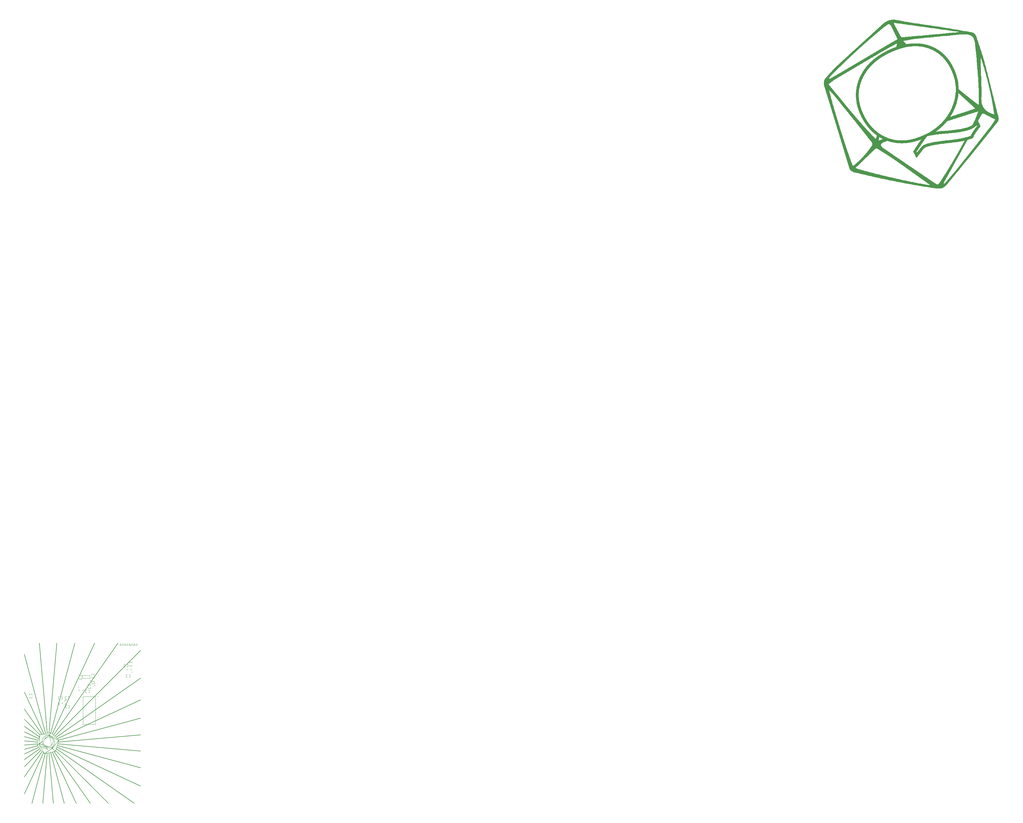
<source format=gbo>
G04*
G04 #@! TF.GenerationSoftware,Altium Limited,Altium Designer,23.6.0 (18)*
G04*
G04 Layer_Color=32896*
%FSLAX44Y44*%
%MOMM*%
G71*
G04*
G04 #@! TF.SameCoordinates,A28E5885-0542-4C94-BDD8-BFCE9456E40A*
G04*
G04*
G04 #@! TF.FilePolarity,Positive*
G04*
G01*
G75*
%ADD10C,0.2500*%
%ADD13C,0.2000*%
%ADD16C,0.1524*%
%ADD97C,0.0000*%
%ADD98C,0.1500*%
G36*
X5931220Y5298336D02*
X5941380D01*
Y5296304D01*
X5955604D01*
Y5294272D01*
X5965764D01*
Y5292240D01*
X5975924D01*
Y5290208D01*
X5986084D01*
Y5288176D01*
X5994212D01*
Y5286144D01*
X6010468D01*
Y5284112D01*
X6020628D01*
Y5282080D01*
X6032820D01*
Y5280048D01*
X6045012D01*
Y5278016D01*
X6057204D01*
Y5275984D01*
X6075492D01*
Y5273952D01*
X6087684D01*
Y5271920D01*
X6099876D01*
Y5269888D01*
X6112068D01*
Y5267856D01*
X6126292D01*
Y5265824D01*
X6144580D01*
Y5263792D01*
X6156772D01*
Y5261760D01*
X6168964D01*
Y5259728D01*
X6181156D01*
Y5257696D01*
X6195380D01*
Y5255664D01*
X6213668D01*
Y5253632D01*
X6225860D01*
Y5251600D01*
X6238052D01*
Y5249568D01*
X6248212D01*
Y5247536D01*
X6260404D01*
Y5245504D01*
X6276660D01*
Y5243472D01*
X6288852D01*
Y5241440D01*
X6299012D01*
Y5239408D01*
X6309172D01*
Y5237376D01*
X6321364D01*
Y5235344D01*
X6337620D01*
Y5233312D01*
X6347780D01*
Y5231280D01*
X6357940D01*
Y5229248D01*
X6368100D01*
Y5227216D01*
X6378260D01*
Y5225184D01*
X6394516D01*
Y5223152D01*
X6406708D01*
Y5221120D01*
X6416868D01*
Y5219088D01*
X6427028D01*
Y5217056D01*
X6437188D01*
Y5215024D01*
X6445316D01*
Y5212992D01*
X6447348D01*
Y5210960D01*
X6451412D01*
Y5208928D01*
X6453444D01*
Y5206896D01*
X6455476D01*
Y5204864D01*
X6457508D01*
Y5202832D01*
X6459540D01*
Y5200800D01*
Y5198768D01*
X6461572D01*
Y5196736D01*
Y5194704D01*
X6463604D01*
Y5192672D01*
X6465636D01*
Y5190640D01*
Y5188608D01*
Y5186576D01*
X6467668D01*
Y5184544D01*
Y5182512D01*
Y5180480D01*
X6469700D01*
Y5178448D01*
Y5176416D01*
Y5174384D01*
Y5172352D01*
X6471732D01*
Y5170320D01*
Y5168288D01*
Y5166256D01*
X6473764D01*
Y5164224D01*
Y5162192D01*
X6475796D01*
Y5160160D01*
Y5158128D01*
Y5156096D01*
X6477828D01*
Y5154064D01*
Y5152032D01*
Y5150000D01*
X6479860D01*
Y5147968D01*
Y5145936D01*
Y5143904D01*
Y5141872D01*
X6481892D01*
Y5139840D01*
Y5137808D01*
Y5135776D01*
X6483924D01*
Y5133744D01*
Y5131712D01*
X6485956D01*
Y5129680D01*
Y5127648D01*
Y5125616D01*
X6487988D01*
Y5123584D01*
Y5121552D01*
Y5119520D01*
X6490020D01*
Y5117488D01*
Y5115456D01*
Y5113424D01*
Y5111392D01*
X6492052D01*
Y5109360D01*
Y5107328D01*
Y5105296D01*
X6494084D01*
Y5103264D01*
Y5101232D01*
X6496116D01*
Y5099200D01*
Y5097168D01*
Y5095136D01*
X6498148D01*
Y5093104D01*
Y5091072D01*
Y5089040D01*
X6500180D01*
Y5087008D01*
Y5084976D01*
Y5082944D01*
Y5080912D01*
X6502212D01*
Y5078880D01*
Y5076848D01*
Y5074816D01*
X6504244D01*
Y5072784D01*
Y5070752D01*
Y5068720D01*
X6506276D01*
Y5066688D01*
Y5064656D01*
X6508308D01*
Y5062624D01*
Y5060592D01*
Y5058560D01*
Y5056528D01*
X6510340D01*
Y5054496D01*
Y5052464D01*
Y5050432D01*
Y5048400D01*
X6512372D01*
Y5046368D01*
Y5044336D01*
Y5042304D01*
X6514404D01*
Y5040272D01*
Y5038240D01*
Y5036208D01*
Y5034176D01*
X6516436D01*
Y5032144D01*
Y5030112D01*
Y5028080D01*
X6518468D01*
Y5026048D01*
Y5024016D01*
Y5021984D01*
X6520500D01*
Y5019952D01*
Y5017920D01*
Y5015888D01*
Y5013856D01*
Y5011824D01*
X6522532D01*
Y5009792D01*
Y5007760D01*
Y5005728D01*
Y5003696D01*
X6524564D01*
Y5001664D01*
Y4999632D01*
Y4997600D01*
X6526596D01*
Y4995568D01*
Y4993536D01*
Y4991504D01*
X6528628D01*
Y4989472D01*
Y4987440D01*
Y4985408D01*
Y4983376D01*
X6530660D01*
Y4981344D01*
Y4979312D01*
Y4977280D01*
Y4975248D01*
Y4973216D01*
X6532692D01*
Y4971184D01*
Y4969152D01*
Y4967120D01*
Y4965088D01*
X6534724D01*
Y4963056D01*
Y4961024D01*
Y4958992D01*
X6536756D01*
Y4956960D01*
Y4954928D01*
Y4952896D01*
X6538788D01*
Y4950864D01*
Y4948832D01*
Y4946800D01*
Y4944768D01*
X6540820D01*
Y4942736D01*
Y4940704D01*
Y4938672D01*
Y4936640D01*
Y4934608D01*
Y4932576D01*
X6542852D01*
Y4930544D01*
Y4928512D01*
Y4926480D01*
X6544884D01*
Y4924448D01*
Y4922416D01*
Y4920384D01*
Y4918352D01*
X6546916D01*
Y4916320D01*
Y4914288D01*
Y4912256D01*
X6548948D01*
Y4910224D01*
Y4908192D01*
Y4906160D01*
Y4904128D01*
Y4902096D01*
X6550980D01*
Y4900064D01*
Y4898032D01*
Y4896000D01*
Y4893968D01*
X6553012D01*
Y4891936D01*
Y4889904D01*
Y4887872D01*
Y4885840D01*
X6555044D01*
Y4883808D01*
Y4881776D01*
Y4879744D01*
X6557076D01*
Y4877712D01*
Y4875680D01*
Y4873648D01*
Y4871616D01*
X6559108D01*
Y4869584D01*
Y4867552D01*
Y4865520D01*
Y4863488D01*
X6561140D01*
Y4861456D01*
Y4859424D01*
Y4857392D01*
Y4855360D01*
Y4853328D01*
X6563172D01*
Y4851296D01*
Y4849264D01*
Y4847232D01*
Y4845200D01*
X6565204D01*
Y4843168D01*
Y4841136D01*
Y4839104D01*
X6567236D01*
Y4837072D01*
Y4835040D01*
Y4833008D01*
Y4830976D01*
X6569268D01*
Y4828944D01*
Y4826912D01*
Y4824880D01*
Y4822848D01*
Y4820816D01*
X6571300D01*
Y4818784D01*
Y4816752D01*
Y4814720D01*
Y4812688D01*
X6573332D01*
Y4810656D01*
Y4808624D01*
Y4806592D01*
Y4804560D01*
X6575364D01*
Y4802528D01*
Y4800496D01*
Y4798464D01*
X6577396D01*
Y4796432D01*
Y4794400D01*
Y4792368D01*
Y4790336D01*
X6579428D01*
Y4788304D01*
Y4786272D01*
Y4784240D01*
Y4782208D01*
Y4780176D01*
X6581460D01*
Y4778144D01*
Y4776112D01*
Y4774080D01*
Y4772048D01*
X6583492D01*
Y4770016D01*
Y4767984D01*
Y4765952D01*
Y4763920D01*
X6585524D01*
Y4761888D01*
Y4759856D01*
Y4757824D01*
X6587556D01*
Y4755792D01*
Y4753760D01*
Y4751728D01*
Y4749696D01*
X6589588D01*
Y4747664D01*
Y4745632D01*
Y4743600D01*
Y4741568D01*
Y4739536D01*
X6591620D01*
Y4737504D01*
Y4735472D01*
Y4733440D01*
Y4731408D01*
X6593652D01*
Y4729376D01*
Y4727344D01*
Y4725312D01*
Y4723280D01*
X6595684D01*
Y4721248D01*
Y4719216D01*
Y4717184D01*
X6597716D01*
Y4715152D01*
Y4713120D01*
Y4711088D01*
Y4709056D01*
X6599748D01*
Y4707024D01*
Y4704992D01*
Y4702960D01*
Y4700928D01*
Y4698896D01*
Y4696864D01*
X6601780D01*
Y4694832D01*
Y4692800D01*
Y4690768D01*
X6603812D01*
Y4688736D01*
Y4686704D01*
Y4684672D01*
Y4682640D01*
X6605844D01*
Y4680608D01*
Y4678576D01*
Y4676544D01*
X6607876D01*
Y4674512D01*
Y4672480D01*
Y4670448D01*
X6609908D01*
Y4668416D01*
Y4666384D01*
Y4664352D01*
Y4662320D01*
Y4660288D01*
Y4658256D01*
Y4656224D01*
X6611940D01*
Y4654192D01*
Y4652160D01*
Y4650128D01*
Y4648096D01*
Y4646064D01*
X6609908D01*
Y4644032D01*
Y4642000D01*
Y4639968D01*
Y4637936D01*
Y4635904D01*
X6607876D01*
Y4633872D01*
X6605844D01*
Y4631840D01*
Y4629808D01*
X6603812D01*
Y4627776D01*
X6601780D01*
Y4625744D01*
X6599748D01*
Y4623712D01*
Y4621680D01*
X6597716D01*
Y4619648D01*
X6595684D01*
Y4617616D01*
X6593652D01*
Y4615584D01*
X6591620D01*
Y4613552D01*
Y4611520D01*
X6589588D01*
Y4609488D01*
X6587556D01*
Y4607456D01*
X6585524D01*
Y4605424D01*
X6583492D01*
Y4603392D01*
Y4601360D01*
X6581460D01*
Y4599328D01*
X6579428D01*
Y4597296D01*
X6577396D01*
Y4595264D01*
Y4593232D01*
X6575364D01*
Y4591200D01*
X6573332D01*
Y4589168D01*
X6571300D01*
Y4587136D01*
X6569268D01*
Y4585104D01*
Y4583072D01*
X6567236D01*
Y4581040D01*
X6565204D01*
Y4579008D01*
X6563172D01*
Y4576976D01*
X6561140D01*
Y4574944D01*
Y4572912D01*
X6559108D01*
Y4570880D01*
X6557076D01*
Y4568848D01*
X6555044D01*
Y4566816D01*
X6553012D01*
Y4564784D01*
X6550980D01*
Y4562752D01*
Y4560720D01*
X6548948D01*
Y4558688D01*
X6546916D01*
Y4556656D01*
X6544884D01*
Y4554624D01*
Y4552592D01*
X6542852D01*
Y4550560D01*
X6540820D01*
Y4548528D01*
X6538788D01*
Y4546496D01*
X6536756D01*
Y4544464D01*
Y4542432D01*
X6534724D01*
Y4540400D01*
X6532692D01*
Y4538368D01*
X6530660D01*
Y4536336D01*
Y4534304D01*
X6528628D01*
Y4532272D01*
X6526596D01*
Y4530240D01*
X6524564D01*
Y4528208D01*
X6522532D01*
Y4526176D01*
X6520500D01*
Y4524144D01*
Y4522112D01*
X6518468D01*
Y4520080D01*
X6516436D01*
Y4518048D01*
X6514404D01*
Y4516016D01*
X6512372D01*
Y4513984D01*
Y4511952D01*
X6510340D01*
Y4509920D01*
X6508308D01*
Y4507888D01*
X6506276D01*
Y4505856D01*
X6504244D01*
Y4503824D01*
Y4501792D01*
X6502212D01*
Y4499760D01*
X6500180D01*
Y4497728D01*
X6498148D01*
Y4495696D01*
X6496116D01*
Y4493664D01*
Y4491632D01*
X6494084D01*
Y4489600D01*
X6492052D01*
Y4487568D01*
X6490020D01*
Y4485536D01*
Y4483504D01*
X6487988D01*
Y4481472D01*
X6485956D01*
Y4479440D01*
X6483924D01*
Y4477408D01*
X6481892D01*
Y4475376D01*
X6479860D01*
Y4473344D01*
Y4471312D01*
X6477828D01*
Y4469280D01*
X6475796D01*
Y4467248D01*
X6473764D01*
Y4465216D01*
X6471732D01*
Y4463184D01*
X6469700D01*
Y4461152D01*
Y4459120D01*
X6467668D01*
Y4457088D01*
X6465636D01*
Y4455056D01*
X6463604D01*
Y4453024D01*
X6461572D01*
Y4450992D01*
Y4448960D01*
X6459540D01*
Y4446928D01*
X6457508D01*
Y4444896D01*
X6455476D01*
Y4442864D01*
X6453444D01*
Y4440832D01*
Y4438800D01*
X6451412D01*
Y4436768D01*
X6449380D01*
Y4434736D01*
X6447348D01*
Y4432704D01*
Y4430672D01*
X6445316D01*
Y4428640D01*
X6441252D01*
Y4426608D01*
Y4424576D01*
X6439220D01*
Y4422544D01*
Y4420512D01*
X6437188D01*
Y4418480D01*
X6433124D01*
Y4416448D01*
Y4414416D01*
X6431092D01*
Y4412384D01*
X6429060D01*
Y4410352D01*
Y4408320D01*
X6427028D01*
Y4406288D01*
X6424996D01*
Y4404256D01*
X6422964D01*
Y4402224D01*
X6420932D01*
Y4400192D01*
X6418900D01*
Y4398160D01*
Y4396128D01*
X6416868D01*
Y4394096D01*
X6414836D01*
Y4392064D01*
X6412804D01*
Y4390032D01*
X6410772D01*
Y4388000D01*
X6408740D01*
Y4385968D01*
Y4383936D01*
X6406708D01*
Y4381904D01*
X6404676D01*
Y4379872D01*
X6402644D01*
Y4377840D01*
X6400612D01*
Y4375808D01*
X6398580D01*
Y4373776D01*
Y4371744D01*
X6396548D01*
Y4369712D01*
X6394516D01*
Y4367680D01*
X6392484D01*
Y4365648D01*
X6390452D01*
Y4363616D01*
X6388420D01*
Y4361584D01*
Y4359552D01*
X6386388D01*
Y4357520D01*
X6384356D01*
Y4355488D01*
X6382324D01*
Y4353456D01*
X6380292D01*
Y4351424D01*
Y4349392D01*
X6378260D01*
Y4347360D01*
X6376228D01*
Y4345328D01*
X6374196D01*
Y4343296D01*
X6372164D01*
Y4341264D01*
Y4339232D01*
X6370132D01*
Y4337200D01*
X6368100D01*
Y4335168D01*
X6366068D01*
Y4333136D01*
X6364036D01*
Y4331104D01*
Y4329072D01*
X6362004D01*
Y4327040D01*
X6359972D01*
Y4325008D01*
X6357940D01*
Y4322976D01*
X6355908D01*
Y4320944D01*
Y4318912D01*
X6353876D01*
Y4316880D01*
X6351844D01*
Y4314848D01*
X6349812D01*
Y4312816D01*
X6347780D01*
Y4310784D01*
Y4308752D01*
X6345748D01*
Y4306720D01*
X6341684D01*
Y4304688D01*
Y4302656D01*
X6339652D01*
Y4300624D01*
X6337620D01*
Y4298592D01*
Y4296560D01*
X6333556D01*
Y4294528D01*
Y4292496D01*
X6331524D01*
Y4290464D01*
X6329492D01*
Y4288432D01*
X6327460D01*
Y4286400D01*
X6325428D01*
Y4284368D01*
Y4282336D01*
X6323396D01*
Y4280304D01*
X6321364D01*
Y4278272D01*
X6319332D01*
Y4276240D01*
X6317300D01*
Y4274208D01*
Y4272176D01*
X6315268D01*
Y4270144D01*
X6313236D01*
Y4268112D01*
X6311204D01*
Y4266080D01*
X6309172D01*
Y4264048D01*
Y4262016D01*
X6307140D01*
Y4259984D01*
X6305108D01*
Y4257952D01*
X6303076D01*
Y4255920D01*
X6301044D01*
Y4253888D01*
X6299012D01*
Y4251856D01*
Y4249824D01*
X6296980D01*
Y4247792D01*
X6294948D01*
Y4245760D01*
X6292916D01*
Y4243728D01*
X6290884D01*
Y4241696D01*
X6288852D01*
Y4239664D01*
Y4237632D01*
X6286820D01*
Y4235600D01*
X6284788D01*
Y4233568D01*
X6282756D01*
Y4231536D01*
X6280724D01*
Y4229504D01*
X6278692D01*
Y4227472D01*
Y4225440D01*
X6276660D01*
Y4223408D01*
X6274628D01*
Y4221376D01*
X6272596D01*
Y4219344D01*
X6270564D01*
Y4217312D01*
X6268532D01*
Y4215280D01*
X6266500D01*
Y4213248D01*
X6264468D01*
Y4211216D01*
X6262436D01*
Y4209184D01*
X6260404D01*
Y4207152D01*
X6258372D01*
Y4205120D01*
X6254308D01*
Y4203088D01*
X6250244D01*
Y4201056D01*
X6248212D01*
Y4199024D01*
X6244148D01*
Y4196992D01*
X6238052D01*
Y4194960D01*
X6197412D01*
Y4196992D01*
X6185220D01*
Y4199024D01*
X6170996D01*
Y4201056D01*
X6158804D01*
Y4203088D01*
X6146612D01*
Y4205120D01*
X6128324D01*
Y4207152D01*
X6118164D01*
Y4209184D01*
X6105972D01*
Y4211216D01*
X6093780D01*
Y4213248D01*
X6083620D01*
Y4215280D01*
X6067364D01*
Y4217312D01*
X6057204D01*
Y4219344D01*
X6047044D01*
Y4221376D01*
X6036884D01*
Y4223408D01*
X6024692D01*
Y4225440D01*
X6010468D01*
Y4227472D01*
X6000308D01*
Y4229504D01*
X5990148D01*
Y4231536D01*
X5982020D01*
Y4233568D01*
X5971860D01*
Y4235600D01*
X5957636D01*
Y4237632D01*
X5947476D01*
Y4239664D01*
X5939348D01*
Y4241696D01*
X5929188D01*
Y4243728D01*
X5921060D01*
Y4245760D01*
X5906836D01*
Y4247792D01*
X5896676D01*
Y4249824D01*
X5888548D01*
Y4251856D01*
X5880420D01*
Y4253888D01*
X5870260D01*
Y4255920D01*
X5858068D01*
Y4257952D01*
X5849940D01*
Y4259984D01*
X5839780D01*
Y4262016D01*
X5831652D01*
Y4264048D01*
X5823524D01*
Y4266080D01*
X5811332D01*
Y4268112D01*
X5803204D01*
Y4270144D01*
X5793044D01*
Y4272176D01*
X5784916D01*
Y4274208D01*
X5778820D01*
Y4276240D01*
X5764596D01*
Y4278272D01*
X5758500D01*
Y4280304D01*
X5750372D01*
Y4282336D01*
X5742244D01*
Y4284368D01*
X5734116D01*
Y4286400D01*
X5721924D01*
Y4288432D01*
X5713796D01*
Y4290464D01*
X5705668D01*
Y4292496D01*
X5697540D01*
Y4294528D01*
X5691444D01*
Y4296560D01*
X5679252D01*
Y4298592D01*
X5671124D01*
Y4300624D01*
X5662996D01*
Y4302656D01*
X5658932D01*
Y4304688D01*
X5654868D01*
Y4306720D01*
X5650804D01*
Y4308752D01*
X5646740D01*
Y4310784D01*
X5644708D01*
Y4312816D01*
X5642676D01*
Y4314848D01*
X5640644D01*
Y4316880D01*
Y4318912D01*
X5638612D01*
Y4320944D01*
X5636580D01*
Y4322976D01*
Y4325008D01*
X5634548D01*
Y4327040D01*
Y4329072D01*
Y4331104D01*
X5632516D01*
Y4333136D01*
Y4335168D01*
Y4337200D01*
X5630484D01*
Y4339232D01*
Y4341264D01*
Y4343296D01*
Y4345328D01*
X5628452D01*
Y4347360D01*
Y4349392D01*
Y4351424D01*
X5626420D01*
Y4353456D01*
Y4355488D01*
Y4357520D01*
X5624388D01*
Y4359552D01*
Y4361584D01*
Y4363616D01*
X5622356D01*
Y4365648D01*
Y4367680D01*
Y4369712D01*
X5620324D01*
Y4371744D01*
Y4373776D01*
Y4375808D01*
Y4377840D01*
X5618292D01*
Y4379872D01*
Y4381904D01*
Y4383936D01*
Y4385968D01*
X5616260D01*
Y4388000D01*
Y4390032D01*
Y4392064D01*
X5614228D01*
Y4394096D01*
Y4396128D01*
Y4398160D01*
X5612196D01*
Y4400192D01*
Y4402224D01*
Y4404256D01*
X5610164D01*
Y4406288D01*
Y4408320D01*
Y4410352D01*
Y4412384D01*
X5608132D01*
Y4414416D01*
Y4416448D01*
Y4418480D01*
X5606100D01*
Y4420512D01*
Y4422544D01*
Y4424576D01*
X5604068D01*
Y4426608D01*
Y4428640D01*
Y4430672D01*
X5602036D01*
Y4432704D01*
Y4434736D01*
Y4436768D01*
X5600004D01*
Y4438800D01*
Y4440832D01*
Y4442864D01*
Y4444896D01*
Y4446928D01*
X5597972D01*
Y4448960D01*
Y4450992D01*
Y4453024D01*
X5595940D01*
Y4455056D01*
Y4457088D01*
X5593908D01*
Y4459120D01*
Y4461152D01*
Y4463184D01*
Y4465216D01*
X5591876D01*
Y4467248D01*
Y4469280D01*
Y4471312D01*
X5589844D01*
Y4473344D01*
Y4475376D01*
Y4477408D01*
Y4479440D01*
X5587812D01*
Y4481472D01*
Y4483504D01*
Y4485536D01*
X5585780D01*
Y4487568D01*
Y4489600D01*
Y4491632D01*
X5583748D01*
Y4493664D01*
Y4495696D01*
Y4497728D01*
X5581716D01*
Y4499760D01*
Y4501792D01*
Y4503824D01*
X5579684D01*
Y4505856D01*
Y4507888D01*
Y4509920D01*
Y4511952D01*
Y4513984D01*
X5577652D01*
Y4516016D01*
Y4518048D01*
X5575620D01*
Y4520080D01*
Y4522112D01*
Y4524144D01*
Y4526176D01*
X5573588D01*
Y4528208D01*
Y4530240D01*
X5571556D01*
Y4532272D01*
Y4534304D01*
Y4536336D01*
Y4538368D01*
X5569524D01*
Y4540400D01*
Y4542432D01*
Y4544464D01*
Y4546496D01*
X5567492D01*
Y4548528D01*
Y4550560D01*
Y4552592D01*
X5565460D01*
Y4554624D01*
Y4556656D01*
Y4558688D01*
X5563428D01*
Y4560720D01*
Y4562752D01*
Y4564784D01*
X5561396D01*
Y4566816D01*
Y4568848D01*
Y4570880D01*
Y4572912D01*
X5559364D01*
Y4574944D01*
Y4576976D01*
Y4579008D01*
X5557332D01*
Y4581040D01*
Y4583072D01*
Y4585104D01*
X5555300D01*
Y4587136D01*
Y4589168D01*
Y4591200D01*
X5553268D01*
Y4593232D01*
Y4595264D01*
Y4597296D01*
X5551236D01*
Y4599328D01*
Y4601360D01*
Y4603392D01*
Y4605424D01*
Y4607456D01*
X5549204D01*
Y4609488D01*
Y4611520D01*
Y4613552D01*
X5547172D01*
Y4615584D01*
Y4617616D01*
Y4619648D01*
X5545140D01*
Y4621680D01*
Y4623712D01*
Y4625744D01*
X5543108D01*
Y4627776D01*
Y4629808D01*
X5541076D01*
Y4631840D01*
Y4633872D01*
Y4635904D01*
Y4637936D01*
Y4639968D01*
X5539044D01*
Y4642000D01*
Y4644032D01*
Y4646064D01*
X5537012D01*
Y4648096D01*
Y4650128D01*
Y4652160D01*
X5534980D01*
Y4654192D01*
Y4656224D01*
Y4658256D01*
X5532948D01*
Y4660288D01*
Y4662320D01*
Y4664352D01*
X5530916D01*
Y4666384D01*
Y4668416D01*
Y4670448D01*
Y4672480D01*
X5528884D01*
Y4674512D01*
Y4676544D01*
Y4678576D01*
Y4680608D01*
X5526852D01*
Y4682640D01*
Y4684672D01*
X5524820D01*
Y4686704D01*
Y4688736D01*
Y4690768D01*
X5522788D01*
Y4692800D01*
Y4694832D01*
Y4696864D01*
X5520756D01*
Y4698896D01*
Y4700928D01*
Y4702960D01*
Y4704992D01*
Y4707024D01*
X5518724D01*
Y4709056D01*
Y4711088D01*
X5516692D01*
Y4713120D01*
Y4715152D01*
Y4717184D01*
Y4719216D01*
X5514660D01*
Y4721248D01*
Y4723280D01*
X5512628D01*
Y4725312D01*
Y4727344D01*
Y4729376D01*
X5510596D01*
Y4731408D01*
Y4733440D01*
Y4735472D01*
Y4737504D01*
Y4739536D01*
X5508564D01*
Y4741568D01*
Y4743600D01*
Y4745632D01*
X5506532D01*
Y4747664D01*
Y4749696D01*
Y4751728D01*
X5504500D01*
Y4753760D01*
Y4755792D01*
Y4757824D01*
X5502468D01*
Y4759856D01*
Y4761888D01*
Y4763920D01*
X5500436D01*
Y4765952D01*
Y4767984D01*
Y4770016D01*
Y4772048D01*
X5498404D01*
Y4774080D01*
Y4776112D01*
Y4778144D01*
X5496372D01*
Y4780176D01*
Y4782208D01*
Y4784240D01*
X5494340D01*
Y4786272D01*
Y4788304D01*
Y4790336D01*
X5492308D01*
Y4792368D01*
Y4794400D01*
Y4796432D01*
X5490276D01*
Y4798464D01*
Y4800496D01*
Y4802528D01*
Y4804560D01*
X5488244D01*
Y4806592D01*
Y4808624D01*
Y4810656D01*
X5486212D01*
Y4812688D01*
Y4814720D01*
Y4816752D01*
X5484180D01*
Y4818784D01*
Y4820816D01*
Y4822848D01*
X5482148D01*
Y4824880D01*
Y4826912D01*
Y4828944D01*
X5480116D01*
Y4830976D01*
Y4833008D01*
Y4835040D01*
Y4837072D01*
Y4839104D01*
X5478084D01*
Y4841136D01*
Y4843168D01*
X5476052D01*
Y4845200D01*
Y4847232D01*
Y4849264D01*
Y4851296D01*
X5474020D01*
Y4853328D01*
Y4855360D01*
X5471988D01*
Y4857392D01*
Y4859424D01*
Y4861456D01*
X5469956D01*
Y4863488D01*
Y4865520D01*
Y4867552D01*
Y4869584D01*
Y4871616D01*
X5467924D01*
Y4873648D01*
Y4875680D01*
Y4877712D01*
Y4879744D01*
Y4881776D01*
Y4883808D01*
Y4885840D01*
Y4887872D01*
Y4889904D01*
Y4891936D01*
Y4893968D01*
Y4896000D01*
X5469956D01*
Y4898032D01*
Y4900064D01*
Y4902096D01*
Y4904128D01*
X5471988D01*
Y4906160D01*
Y4908192D01*
X5474020D01*
Y4910224D01*
Y4912256D01*
X5476052D01*
Y4914288D01*
X5478084D01*
Y4916320D01*
X5480116D01*
Y4918352D01*
X5482148D01*
Y4920384D01*
Y4922416D01*
X5484180D01*
Y4924448D01*
X5488244D01*
Y4926480D01*
Y4928512D01*
X5490276D01*
Y4930544D01*
X5492308D01*
Y4932576D01*
X5494340D01*
Y4934608D01*
X5496372D01*
Y4936640D01*
X5498404D01*
Y4938672D01*
X5500436D01*
Y4940704D01*
Y4942736D01*
X5502468D01*
Y4944768D01*
X5504500D01*
Y4946800D01*
X5506532D01*
Y4948832D01*
X5508564D01*
Y4950864D01*
X5510596D01*
Y4952896D01*
X5512628D01*
Y4954928D01*
X5514660D01*
Y4956960D01*
X5516692D01*
Y4958992D01*
X5518724D01*
Y4961024D01*
X5520756D01*
Y4963056D01*
Y4965088D01*
X5522788D01*
Y4967120D01*
X5524820D01*
Y4969152D01*
X5526852D01*
Y4971184D01*
X5528884D01*
Y4973216D01*
X5530916D01*
Y4975248D01*
X5532948D01*
Y4977280D01*
X5534980D01*
Y4979312D01*
X5537012D01*
Y4981344D01*
X5539044D01*
Y4983376D01*
X5541076D01*
Y4985408D01*
X5543108D01*
Y4987440D01*
X5545140D01*
Y4989472D01*
X5547172D01*
Y4991504D01*
X5549204D01*
Y4993536D01*
X5551236D01*
Y4995568D01*
X5553268D01*
Y4997600D01*
X5555300D01*
Y4999632D01*
X5557332D01*
Y5001664D01*
X5561396D01*
Y5003696D01*
X5563428D01*
Y5005728D01*
X5565460D01*
Y5007760D01*
X5567492D01*
Y5009792D01*
X5569524D01*
Y5011824D01*
Y5013856D01*
X5573588D01*
Y5015888D01*
X5575620D01*
Y5017920D01*
X5577652D01*
Y5019952D01*
X5579684D01*
Y5021984D01*
X5581716D01*
Y5024016D01*
X5585780D01*
Y5026048D01*
X5587812D01*
Y5028080D01*
X5589844D01*
Y5030112D01*
Y5032144D01*
X5591876D01*
Y5034176D01*
X5595940D01*
Y5036208D01*
X5597972D01*
Y5038240D01*
X5600004D01*
Y5040272D01*
X5602036D01*
Y5042304D01*
X5604068D01*
Y5044336D01*
X5608132D01*
Y5046368D01*
X5610164D01*
Y5048400D01*
Y5050432D01*
X5612196D01*
Y5052464D01*
X5614228D01*
Y5054496D01*
X5618292D01*
Y5056528D01*
X5620324D01*
Y5058560D01*
X5622356D01*
Y5060592D01*
X5624388D01*
Y5062624D01*
X5626420D01*
Y5064656D01*
X5630484D01*
Y5066688D01*
Y5068720D01*
X5632516D01*
Y5070752D01*
X5634548D01*
Y5072784D01*
X5636580D01*
Y5074816D01*
X5640644D01*
Y5076848D01*
X5642676D01*
Y5078880D01*
X5644708D01*
Y5080912D01*
X5646740D01*
Y5082944D01*
X5648772D01*
Y5084976D01*
X5650804D01*
Y5087008D01*
X5652836D01*
Y5089040D01*
X5654868D01*
Y5091072D01*
X5656900D01*
Y5093104D01*
X5658932D01*
Y5095136D01*
X5662996D01*
Y5097168D01*
X5665028D01*
Y5099200D01*
X5667060D01*
Y5101232D01*
X5669092D01*
Y5103264D01*
X5671124D01*
Y5105296D01*
X5673156D01*
Y5107328D01*
X5675188D01*
Y5109360D01*
X5677220D01*
Y5111392D01*
X5679252D01*
Y5113424D01*
X5681284D01*
Y5115456D01*
X5685348D01*
Y5117488D01*
X5687380D01*
Y5119520D01*
X5689412D01*
Y5121552D01*
X5691444D01*
Y5123584D01*
X5693476D01*
Y5125616D01*
X5695508D01*
Y5127648D01*
X5697540D01*
Y5129680D01*
X5699572D01*
Y5131712D01*
X5701604D01*
Y5133744D01*
X5703636D01*
Y5135776D01*
X5707700D01*
Y5137808D01*
X5709732D01*
Y5139840D01*
X5711764D01*
Y5141872D01*
Y5143904D01*
X5715828D01*
Y5145936D01*
X5717860D01*
Y5147968D01*
X5719892D01*
Y5150000D01*
X5721924D01*
Y5152032D01*
X5723956D01*
Y5154064D01*
X5725988D01*
Y5156096D01*
X5730052D01*
Y5158128D01*
X5732084D01*
Y5160160D01*
Y5162192D01*
X5736148D01*
Y5164224D01*
X5738180D01*
Y5166256D01*
X5740212D01*
Y5168288D01*
X5742244D01*
Y5170320D01*
X5744276D01*
Y5172352D01*
X5746308D01*
Y5174384D01*
X5748340D01*
Y5176416D01*
X5752404D01*
Y5178448D01*
Y5180480D01*
X5756468D01*
Y5182512D01*
X5758500D01*
Y5184544D01*
X5760532D01*
Y5186576D01*
X5762564D01*
Y5188608D01*
X5764596D01*
Y5190640D01*
X5766628D01*
Y5192672D01*
X5768660D01*
Y5194704D01*
X5772724D01*
Y5196736D01*
Y5198768D01*
X5776788D01*
Y5200800D01*
X5778820D01*
Y5202832D01*
X5780852D01*
Y5204864D01*
X5782884D01*
Y5206896D01*
X5784916D01*
Y5208928D01*
X5786948D01*
Y5210960D01*
X5788980D01*
Y5212992D01*
X5791012D01*
Y5215024D01*
X5793044D01*
Y5217056D01*
X5797108D01*
Y5219088D01*
X5799140D01*
Y5221120D01*
X5801172D01*
Y5223152D01*
X5803204D01*
Y5225184D01*
X5805236D01*
Y5227216D01*
X5807268D01*
Y5229248D01*
X5809300D01*
Y5231280D01*
X5811332D01*
Y5233312D01*
X5813364D01*
Y5235344D01*
X5815396D01*
Y5237376D01*
X5819460D01*
Y5239408D01*
X5821492D01*
Y5241440D01*
Y5243472D01*
X5823524D01*
Y5245504D01*
X5827588D01*
Y5247536D01*
X5829620D01*
Y5249568D01*
X5831652D01*
Y5251600D01*
X5833684D01*
Y5253632D01*
X5835716D01*
Y5255664D01*
X5839780D01*
Y5257696D01*
X5841812D01*
Y5259728D01*
Y5261760D01*
X5843844D01*
Y5263792D01*
X5845876D01*
Y5265824D01*
X5849940D01*
Y5267856D01*
X5851972D01*
Y5269888D01*
X5854004D01*
Y5271920D01*
X5856036D01*
Y5273952D01*
X5858068D01*
Y5275984D01*
X5862132D01*
Y5278016D01*
X5864164D01*
Y5280048D01*
X5866196D01*
Y5282080D01*
X5870260D01*
Y5284112D01*
X5872292D01*
Y5286144D01*
X5878388D01*
Y5288176D01*
X5880420D01*
Y5290208D01*
X5884484D01*
Y5292240D01*
X5890580D01*
Y5294272D01*
X5894644D01*
Y5296304D01*
X5904804D01*
Y5298336D01*
X5919028D01*
Y5300368D01*
X5931220D01*
Y5298336D01*
D02*
G37*
G36*
X851351Y1221394D02*
X851245D01*
Y1221288D01*
Y1221183D01*
X851140D01*
Y1221077D01*
X851034D01*
Y1220971D01*
Y1220865D01*
X850928D01*
Y1220759D01*
X850822D01*
Y1220654D01*
X850716D01*
Y1220548D01*
Y1220442D01*
X850611D01*
Y1220336D01*
X850505D01*
Y1220230D01*
Y1220125D01*
X850399D01*
Y1220019D01*
X850293D01*
Y1219913D01*
Y1219807D01*
X850187D01*
Y1219701D01*
X850082D01*
Y1219595D01*
X849976D01*
Y1219490D01*
Y1219384D01*
X849870D01*
Y1219278D01*
X849764D01*
Y1219172D01*
Y1219066D01*
X849658D01*
Y1218961D01*
X849553D01*
Y1218855D01*
Y1218749D01*
X849447D01*
Y1218643D01*
X849341D01*
Y1218538D01*
X849235D01*
Y1218432D01*
Y1218326D01*
X849129D01*
Y1218220D01*
X849024D01*
Y1218114D01*
Y1218008D01*
X848918D01*
Y1217903D01*
X848812D01*
Y1217797D01*
Y1217691D01*
X848706D01*
Y1217585D01*
X848600D01*
Y1217479D01*
X848494D01*
Y1217374D01*
Y1217268D01*
X848389D01*
Y1217162D01*
X848283D01*
Y1217056D01*
Y1216950D01*
X848177D01*
Y1216845D01*
X848071D01*
Y1216739D01*
Y1216633D01*
X847965D01*
Y1216527D01*
X847860D01*
Y1216421D01*
X847754D01*
Y1216316D01*
Y1216210D01*
X847648D01*
Y1216104D01*
X847542D01*
Y1215998D01*
Y1215892D01*
X847437D01*
Y1215787D01*
X847331D01*
Y1215681D01*
Y1215575D01*
X847225D01*
Y1215469D01*
X847119D01*
Y1215363D01*
X847013D01*
Y1215258D01*
Y1215152D01*
X846908D01*
Y1215046D01*
X846802D01*
Y1214940D01*
Y1214834D01*
X846696D01*
Y1214729D01*
X846590D01*
Y1214623D01*
Y1214517D01*
X846484D01*
Y1214411D01*
X846378D01*
Y1214305D01*
X846273D01*
Y1214200D01*
Y1214094D01*
X846167D01*
Y1213988D01*
X846061D01*
Y1213882D01*
Y1213776D01*
X845955D01*
Y1213671D01*
X845850D01*
Y1213565D01*
Y1213459D01*
X845744D01*
Y1213353D01*
X845638D01*
Y1213247D01*
X845532D01*
Y1213141D01*
Y1213036D01*
X845426D01*
Y1212930D01*
X845320D01*
Y1212824D01*
Y1212718D01*
X845215D01*
Y1212613D01*
X845109D01*
Y1212507D01*
Y1212401D01*
X845003D01*
Y1212295D01*
X844897D01*
Y1212189D01*
X844791D01*
Y1212084D01*
Y1211978D01*
X844686D01*
Y1211872D01*
X844580D01*
Y1211766D01*
Y1211660D01*
X844474D01*
Y1211554D01*
X844368D01*
Y1211449D01*
Y1211343D01*
X844262D01*
Y1211237D01*
X844157D01*
Y1211131D01*
X844051D01*
Y1211025D01*
Y1210920D01*
X843945D01*
Y1210814D01*
X843839D01*
Y1210708D01*
Y1210602D01*
X843733D01*
Y1210497D01*
X843628D01*
Y1210391D01*
Y1210285D01*
X843522D01*
Y1210179D01*
X843416D01*
Y1210073D01*
X843310D01*
Y1209967D01*
Y1209862D01*
X843204D01*
Y1209756D01*
X843099D01*
Y1209650D01*
Y1209544D01*
X842993D01*
Y1209438D01*
X842887D01*
Y1209333D01*
Y1209227D01*
X842781D01*
Y1209121D01*
X842675D01*
Y1209015D01*
X842570D01*
Y1208909D01*
Y1208804D01*
X842464D01*
Y1208698D01*
X842358D01*
Y1208592D01*
Y1208486D01*
X842252D01*
Y1208380D01*
X842146D01*
Y1208275D01*
Y1208169D01*
X842041D01*
Y1208063D01*
X841935D01*
Y1207957D01*
X841829D01*
Y1207851D01*
Y1207746D01*
X841723D01*
Y1207640D01*
X841617D01*
Y1207534D01*
Y1207428D01*
X841512D01*
Y1207322D01*
X841406D01*
Y1207217D01*
Y1207111D01*
X841300D01*
Y1207005D01*
X841194D01*
Y1206899D01*
X841088D01*
Y1206793D01*
Y1206688D01*
X840983D01*
Y1206582D01*
X840877D01*
Y1206476D01*
Y1206370D01*
X840771D01*
Y1206264D01*
X840665D01*
Y1206159D01*
Y1206053D01*
X840559D01*
Y1205947D01*
X840453D01*
Y1205841D01*
X840348D01*
Y1205735D01*
Y1205630D01*
X840242D01*
Y1205524D01*
X840136D01*
Y1205418D01*
Y1205312D01*
X840030D01*
Y1205206D01*
X839924D01*
Y1205100D01*
Y1204995D01*
X839819D01*
Y1204889D01*
X839713D01*
Y1204783D01*
X839607D01*
Y1204677D01*
Y1204572D01*
X839501D01*
Y1204466D01*
X839396D01*
Y1204360D01*
Y1204254D01*
X839290D01*
Y1204148D01*
X839184D01*
Y1204043D01*
Y1203937D01*
X839078D01*
Y1203831D01*
X838972D01*
Y1203725D01*
X838866D01*
Y1203619D01*
Y1203513D01*
X838761D01*
Y1203408D01*
X838655D01*
Y1203302D01*
Y1203196D01*
X838549D01*
Y1203090D01*
X838443D01*
Y1202984D01*
Y1202879D01*
X838337D01*
Y1202773D01*
X838232D01*
Y1202667D01*
X838126D01*
Y1202561D01*
Y1202455D01*
X838020D01*
Y1202350D01*
X837914D01*
Y1202244D01*
Y1202138D01*
X837808D01*
Y1202032D01*
X837703D01*
Y1201926D01*
Y1201821D01*
X837597D01*
Y1201715D01*
X837491D01*
Y1201609D01*
X837385D01*
Y1201503D01*
Y1201397D01*
X837279D01*
Y1201292D01*
X837174D01*
Y1201186D01*
Y1201080D01*
X837068D01*
Y1200974D01*
X836962D01*
Y1200868D01*
Y1200763D01*
X836856D01*
Y1200657D01*
X836750D01*
Y1200551D01*
X836645D01*
Y1200445D01*
Y1200339D01*
X836539D01*
Y1200234D01*
X836433D01*
Y1200128D01*
Y1200022D01*
X836327D01*
Y1199916D01*
X836221D01*
Y1199810D01*
Y1199705D01*
X836116D01*
Y1199599D01*
X836010D01*
Y1199493D01*
X835904D01*
Y1199387D01*
Y1199281D01*
X835798D01*
Y1199175D01*
X835692D01*
Y1199070D01*
Y1198964D01*
X835586D01*
Y1198858D01*
X835481D01*
Y1198752D01*
Y1198646D01*
X835375D01*
Y1198541D01*
X835269D01*
Y1198435D01*
X835163D01*
Y1198329D01*
Y1198223D01*
X835058D01*
Y1198118D01*
X834952D01*
Y1198012D01*
Y1197906D01*
X834846D01*
Y1197800D01*
X834740D01*
Y1197694D01*
X834634D01*
Y1197589D01*
Y1197483D01*
X834529D01*
Y1197377D01*
X834423D01*
Y1197271D01*
Y1197165D01*
X834317D01*
Y1197059D01*
X834211D01*
Y1196954D01*
Y1196848D01*
X834105D01*
Y1196742D01*
X833999D01*
Y1196636D01*
X833894D01*
Y1196530D01*
Y1196425D01*
X833788D01*
Y1196319D01*
X833682D01*
Y1196213D01*
Y1196107D01*
X833576D01*
Y1196001D01*
X833471D01*
Y1195896D01*
Y1195790D01*
X833365D01*
Y1195684D01*
X833259D01*
Y1195578D01*
X833153D01*
Y1195472D01*
Y1195367D01*
X833047D01*
Y1195261D01*
X832942D01*
Y1195155D01*
Y1195049D01*
X832836D01*
Y1194943D01*
X832730D01*
Y1194838D01*
Y1194732D01*
X832624D01*
Y1194626D01*
X832518D01*
Y1194520D01*
X832412D01*
Y1194414D01*
Y1194309D01*
X832307D01*
Y1194203D01*
X832201D01*
Y1194097D01*
Y1193991D01*
X832095D01*
Y1193885D01*
X831989D01*
Y1193780D01*
Y1193674D01*
X831883D01*
Y1193568D01*
X831778D01*
Y1193462D01*
X831672D01*
Y1193356D01*
Y1193251D01*
X831566D01*
Y1193145D01*
X831460D01*
Y1193039D01*
Y1192933D01*
X831354D01*
Y1192827D01*
X831249D01*
Y1192721D01*
Y1192616D01*
X831143D01*
Y1192510D01*
X831037D01*
Y1192404D01*
X830931D01*
Y1192298D01*
Y1192193D01*
X830825D01*
Y1192087D01*
X830720D01*
Y1191981D01*
Y1191875D01*
X830614D01*
Y1191769D01*
X830508D01*
Y1191664D01*
Y1191558D01*
X830402D01*
Y1191452D01*
X830296D01*
Y1191346D01*
X830191D01*
Y1191240D01*
Y1191134D01*
X830085D01*
Y1191029D01*
X829979D01*
Y1190923D01*
Y1190817D01*
X829873D01*
Y1190711D01*
X829767D01*
Y1190605D01*
Y1190500D01*
X829662D01*
Y1190394D01*
X829556D01*
Y1190288D01*
X829450D01*
Y1190182D01*
Y1190077D01*
X829344D01*
Y1189971D01*
X829238D01*
Y1189865D01*
Y1189759D01*
X829133D01*
Y1189653D01*
X829027D01*
Y1189547D01*
Y1189442D01*
X828921D01*
Y1189336D01*
X828815D01*
Y1189230D01*
X828709D01*
Y1189124D01*
Y1189018D01*
X828604D01*
Y1188913D01*
X828498D01*
Y1188807D01*
Y1188701D01*
X828392D01*
Y1188595D01*
X828286D01*
Y1188489D01*
Y1188384D01*
X828180D01*
Y1188278D01*
X828074D01*
Y1188172D01*
X827969D01*
Y1188066D01*
Y1187960D01*
X827863D01*
Y1187855D01*
X827757D01*
Y1187749D01*
Y1187643D01*
X827651D01*
Y1187537D01*
X827545D01*
Y1187431D01*
Y1187326D01*
X827440D01*
Y1187220D01*
X827334D01*
Y1187114D01*
X827228D01*
Y1187008D01*
Y1186902D01*
X827122D01*
Y1186797D01*
X827017D01*
Y1186691D01*
Y1186585D01*
X826911D01*
Y1186479D01*
X826805D01*
Y1186373D01*
Y1186268D01*
X826699D01*
Y1186162D01*
X826593D01*
Y1186056D01*
X826488D01*
Y1185950D01*
Y1185844D01*
X826382D01*
Y1185739D01*
X826276D01*
Y1185633D01*
Y1185527D01*
X826170D01*
Y1185421D01*
X826064D01*
Y1185315D01*
Y1185210D01*
X825958D01*
Y1185104D01*
X825853D01*
Y1184998D01*
X825747D01*
Y1184892D01*
Y1184786D01*
X825641D01*
Y1184680D01*
X825535D01*
Y1184575D01*
Y1184469D01*
X825429D01*
Y1184363D01*
X825324D01*
Y1184257D01*
Y1184152D01*
X825218D01*
Y1184046D01*
X825112D01*
Y1183940D01*
X825006D01*
Y1183834D01*
Y1183728D01*
X824900D01*
Y1183623D01*
X824795D01*
Y1183517D01*
Y1183411D01*
X824689D01*
Y1183305D01*
X824583D01*
Y1183199D01*
Y1183093D01*
X824477D01*
Y1182988D01*
X824371D01*
Y1182882D01*
X824266D01*
Y1182776D01*
Y1182670D01*
X824160D01*
Y1182564D01*
X824054D01*
Y1182459D01*
Y1182353D01*
X823948D01*
Y1182247D01*
X823842D01*
Y1182141D01*
Y1182035D01*
X823737D01*
Y1181930D01*
X823631D01*
Y1181824D01*
X823525D01*
Y1181718D01*
Y1181612D01*
X823419D01*
Y1181506D01*
X823313D01*
Y1181401D01*
Y1181295D01*
X823208D01*
Y1181189D01*
X823102D01*
Y1181083D01*
Y1180977D01*
X822996D01*
Y1180872D01*
X822890D01*
Y1180766D01*
X822784D01*
Y1180660D01*
Y1180554D01*
X822679D01*
Y1180448D01*
X822573D01*
Y1180343D01*
Y1180237D01*
X822467D01*
Y1180131D01*
X822361D01*
Y1180025D01*
Y1179919D01*
X822255D01*
Y1179814D01*
X822150D01*
Y1179708D01*
X822044D01*
Y1179602D01*
Y1179496D01*
X821938D01*
Y1179390D01*
X821832D01*
Y1179285D01*
Y1179179D01*
X821726D01*
Y1179073D01*
X821620D01*
Y1178967D01*
Y1178861D01*
X821515D01*
Y1178755D01*
X821409D01*
Y1178650D01*
X821303D01*
Y1178544D01*
Y1178438D01*
X821197D01*
Y1178332D01*
X821092D01*
Y1178226D01*
Y1178121D01*
X820986D01*
Y1178015D01*
X820880D01*
Y1177909D01*
Y1177803D01*
X820774D01*
Y1177698D01*
X820668D01*
Y1177592D01*
X820563D01*
Y1177486D01*
Y1177380D01*
X820457D01*
Y1177274D01*
X820351D01*
Y1177169D01*
Y1177063D01*
X820245D01*
Y1176957D01*
X820139D01*
Y1176851D01*
Y1176745D01*
X820033D01*
Y1176639D01*
X819928D01*
Y1176534D01*
X819822D01*
Y1176428D01*
Y1176322D01*
X819716D01*
Y1176216D01*
X819610D01*
Y1176110D01*
Y1176005D01*
X819504D01*
Y1175899D01*
X819399D01*
Y1175793D01*
Y1175687D01*
X819293D01*
Y1175581D01*
X819187D01*
Y1175476D01*
X819081D01*
Y1175370D01*
Y1175264D01*
X818976D01*
Y1175158D01*
X818870D01*
Y1175052D01*
Y1174947D01*
X818764D01*
Y1174841D01*
X818658D01*
Y1174735D01*
Y1174629D01*
X818552D01*
Y1174523D01*
X818446D01*
Y1174418D01*
X818341D01*
Y1174312D01*
Y1174206D01*
X818235D01*
Y1174100D01*
X818129D01*
Y1173994D01*
Y1173889D01*
X818023D01*
Y1173783D01*
X817917D01*
Y1173677D01*
Y1173571D01*
X817812D01*
Y1173465D01*
X817706D01*
Y1173360D01*
X817600D01*
Y1173254D01*
Y1173148D01*
X817494D01*
Y1173042D01*
X817388D01*
Y1172936D01*
Y1172831D01*
X817283D01*
Y1172725D01*
X817177D01*
Y1172619D01*
Y1172513D01*
X817071D01*
Y1172407D01*
X816965D01*
Y1172301D01*
X816859D01*
Y1172196D01*
Y1172090D01*
X816754D01*
Y1171984D01*
X816648D01*
Y1171878D01*
Y1171773D01*
X816542D01*
Y1171667D01*
X816436D01*
Y1171561D01*
Y1171455D01*
X816330D01*
Y1171349D01*
X816225D01*
Y1171244D01*
X816119D01*
Y1171138D01*
Y1171032D01*
X816013D01*
Y1170926D01*
X815907D01*
Y1170820D01*
Y1170714D01*
X815801D01*
Y1170609D01*
X815695D01*
Y1170503D01*
Y1170397D01*
X815590D01*
Y1170291D01*
X815484D01*
Y1170185D01*
X815378D01*
Y1170080D01*
Y1169974D01*
X815272D01*
Y1169868D01*
X815166D01*
Y1169762D01*
Y1169656D01*
X815061D01*
Y1169551D01*
X814955D01*
Y1169445D01*
Y1169339D01*
X814849D01*
Y1169233D01*
X814743D01*
Y1169127D01*
X814638D01*
Y1169022D01*
Y1168916D01*
X814532D01*
Y1168810D01*
X814426D01*
Y1168704D01*
Y1168598D01*
X814320D01*
Y1168493D01*
X814214D01*
Y1168387D01*
Y1168281D01*
X814109D01*
Y1168175D01*
X814003D01*
Y1168069D01*
X813897D01*
Y1167964D01*
Y1167858D01*
X813791D01*
Y1167752D01*
X813685D01*
Y1167646D01*
Y1167540D01*
X813579D01*
Y1167435D01*
X813474D01*
Y1167329D01*
Y1167223D01*
X813368D01*
Y1167117D01*
X813262D01*
Y1167011D01*
X813156D01*
Y1166906D01*
Y1166800D01*
X813051D01*
Y1166694D01*
X812945D01*
Y1166588D01*
Y1166482D01*
X812839D01*
Y1166376D01*
X812733D01*
Y1166271D01*
Y1166165D01*
X812627D01*
Y1166059D01*
X812522D01*
Y1165953D01*
X812416D01*
Y1165847D01*
Y1165742D01*
X812310D01*
Y1165636D01*
X812204D01*
Y1165530D01*
Y1165424D01*
X812098D01*
Y1165319D01*
X811992D01*
Y1165213D01*
Y1165107D01*
X811887D01*
Y1165001D01*
X811781D01*
Y1164895D01*
X811675D01*
Y1164790D01*
Y1164684D01*
X811569D01*
Y1164578D01*
X811463D01*
Y1164472D01*
Y1164366D01*
X811358D01*
Y1164260D01*
X811252D01*
Y1164155D01*
Y1164049D01*
X811146D01*
Y1163943D01*
X811040D01*
Y1163837D01*
X810934D01*
Y1163732D01*
Y1163626D01*
X810829D01*
Y1163520D01*
X810723D01*
Y1163414D01*
Y1163308D01*
X810617D01*
Y1163202D01*
X810511D01*
Y1163097D01*
Y1162991D01*
X810405D01*
Y1162885D01*
X810300D01*
Y1162779D01*
X810194D01*
Y1162673D01*
Y1162568D01*
X810088D01*
Y1162462D01*
X809982D01*
Y1162356D01*
Y1162250D01*
X809876D01*
Y1162144D01*
X809771D01*
Y1162039D01*
Y1161933D01*
X809665D01*
Y1161827D01*
X809559D01*
Y1161721D01*
X809453D01*
Y1161615D01*
Y1161510D01*
X809347D01*
Y1161404D01*
X809242D01*
Y1161298D01*
Y1161192D01*
X809136D01*
Y1161086D01*
X809030D01*
Y1160981D01*
Y1160875D01*
X808924D01*
Y1160769D01*
X808818D01*
Y1160663D01*
X808713D01*
Y1160557D01*
Y1160452D01*
X808607D01*
Y1160346D01*
X808501D01*
Y1160240D01*
Y1160134D01*
X808395D01*
Y1160028D01*
X808289D01*
Y1159922D01*
Y1159817D01*
X808184D01*
Y1159711D01*
X808078D01*
Y1159605D01*
X807972D01*
Y1159499D01*
Y1159393D01*
X807866D01*
Y1159288D01*
X807760D01*
Y1159182D01*
Y1159076D01*
X807654D01*
Y1158970D01*
X807549D01*
Y1158865D01*
Y1158759D01*
X807443D01*
Y1158653D01*
X807337D01*
Y1158547D01*
X807231D01*
Y1158441D01*
Y1158335D01*
X807125D01*
Y1158230D01*
X807020D01*
Y1158124D01*
Y1158018D01*
X806914D01*
Y1157912D01*
X806808D01*
Y1157806D01*
Y1157701D01*
X806702D01*
Y1157595D01*
X806597D01*
Y1157489D01*
X806491D01*
Y1157383D01*
Y1157278D01*
X806385D01*
Y1157172D01*
X806279D01*
Y1157066D01*
Y1156960D01*
X806173D01*
Y1156854D01*
X806068D01*
Y1156749D01*
Y1156643D01*
X805962D01*
Y1156537D01*
X805856D01*
Y1156431D01*
X805750D01*
Y1156325D01*
Y1156219D01*
X805644D01*
Y1156114D01*
X805538D01*
Y1156008D01*
Y1155902D01*
X805433D01*
Y1155796D01*
X805327D01*
Y1155690D01*
Y1155585D01*
X805221D01*
Y1155479D01*
X805115D01*
Y1155373D01*
X805009D01*
Y1155267D01*
Y1155161D01*
X804904D01*
Y1155056D01*
X804798D01*
Y1154950D01*
Y1154844D01*
X804692D01*
Y1154738D01*
X804586D01*
Y1154632D01*
Y1154527D01*
X804480D01*
Y1154421D01*
X804375D01*
Y1154315D01*
X804269D01*
Y1154209D01*
Y1154103D01*
X804163D01*
Y1153998D01*
X804057D01*
Y1153892D01*
Y1153786D01*
X803951D01*
Y1153680D01*
X803846D01*
Y1153574D01*
Y1153469D01*
X803740D01*
Y1153363D01*
X803634D01*
Y1153257D01*
X803528D01*
Y1153151D01*
Y1153045D01*
X803422D01*
Y1152940D01*
X803317D01*
Y1152834D01*
Y1152728D01*
X803211D01*
Y1152622D01*
X803105D01*
Y1152516D01*
Y1152411D01*
X802999D01*
Y1152305D01*
X802893D01*
Y1152199D01*
X802788D01*
Y1152093D01*
Y1151987D01*
X802682D01*
Y1151881D01*
X802576D01*
Y1151776D01*
Y1151670D01*
X802470D01*
Y1151564D01*
X802364D01*
Y1151458D01*
Y1151352D01*
X802259D01*
Y1151247D01*
X802153D01*
Y1151141D01*
X802047D01*
Y1151035D01*
Y1150929D01*
X801941D01*
Y1150824D01*
X801835D01*
Y1150718D01*
Y1150612D01*
X801730D01*
Y1150506D01*
X801624D01*
Y1150400D01*
Y1150294D01*
X801518D01*
Y1150189D01*
X801412D01*
Y1150083D01*
X801306D01*
Y1149977D01*
Y1149871D01*
X801200D01*
Y1149765D01*
X801095D01*
Y1149660D01*
Y1149554D01*
X800989D01*
Y1149448D01*
X800883D01*
Y1149342D01*
Y1149236D01*
X800777D01*
Y1149131D01*
X800671D01*
Y1149025D01*
X800566D01*
Y1148919D01*
Y1148813D01*
X800460D01*
Y1148707D01*
X800354D01*
Y1148602D01*
Y1148496D01*
X800248D01*
Y1148390D01*
X800143D01*
Y1148284D01*
Y1148178D01*
X800037D01*
Y1148073D01*
X799931D01*
Y1147967D01*
X799825D01*
Y1147861D01*
Y1147755D01*
X799719D01*
Y1147649D01*
X799613D01*
Y1147544D01*
Y1147438D01*
X799508D01*
Y1147332D01*
X799402D01*
Y1147226D01*
Y1147120D01*
X799296D01*
Y1147015D01*
X799190D01*
Y1146909D01*
X799084D01*
Y1146803D01*
Y1146697D01*
X798979D01*
Y1146591D01*
X798873D01*
Y1146486D01*
Y1146380D01*
X798767D01*
Y1146274D01*
X798661D01*
Y1146168D01*
Y1146062D01*
X798556D01*
Y1145956D01*
X798450D01*
Y1145851D01*
X798344D01*
Y1145745D01*
Y1145639D01*
X798238D01*
Y1145533D01*
X798132D01*
Y1145427D01*
Y1145322D01*
X798026D01*
Y1145216D01*
X797921D01*
Y1145110D01*
Y1145004D01*
X797815D01*
Y1144899D01*
X797709D01*
Y1144793D01*
X797603D01*
Y1144687D01*
Y1144581D01*
X797497D01*
Y1144475D01*
X797392D01*
Y1144370D01*
Y1144264D01*
X797286D01*
Y1144158D01*
X797180D01*
Y1144052D01*
Y1143946D01*
X797074D01*
Y1143840D01*
X796968D01*
Y1143735D01*
X796863D01*
Y1143629D01*
Y1143523D01*
X796757D01*
Y1143417D01*
X796651D01*
Y1143311D01*
Y1143206D01*
X796545D01*
Y1143100D01*
X796439D01*
Y1142994D01*
X796334D01*
Y1142888D01*
Y1142782D01*
X796228D01*
Y1142677D01*
X796122D01*
Y1142571D01*
Y1142465D01*
X796016D01*
Y1142359D01*
X795910D01*
Y1142253D01*
Y1142148D01*
X795805D01*
Y1142042D01*
X795699D01*
Y1141936D01*
X795593D01*
Y1141830D01*
Y1141724D01*
X795487D01*
Y1141619D01*
X795381D01*
Y1141513D01*
Y1141407D01*
X795275D01*
Y1141301D01*
X795170D01*
Y1141195D01*
Y1141090D01*
X795064D01*
Y1140984D01*
X794958D01*
Y1140878D01*
X794852D01*
Y1140772D01*
Y1140666D01*
X794746D01*
Y1140561D01*
X794641D01*
Y1140455D01*
Y1140349D01*
X794535D01*
Y1140243D01*
X794429D01*
Y1140137D01*
Y1140032D01*
X794323D01*
Y1139926D01*
X794218D01*
Y1139820D01*
X794112D01*
Y1139714D01*
Y1139608D01*
X794006D01*
Y1139502D01*
X793900D01*
Y1139397D01*
Y1139291D01*
X793794D01*
Y1139185D01*
X793689D01*
Y1139079D01*
Y1138973D01*
X793583D01*
Y1138868D01*
X793477D01*
Y1138762D01*
X793371D01*
Y1138656D01*
Y1138550D01*
X793265D01*
Y1138445D01*
X793159D01*
Y1138339D01*
Y1138233D01*
X793054D01*
Y1138127D01*
X792948D01*
Y1138021D01*
Y1137915D01*
X792842D01*
Y1137810D01*
X792736D01*
Y1137704D01*
X792630D01*
Y1137598D01*
Y1137492D01*
X792525D01*
Y1137386D01*
X792419D01*
Y1137281D01*
Y1137175D01*
X792313D01*
Y1137069D01*
X792207D01*
Y1136963D01*
Y1136858D01*
X792101D01*
Y1136752D01*
X791996D01*
Y1136646D01*
X791890D01*
Y1136540D01*
Y1136434D01*
X791784D01*
Y1136328D01*
X791678D01*
Y1136223D01*
Y1136117D01*
X791572D01*
Y1136011D01*
X791467D01*
Y1135905D01*
Y1135799D01*
X791361D01*
Y1135694D01*
X791255D01*
Y1135588D01*
X791149D01*
Y1135482D01*
Y1135376D01*
X791043D01*
Y1135270D01*
X790938D01*
Y1135165D01*
Y1135059D01*
X790832D01*
Y1134953D01*
X790726D01*
Y1134847D01*
Y1134741D01*
X790620D01*
Y1134636D01*
X790514D01*
Y1134530D01*
X790409D01*
Y1134424D01*
Y1134318D01*
X790303D01*
Y1134212D01*
X790197D01*
Y1134107D01*
Y1134001D01*
X790091D01*
Y1133895D01*
X789985D01*
Y1133789D01*
Y1133683D01*
X789880D01*
Y1133578D01*
X789774D01*
Y1133472D01*
X789668D01*
Y1133366D01*
Y1133260D01*
X789562D01*
Y1133154D01*
X789456D01*
Y1133049D01*
Y1132943D01*
X789351D01*
Y1132837D01*
X789245D01*
Y1132731D01*
Y1132625D01*
X789139D01*
Y1132520D01*
X789033D01*
Y1132414D01*
X788927D01*
Y1132308D01*
Y1132202D01*
X788822D01*
Y1132096D01*
X788716D01*
Y1131991D01*
Y1131885D01*
X788610D01*
Y1131779D01*
X788504D01*
Y1131673D01*
Y1131567D01*
X788398D01*
Y1131461D01*
X788292D01*
Y1131356D01*
X788187D01*
Y1131250D01*
Y1131144D01*
X788081D01*
Y1131038D01*
X787975D01*
Y1130932D01*
Y1130827D01*
X787869D01*
Y1130721D01*
X787764D01*
Y1130615D01*
Y1130509D01*
X787658D01*
Y1130404D01*
X787552D01*
Y1130298D01*
X787446D01*
Y1130192D01*
Y1130086D01*
X787340D01*
Y1129980D01*
X787234D01*
Y1129874D01*
Y1129769D01*
X787129D01*
Y1129663D01*
X787023D01*
Y1129557D01*
Y1129451D01*
X786917D01*
Y1129345D01*
X786811D01*
Y1129240D01*
X786705D01*
Y1129134D01*
Y1129028D01*
X786600D01*
Y1128922D01*
X786494D01*
Y1128816D01*
Y1128711D01*
X786388D01*
Y1128605D01*
X786282D01*
Y1128499D01*
Y1128393D01*
X786177D01*
Y1128287D01*
X786071D01*
Y1128182D01*
X785965D01*
Y1128076D01*
Y1127970D01*
X785859D01*
Y1127864D01*
X785753D01*
Y1127758D01*
Y1127653D01*
X785648D01*
Y1127547D01*
X785542D01*
Y1127441D01*
Y1127335D01*
X785436D01*
Y1127229D01*
X785330D01*
Y1127124D01*
X785224D01*
Y1127018D01*
Y1126912D01*
X785118D01*
Y1126806D01*
X785013D01*
Y1126700D01*
Y1126594D01*
X784907D01*
Y1126489D01*
X784801D01*
Y1126383D01*
Y1126277D01*
X784695D01*
Y1126171D01*
X784589D01*
Y1126066D01*
X784484D01*
Y1125960D01*
Y1125854D01*
X784378D01*
Y1125748D01*
X784272D01*
Y1125642D01*
Y1125536D01*
X784166D01*
Y1125431D01*
X784060D01*
Y1125325D01*
Y1125219D01*
X783955D01*
Y1125113D01*
X783849D01*
Y1125007D01*
X783743D01*
Y1124902D01*
Y1124796D01*
X783637D01*
Y1124690D01*
X783531D01*
Y1124584D01*
Y1124479D01*
X783426D01*
Y1124373D01*
X783320D01*
Y1124267D01*
Y1124161D01*
X783214D01*
Y1124055D01*
X783108D01*
Y1123950D01*
X783002D01*
Y1123844D01*
Y1123738D01*
X782897D01*
Y1123632D01*
X782791D01*
Y1123526D01*
Y1123420D01*
X782685D01*
Y1123315D01*
X782579D01*
Y1123209D01*
Y1123103D01*
X782473D01*
Y1122997D01*
X782367D01*
Y1122891D01*
X782262D01*
Y1122786D01*
Y1122680D01*
X782156D01*
Y1122574D01*
X782050D01*
Y1122468D01*
Y1122362D01*
X781944D01*
Y1122257D01*
X781839D01*
Y1122151D01*
Y1122045D01*
X781733D01*
Y1121939D01*
X781627D01*
Y1121833D01*
X781521D01*
Y1121728D01*
Y1121622D01*
X781415D01*
Y1121516D01*
X781310D01*
Y1121410D01*
Y1121304D01*
X781204D01*
Y1121199D01*
X781098D01*
Y1121093D01*
Y1120987D01*
X780992D01*
Y1120881D01*
X780886D01*
Y1120775D01*
X780780D01*
Y1120670D01*
Y1120564D01*
X780675D01*
Y1120458D01*
X780569D01*
Y1120352D01*
Y1120246D01*
X780463D01*
Y1120141D01*
X780357D01*
Y1120035D01*
Y1119929D01*
X780251D01*
Y1119823D01*
X780146D01*
Y1119717D01*
X780040D01*
Y1119612D01*
Y1119506D01*
X779934D01*
Y1119400D01*
X779828D01*
Y1119294D01*
Y1119188D01*
X779723D01*
Y1119082D01*
X779617D01*
Y1118977D01*
Y1118871D01*
X779511D01*
Y1118765D01*
X779405D01*
Y1118659D01*
X779299D01*
Y1118553D01*
Y1118448D01*
X779193D01*
Y1118342D01*
X779088D01*
Y1118236D01*
Y1118130D01*
X778982D01*
Y1118025D01*
X778876D01*
Y1117919D01*
Y1117813D01*
X778770D01*
Y1117707D01*
X778664D01*
Y1117601D01*
X778559D01*
Y1117495D01*
Y1117390D01*
X778453D01*
Y1117284D01*
X778347D01*
Y1117178D01*
Y1117072D01*
X778241D01*
Y1116966D01*
X778135D01*
Y1116861D01*
Y1116755D01*
X778030D01*
Y1116649D01*
X777924D01*
Y1116543D01*
X777818D01*
Y1116437D01*
Y1116332D01*
X777712D01*
Y1116226D01*
X777606D01*
Y1116120D01*
Y1116014D01*
X777501D01*
Y1115908D01*
X777395D01*
Y1115803D01*
Y1115697D01*
X777289D01*
Y1115591D01*
X777183D01*
Y1115485D01*
X777077D01*
Y1115379D01*
Y1115274D01*
X776972D01*
Y1115168D01*
X776866D01*
Y1115062D01*
Y1114956D01*
X776760D01*
Y1114850D01*
X776654D01*
Y1114745D01*
Y1114639D01*
X776548D01*
Y1114533D01*
X776443D01*
Y1114427D01*
X776337D01*
Y1114321D01*
Y1114216D01*
X776231D01*
Y1114110D01*
X776125D01*
Y1114004D01*
Y1113898D01*
X776019D01*
Y1113792D01*
X775914D01*
Y1113687D01*
Y1113581D01*
X775808D01*
Y1113475D01*
X775702D01*
Y1113369D01*
X775596D01*
Y1113263D01*
Y1113158D01*
X775490D01*
Y1113052D01*
X775385D01*
Y1112946D01*
Y1112840D01*
X775279D01*
Y1112734D01*
X775173D01*
Y1112628D01*
Y1112523D01*
X775067D01*
Y1112417D01*
X774961D01*
Y1112311D01*
X774855D01*
Y1112205D01*
Y1112100D01*
X774750D01*
Y1111994D01*
X774644D01*
Y1111888D01*
Y1111782D01*
X774538D01*
Y1111676D01*
X774432D01*
Y1111571D01*
Y1111465D01*
X774326D01*
Y1111359D01*
X774221D01*
Y1111253D01*
X774115D01*
Y1111147D01*
Y1111041D01*
X774009D01*
Y1110936D01*
X773903D01*
Y1110830D01*
Y1110724D01*
X773798D01*
Y1110618D01*
X773692D01*
Y1110512D01*
Y1110407D01*
X773586D01*
Y1110301D01*
X773480D01*
Y1110195D01*
X773374D01*
Y1110089D01*
Y1109984D01*
X773269D01*
Y1109878D01*
X773163D01*
Y1109772D01*
Y1109666D01*
X773057D01*
Y1109560D01*
X772951D01*
Y1109454D01*
Y1109349D01*
X772845D01*
Y1109243D01*
X772739D01*
Y1109137D01*
X772634D01*
Y1109031D01*
Y1108925D01*
X772528D01*
Y1108820D01*
X772422D01*
Y1108714D01*
Y1108608D01*
X772316D01*
Y1108502D01*
X772210D01*
Y1108396D01*
Y1108291D01*
X772105D01*
Y1108185D01*
X771999D01*
Y1108079D01*
X771893D01*
Y1107973D01*
Y1107867D01*
X771787D01*
Y1107762D01*
X771681D01*
Y1107656D01*
Y1107550D01*
X771576D01*
Y1107444D01*
X771470D01*
Y1107338D01*
Y1107233D01*
X771364D01*
Y1107127D01*
X771258D01*
Y1107021D01*
X771152D01*
Y1106915D01*
Y1106809D01*
X771047D01*
Y1106704D01*
X770941D01*
Y1106598D01*
Y1106492D01*
X770835D01*
Y1106386D01*
X770729D01*
Y1106280D01*
Y1106174D01*
X770623D01*
Y1106069D01*
X770518D01*
Y1105963D01*
X770412D01*
Y1105857D01*
Y1105751D01*
X770306D01*
Y1105646D01*
X770200D01*
Y1105540D01*
Y1105434D01*
X770094D01*
Y1105328D01*
X769989D01*
Y1105222D01*
Y1105117D01*
X769883D01*
Y1105011D01*
X769777D01*
Y1104905D01*
X769671D01*
Y1104799D01*
Y1104693D01*
X769565D01*
Y1104587D01*
X769460D01*
Y1104482D01*
Y1104376D01*
X769354D01*
Y1104270D01*
X769248D01*
Y1104164D01*
Y1104059D01*
X769142D01*
Y1103953D01*
X769036D01*
Y1103847D01*
X768931D01*
Y1103741D01*
Y1103635D01*
X768825D01*
Y1103530D01*
X768719D01*
Y1103424D01*
Y1103318D01*
X768613D01*
Y1103212D01*
X768507D01*
Y1103106D01*
Y1103000D01*
X768401D01*
Y1102895D01*
X768296D01*
Y1102789D01*
X768190D01*
Y1102683D01*
Y1102577D01*
X768084D01*
Y1102471D01*
X767978D01*
Y1102366D01*
Y1102260D01*
X767872D01*
Y1102154D01*
X767767D01*
Y1102048D01*
Y1101942D01*
X767661D01*
Y1101837D01*
X767555D01*
Y1101731D01*
X767449D01*
Y1101625D01*
Y1101519D01*
X767344D01*
Y1101413D01*
X767238D01*
Y1101308D01*
Y1101202D01*
X767132D01*
Y1101096D01*
X767026D01*
Y1100990D01*
Y1100884D01*
X766920D01*
Y1100779D01*
X766814D01*
Y1100673D01*
X766709D01*
Y1100567D01*
Y1100461D01*
X766603D01*
Y1100355D01*
X766497D01*
Y1100250D01*
Y1100144D01*
X766391D01*
Y1100038D01*
X766285D01*
Y1099932D01*
Y1099826D01*
X766180D01*
Y1099721D01*
X766074D01*
Y1099615D01*
X765968D01*
Y1099509D01*
Y1099403D01*
X765862D01*
Y1099297D01*
X765757D01*
Y1099192D01*
Y1099086D01*
X765651D01*
Y1098980D01*
X765545D01*
Y1098874D01*
Y1098768D01*
X765439D01*
Y1098662D01*
X765333D01*
Y1098557D01*
X765228D01*
Y1098451D01*
Y1098345D01*
X765122D01*
Y1098239D01*
X765016D01*
Y1098133D01*
Y1098028D01*
X764910D01*
Y1097922D01*
X764804D01*
Y1097816D01*
Y1097710D01*
X764698D01*
Y1097605D01*
X764593D01*
Y1097499D01*
X764487D01*
Y1097393D01*
Y1097287D01*
X764381D01*
Y1097181D01*
X764275D01*
Y1097076D01*
Y1096970D01*
X764169D01*
Y1096864D01*
X764064D01*
Y1096758D01*
Y1096652D01*
X763958D01*
Y1096546D01*
X763852D01*
Y1096441D01*
X763746D01*
Y1096335D01*
Y1096229D01*
X763640D01*
Y1096123D01*
X763535D01*
Y1096017D01*
Y1095912D01*
X763429D01*
Y1095806D01*
X763323D01*
Y1095700D01*
Y1095594D01*
X763217D01*
Y1095488D01*
X763111D01*
Y1095383D01*
X763006D01*
Y1095277D01*
Y1095171D01*
X762900D01*
Y1095065D01*
X762794D01*
Y1094959D01*
Y1094854D01*
X762688D01*
Y1094748D01*
X762582D01*
Y1094642D01*
Y1094536D01*
X762477D01*
Y1094430D01*
X762371D01*
Y1094325D01*
X762265D01*
Y1094219D01*
Y1094113D01*
X762159D01*
Y1094007D01*
X762053D01*
Y1093901D01*
Y1093796D01*
X761947D01*
Y1093690D01*
X761842D01*
Y1093584D01*
Y1093478D01*
X761736D01*
Y1093372D01*
X761630D01*
Y1093267D01*
X761524D01*
Y1093161D01*
Y1093055D01*
X761419D01*
Y1092949D01*
X761313D01*
Y1092843D01*
Y1092738D01*
X761207D01*
Y1092632D01*
X761101D01*
Y1092526D01*
Y1092420D01*
X760995D01*
Y1092314D01*
X760890D01*
Y1092208D01*
X760784D01*
Y1092103D01*
Y1091997D01*
X760678D01*
Y1091891D01*
X760572D01*
Y1091785D01*
Y1091680D01*
X760466D01*
Y1091574D01*
X760360D01*
Y1091468D01*
Y1091362D01*
X760255D01*
Y1091256D01*
X760149D01*
Y1091151D01*
X760043D01*
Y1091045D01*
Y1090939D01*
X759937D01*
Y1090833D01*
X759831D01*
Y1090727D01*
Y1090621D01*
X759726D01*
Y1090516D01*
X759620D01*
Y1090410D01*
Y1090304D01*
X759514D01*
Y1090198D01*
X759408D01*
Y1090092D01*
X759303D01*
Y1089987D01*
Y1089881D01*
X759197D01*
Y1089775D01*
X759091D01*
Y1089669D01*
Y1089564D01*
X758985D01*
Y1089458D01*
X758879D01*
Y1089352D01*
X758773D01*
Y1089246D01*
Y1089140D01*
X758668D01*
Y1089034D01*
X758562D01*
Y1088929D01*
Y1088823D01*
X758456D01*
Y1088717D01*
X758350D01*
Y1088611D01*
Y1088505D01*
X758244D01*
Y1088400D01*
X758139D01*
Y1088294D01*
X758033D01*
Y1088188D01*
Y1088082D01*
X757927D01*
Y1087976D01*
X757821D01*
Y1087871D01*
Y1087765D01*
X757715D01*
Y1087659D01*
X757610D01*
Y1087553D01*
Y1087447D01*
X757504D01*
Y1087342D01*
X757398D01*
Y1087236D01*
X757292D01*
Y1087130D01*
Y1087024D01*
X757186D01*
Y1086918D01*
X757081D01*
Y1086813D01*
Y1086707D01*
X756975D01*
Y1086601D01*
X756869D01*
Y1086495D01*
Y1086389D01*
X756763D01*
Y1086284D01*
X756657D01*
Y1086178D01*
X756552D01*
Y1086072D01*
Y1085966D01*
X756446D01*
Y1085860D01*
X756340D01*
Y1085754D01*
Y1085649D01*
X756234D01*
Y1085543D01*
X756128D01*
Y1085437D01*
Y1085331D01*
X756023D01*
Y1085226D01*
X755917D01*
Y1085120D01*
X755811D01*
Y1085014D01*
Y1084908D01*
X755705D01*
Y1084802D01*
X755599D01*
Y1084697D01*
Y1084591D01*
X755494D01*
Y1084485D01*
X755388D01*
Y1084379D01*
Y1084273D01*
X755282D01*
Y1084167D01*
X755176D01*
Y1084062D01*
X755070D01*
Y1083956D01*
Y1083850D01*
X754965D01*
Y1083744D01*
X754859D01*
Y1083639D01*
Y1083533D01*
X754753D01*
Y1083427D01*
X754647D01*
Y1083321D01*
Y1083215D01*
X754541D01*
Y1083110D01*
X754436D01*
Y1083004D01*
X754330D01*
Y1082898D01*
Y1082792D01*
X754224D01*
Y1082686D01*
X754118D01*
Y1082580D01*
Y1082475D01*
X754012D01*
Y1082369D01*
X753906D01*
Y1082263D01*
Y1082157D01*
X753801D01*
Y1082051D01*
X753695D01*
Y1081946D01*
X753589D01*
Y1081840D01*
Y1081734D01*
X753483D01*
Y1081628D01*
X753378D01*
Y1081522D01*
Y1081417D01*
X753272D01*
Y1081311D01*
X753166D01*
Y1081205D01*
Y1081099D01*
X753060D01*
Y1080993D01*
X752954D01*
Y1080888D01*
X752849D01*
Y1080782D01*
Y1080676D01*
X752743D01*
Y1080570D01*
X752637D01*
Y1080464D01*
Y1080359D01*
X752531D01*
Y1080253D01*
X752425D01*
Y1080147D01*
Y1080041D01*
X752319D01*
Y1079935D01*
X752214D01*
Y1079830D01*
X752108D01*
Y1079724D01*
Y1079618D01*
X752002D01*
Y1079512D01*
X751896D01*
Y1079406D01*
Y1079301D01*
X751790D01*
Y1079195D01*
X751685D01*
Y1079089D01*
Y1078983D01*
X751579D01*
Y1078877D01*
X751473D01*
Y1078772D01*
X751367D01*
Y1078666D01*
Y1078560D01*
X751261D01*
Y1078454D01*
X751156D01*
Y1078348D01*
Y1078242D01*
X751050D01*
Y1078137D01*
X750944D01*
Y1078031D01*
Y1077925D01*
X750838D01*
Y1077819D01*
X750732D01*
Y1077713D01*
X750627D01*
Y1077608D01*
Y1077502D01*
X750521D01*
Y1077396D01*
X750415D01*
Y1077290D01*
Y1077185D01*
X750309D01*
Y1077079D01*
X750203D01*
Y1076973D01*
Y1076867D01*
X750098D01*
Y1076761D01*
X749992D01*
Y1076656D01*
X749886D01*
Y1076550D01*
Y1076444D01*
X749780D01*
Y1076338D01*
X749674D01*
Y1076232D01*
Y1076126D01*
X749569D01*
Y1076021D01*
X749463D01*
Y1075915D01*
Y1075809D01*
X749357D01*
Y1075703D01*
X749251D01*
Y1075597D01*
X749145D01*
Y1075492D01*
Y1075386D01*
X749040D01*
Y1075280D01*
X748934D01*
Y1075174D01*
Y1075068D01*
X748828D01*
Y1074963D01*
X748722D01*
Y1074857D01*
Y1074751D01*
X748616D01*
Y1074645D01*
X748511D01*
Y1074539D01*
X748405D01*
Y1074434D01*
Y1074328D01*
X748299D01*
Y1074222D01*
X748193D01*
Y1074116D01*
Y1074010D01*
X748087D01*
Y1073905D01*
X747981D01*
Y1073799D01*
Y1073693D01*
X747876D01*
Y1073587D01*
X747770D01*
Y1073481D01*
X747664D01*
Y1073376D01*
Y1073270D01*
X747558D01*
Y1073164D01*
X747452D01*
Y1073058D01*
Y1072952D01*
X747347D01*
Y1072847D01*
X747241D01*
Y1072741D01*
Y1072635D01*
X747135D01*
Y1072529D01*
X747029D01*
Y1072423D01*
X746924D01*
Y1072318D01*
Y1072212D01*
X746818D01*
Y1072106D01*
X746712D01*
Y1072000D01*
Y1071894D01*
X746606D01*
Y1071788D01*
X746500D01*
Y1071683D01*
Y1071577D01*
X746395D01*
Y1071471D01*
X746289D01*
Y1071365D01*
X746183D01*
Y1071260D01*
Y1071154D01*
X746077D01*
Y1071048D01*
X745971D01*
Y1070942D01*
Y1070836D01*
X745865D01*
Y1070731D01*
X745760D01*
Y1070625D01*
Y1070519D01*
X745654D01*
Y1070413D01*
X745548D01*
Y1070307D01*
X745442D01*
Y1070201D01*
Y1070096D01*
X745337D01*
Y1069990D01*
X745231D01*
Y1069884D01*
Y1069778D01*
X745125D01*
Y1069672D01*
X745019D01*
Y1069567D01*
Y1069461D01*
X744913D01*
Y1069355D01*
X744807D01*
Y1069249D01*
X744702D01*
Y1069143D01*
Y1069038D01*
X744596D01*
Y1068932D01*
X744490D01*
Y1068826D01*
Y1068720D01*
X744384D01*
Y1068614D01*
X744278D01*
Y1068509D01*
Y1068403D01*
X744173D01*
Y1068297D01*
X744067D01*
Y1068191D01*
X743961D01*
Y1068085D01*
Y1067980D01*
X743855D01*
Y1067874D01*
X743749D01*
Y1067768D01*
Y1067662D01*
X743644D01*
Y1067556D01*
X743538D01*
Y1067451D01*
Y1067345D01*
X743432D01*
Y1067239D01*
X743326D01*
Y1067133D01*
X743220D01*
Y1067027D01*
Y1066922D01*
X743115D01*
Y1066816D01*
X743009D01*
Y1066710D01*
Y1066604D01*
X742903D01*
Y1066498D01*
X742797D01*
Y1066393D01*
Y1066287D01*
X742691D01*
Y1066181D01*
X742586D01*
Y1066075D01*
X742480D01*
Y1065969D01*
Y1065863D01*
X742374D01*
Y1065758D01*
X742268D01*
Y1065652D01*
Y1065546D01*
X742162D01*
Y1065440D01*
X742057D01*
Y1065334D01*
Y1065229D01*
X741951D01*
Y1065123D01*
X741845D01*
Y1065017D01*
X741739D01*
Y1064911D01*
Y1064806D01*
X741633D01*
Y1064700D01*
X741527D01*
Y1064594D01*
Y1064488D01*
X741422D01*
Y1064382D01*
X741316D01*
Y1064277D01*
Y1064171D01*
X741210D01*
Y1064065D01*
X741104D01*
Y1063959D01*
X740999D01*
Y1063853D01*
Y1063747D01*
X740893D01*
Y1063642D01*
X740787D01*
Y1063536D01*
Y1063430D01*
X740681D01*
Y1063324D01*
X740575D01*
Y1063218D01*
Y1063113D01*
X740470D01*
Y1063007D01*
X740364D01*
Y1062901D01*
X740258D01*
Y1062795D01*
Y1062689D01*
X740152D01*
Y1062584D01*
X740046D01*
Y1062478D01*
Y1062372D01*
X739940D01*
Y1062266D01*
X739835D01*
Y1062160D01*
Y1062055D01*
X739729D01*
Y1061949D01*
X739623D01*
Y1061843D01*
X739517D01*
Y1061737D01*
Y1061631D01*
X739411D01*
Y1061526D01*
X739306D01*
Y1061420D01*
Y1061314D01*
X739200D01*
Y1061208D01*
X739094D01*
Y1061102D01*
Y1060997D01*
X738988D01*
Y1060891D01*
X738883D01*
Y1060785D01*
X738777D01*
Y1060679D01*
Y1060573D01*
X738671D01*
Y1060468D01*
X738565D01*
Y1060362D01*
Y1060256D01*
X738459D01*
Y1060150D01*
X738353D01*
Y1060044D01*
Y1059939D01*
X738248D01*
Y1059833D01*
X738142D01*
Y1059727D01*
X738036D01*
Y1059621D01*
Y1059515D01*
X737930D01*
Y1059409D01*
X737824D01*
Y1059304D01*
Y1059198D01*
X737719D01*
Y1059092D01*
X737613D01*
Y1058986D01*
Y1058880D01*
X737507D01*
Y1058775D01*
X737401D01*
Y1058669D01*
X737295D01*
Y1058563D01*
Y1058457D01*
X737190D01*
Y1058352D01*
X737084D01*
Y1058246D01*
Y1058140D01*
X736978D01*
Y1058034D01*
X736872D01*
Y1057928D01*
Y1057822D01*
X736766D01*
Y1057717D01*
X736661D01*
Y1057611D01*
X736555D01*
Y1057505D01*
Y1057399D01*
X736449D01*
Y1057293D01*
X736343D01*
Y1057188D01*
Y1057082D01*
X736237D01*
Y1056976D01*
X736132D01*
Y1056870D01*
Y1056765D01*
X736026D01*
Y1056659D01*
X735920D01*
Y1056553D01*
X735814D01*
Y1056447D01*
Y1056341D01*
X735708D01*
Y1056236D01*
X735603D01*
Y1056130D01*
Y1056024D01*
X735497D01*
Y1055918D01*
X735391D01*
Y1055812D01*
Y1055706D01*
X735285D01*
Y1055601D01*
X735179D01*
Y1055495D01*
X735073D01*
Y1055389D01*
Y1055283D01*
X734968D01*
Y1055177D01*
X734862D01*
Y1055072D01*
Y1054966D01*
X734756D01*
Y1054860D01*
X734650D01*
Y1054754D01*
Y1054648D01*
X734545D01*
Y1054543D01*
X734439D01*
Y1054437D01*
X734333D01*
Y1054331D01*
Y1054225D01*
X734227D01*
Y1054119D01*
X734121D01*
Y1054014D01*
Y1053908D01*
X734016D01*
Y1053802D01*
X733910D01*
Y1053696D01*
Y1053590D01*
X733804D01*
Y1053485D01*
X733698D01*
Y1053379D01*
X733592D01*
Y1053273D01*
Y1053167D01*
X733486D01*
Y1053061D01*
X733381D01*
Y1052956D01*
Y1052850D01*
X733275D01*
Y1052744D01*
X733169D01*
Y1052638D01*
Y1052532D01*
X733063D01*
Y1052427D01*
X732958D01*
Y1052321D01*
X732852D01*
Y1052215D01*
Y1052109D01*
X732746D01*
Y1052003D01*
X732640D01*
Y1051898D01*
Y1051792D01*
X732534D01*
Y1051686D01*
X732429D01*
Y1051580D01*
Y1051474D01*
X732323D01*
Y1051368D01*
X732217D01*
Y1051263D01*
X732111D01*
Y1051157D01*
Y1051051D01*
X732005D01*
Y1050945D01*
X731899D01*
Y1050839D01*
Y1050734D01*
X731794D01*
Y1050628D01*
X731688D01*
Y1050522D01*
Y1050416D01*
X731582D01*
Y1050311D01*
X731476D01*
Y1050205D01*
X731370D01*
Y1050099D01*
Y1049993D01*
X731265D01*
Y1049887D01*
X731159D01*
Y1049781D01*
Y1049676D01*
X731053D01*
Y1049570D01*
X730947D01*
Y1049464D01*
Y1049358D01*
X730841D01*
Y1049252D01*
X730736D01*
Y1049147D01*
X730630D01*
Y1049041D01*
Y1048935D01*
X730524D01*
Y1048829D01*
X730418D01*
Y1048723D01*
Y1048618D01*
X730312D01*
Y1048512D01*
X730207D01*
Y1048406D01*
Y1048300D01*
X730101D01*
Y1048194D01*
X729995D01*
Y1048089D01*
X729889D01*
Y1047983D01*
Y1047877D01*
X729783D01*
Y1047771D01*
X729678D01*
Y1047665D01*
Y1047560D01*
X729572D01*
Y1047454D01*
X729466D01*
Y1047348D01*
Y1047242D01*
X729360D01*
Y1047136D01*
X729254D01*
Y1047031D01*
X729149D01*
Y1046925D01*
Y1046819D01*
X729043D01*
Y1046713D01*
X728937D01*
Y1046607D01*
Y1046502D01*
X728831D01*
Y1046396D01*
X728725D01*
Y1046290D01*
Y1046184D01*
X728620D01*
Y1046078D01*
X728514D01*
Y1045973D01*
X728408D01*
Y1045867D01*
Y1045761D01*
X728302D01*
Y1045655D01*
X728196D01*
Y1045549D01*
Y1045443D01*
X728091D01*
Y1045338D01*
X727985D01*
Y1045232D01*
Y1045126D01*
X727879D01*
Y1045020D01*
X727773D01*
Y1044914D01*
X727667D01*
Y1044809D01*
Y1044703D01*
X727561D01*
Y1044597D01*
X727456D01*
Y1044491D01*
Y1044386D01*
X727350D01*
Y1044280D01*
X727244D01*
Y1044174D01*
Y1044068D01*
X727138D01*
Y1043962D01*
X727032D01*
Y1043857D01*
X726927D01*
Y1043751D01*
Y1043645D01*
X726821D01*
Y1043539D01*
X726715D01*
Y1043433D01*
Y1043327D01*
X726609D01*
Y1043222D01*
X726504D01*
Y1043116D01*
Y1043010D01*
X726398D01*
Y1042904D01*
X726292D01*
Y1042798D01*
X726186D01*
Y1042693D01*
Y1042587D01*
X726080D01*
Y1042481D01*
X725975D01*
Y1042375D01*
Y1042269D01*
X725869D01*
Y1042164D01*
X725763D01*
Y1042058D01*
Y1041952D01*
X725657D01*
Y1041846D01*
X725551D01*
Y1041740D01*
X725445D01*
Y1041635D01*
Y1041529D01*
X725340D01*
Y1041423D01*
X725234D01*
Y1041317D01*
Y1041211D01*
X725128D01*
Y1041106D01*
X725022D01*
Y1041000D01*
Y1040894D01*
X724916D01*
Y1040788D01*
X724811D01*
Y1040682D01*
X724705D01*
Y1040577D01*
Y1040471D01*
X724599D01*
Y1040365D01*
X724493D01*
Y1040259D01*
Y1040153D01*
X724387D01*
Y1040048D01*
X724282D01*
Y1039942D01*
Y1039836D01*
X724176D01*
Y1039730D01*
X724070D01*
Y1039624D01*
X723964D01*
Y1039519D01*
Y1039413D01*
X723858D01*
Y1039307D01*
X723753D01*
Y1039201D01*
Y1039095D01*
X723647D01*
Y1038989D01*
X723541D01*
Y1038884D01*
Y1038778D01*
X723435D01*
Y1038672D01*
X723329D01*
Y1038566D01*
X723224D01*
Y1038460D01*
Y1038355D01*
X723118D01*
Y1038249D01*
X723012D01*
Y1038143D01*
Y1038037D01*
X722906D01*
Y1037932D01*
X722800D01*
Y1037826D01*
Y1037720D01*
X722695D01*
Y1037614D01*
X722589D01*
Y1037508D01*
X722483D01*
Y1037402D01*
Y1037297D01*
X722377D01*
Y1037191D01*
X722271D01*
Y1037085D01*
Y1036979D01*
X722166D01*
Y1036873D01*
X722060D01*
Y1036768D01*
Y1036662D01*
X721954D01*
Y1036556D01*
X721848D01*
Y1036450D01*
X721742D01*
Y1036345D01*
Y1036239D01*
X721637D01*
Y1036133D01*
X721531D01*
Y1036027D01*
Y1035921D01*
X721425D01*
Y1035815D01*
X721319D01*
Y1035710D01*
Y1035604D01*
X721213D01*
Y1035498D01*
X721107D01*
Y1035392D01*
X721002D01*
Y1035286D01*
Y1035181D01*
X720896D01*
Y1035075D01*
X720790D01*
Y1034969D01*
Y1034863D01*
X720684D01*
Y1034757D01*
X720579D01*
Y1034652D01*
X720473D01*
Y1034546D01*
Y1034440D01*
X720367D01*
Y1034334D01*
X720261D01*
Y1034228D01*
Y1034123D01*
X720155D01*
Y1034017D01*
X720050D01*
Y1033911D01*
Y1033805D01*
X719944D01*
Y1033699D01*
X719838D01*
Y1033594D01*
X719732D01*
Y1033488D01*
Y1033382D01*
X719626D01*
Y1033276D01*
X719520D01*
Y1033170D01*
Y1033065D01*
X719415D01*
Y1032959D01*
X719309D01*
Y1032853D01*
Y1032747D01*
X719203D01*
Y1032641D01*
X719097D01*
Y1032536D01*
X718991D01*
Y1032430D01*
Y1032324D01*
X718886D01*
Y1032218D01*
X718780D01*
Y1032112D01*
Y1032007D01*
X718674D01*
Y1031901D01*
X718568D01*
Y1031795D01*
Y1031689D01*
X718462D01*
Y1031583D01*
X718357D01*
Y1031478D01*
X718251D01*
Y1031372D01*
Y1031266D01*
X718145D01*
Y1031160D01*
X718039D01*
Y1031054D01*
Y1030948D01*
X717933D01*
Y1030843D01*
X717828D01*
Y1030737D01*
Y1030631D01*
X717722D01*
Y1030525D01*
X717616D01*
Y1030419D01*
X717510D01*
Y1030314D01*
Y1030208D01*
X717404D01*
Y1030102D01*
X717299D01*
Y1029996D01*
Y1029891D01*
X717193D01*
Y1029785D01*
X717087D01*
Y1029679D01*
Y1029573D01*
X716981D01*
Y1029467D01*
X716875D01*
Y1029361D01*
X716770D01*
Y1029256D01*
Y1029150D01*
X716664D01*
Y1029044D01*
X716558D01*
Y1028938D01*
Y1028832D01*
X716452D01*
Y1028727D01*
X716346D01*
Y1028621D01*
Y1028515D01*
X716241D01*
Y1028409D01*
X716135D01*
Y1028303D01*
X716029D01*
Y1028198D01*
Y1028092D01*
X715923D01*
Y1027986D01*
X715817D01*
Y1027880D01*
Y1027774D01*
X715712D01*
Y1027669D01*
X715606D01*
Y1027563D01*
Y1027457D01*
X715500D01*
Y1027351D01*
X715394D01*
Y1027245D01*
X715288D01*
Y1027140D01*
Y1027034D01*
X715182D01*
Y1026928D01*
X715077D01*
Y1026822D01*
Y1026716D01*
X714971D01*
Y1026611D01*
X714865D01*
Y1026505D01*
Y1026399D01*
X714759D01*
Y1026293D01*
X714653D01*
Y1026187D01*
X714548D01*
Y1026081D01*
Y1025976D01*
X714442D01*
Y1025870D01*
X714336D01*
Y1025764D01*
Y1025658D01*
X714230D01*
Y1025553D01*
X714125D01*
Y1025447D01*
Y1025341D01*
X714019D01*
Y1025235D01*
X713913D01*
Y1025129D01*
X713807D01*
Y1025023D01*
Y1024918D01*
X713701D01*
Y1024812D01*
X713596D01*
Y1024706D01*
Y1024600D01*
X713490D01*
Y1024494D01*
X713384D01*
Y1024389D01*
Y1024283D01*
X713278D01*
Y1024177D01*
X713172D01*
Y1024071D01*
X713066D01*
Y1023966D01*
Y1023860D01*
X712961D01*
Y1023754D01*
X712855D01*
Y1023648D01*
Y1023542D01*
X712749D01*
Y1023437D01*
X712643D01*
Y1023331D01*
Y1023225D01*
X712538D01*
Y1023119D01*
X712432D01*
Y1023013D01*
X712326D01*
Y1022907D01*
Y1022802D01*
X712220D01*
Y1022696D01*
X712114D01*
Y1022590D01*
Y1022484D01*
X712009D01*
Y1022378D01*
X711903D01*
Y1022273D01*
Y1022167D01*
X711797D01*
Y1022061D01*
X711691D01*
Y1021955D01*
X711585D01*
Y1021849D01*
Y1021744D01*
X711479D01*
Y1021638D01*
X711374D01*
Y1021532D01*
Y1021426D01*
X711268D01*
Y1021320D01*
X711162D01*
Y1021215D01*
Y1021109D01*
X711056D01*
Y1021003D01*
X710950D01*
Y1020897D01*
X710845D01*
Y1020791D01*
Y1020686D01*
X710739D01*
Y1020580D01*
X710633D01*
Y1020474D01*
Y1020368D01*
X710527D01*
Y1020262D01*
X710421D01*
Y1020157D01*
Y1020051D01*
X710316D01*
Y1019945D01*
X710210D01*
Y1019839D01*
X710104D01*
Y1019733D01*
Y1019628D01*
X709998D01*
Y1019522D01*
X709892D01*
Y1019416D01*
Y1019310D01*
X709787D01*
Y1019204D01*
X709681D01*
Y1019099D01*
Y1018993D01*
X709575D01*
Y1018887D01*
X709469D01*
Y1018781D01*
X709363D01*
Y1018675D01*
Y1018569D01*
X709258D01*
Y1018464D01*
X709152D01*
Y1018358D01*
Y1018252D01*
X709046D01*
Y1018146D01*
X708940D01*
Y1018040D01*
Y1017935D01*
X708834D01*
Y1017829D01*
X708729D01*
Y1017723D01*
X708623D01*
Y1017617D01*
Y1017512D01*
X708517D01*
Y1017406D01*
X708411D01*
Y1017300D01*
Y1017194D01*
X708305D01*
Y1017088D01*
X708199D01*
Y1016982D01*
Y1016877D01*
X708094D01*
Y1016771D01*
X707988D01*
Y1016665D01*
X707882D01*
Y1016559D01*
Y1016453D01*
X707776D01*
Y1016348D01*
X707671D01*
Y1016242D01*
Y1016136D01*
X707565D01*
Y1016030D01*
X707459D01*
Y1015924D01*
Y1015819D01*
X707353D01*
Y1015713D01*
X707247D01*
Y1015607D01*
X707141D01*
Y1015501D01*
Y1015395D01*
X707036D01*
Y1015290D01*
X706930D01*
Y1015184D01*
Y1015078D01*
X706824D01*
Y1014972D01*
X706718D01*
Y1014866D01*
Y1014761D01*
X706612D01*
Y1014655D01*
X706507D01*
Y1014549D01*
X706401D01*
Y1014443D01*
Y1014337D01*
X706295D01*
Y1014232D01*
X706189D01*
Y1014126D01*
Y1014020D01*
X706084D01*
Y1013914D01*
X705978D01*
Y1013808D01*
Y1013703D01*
X705872D01*
Y1013597D01*
X705766D01*
Y1013491D01*
X705660D01*
Y1013385D01*
Y1013279D01*
X705555D01*
Y1013174D01*
X705449D01*
Y1013068D01*
Y1012962D01*
X705343D01*
Y1012856D01*
X705237D01*
Y1012750D01*
Y1012645D01*
X705131D01*
Y1012539D01*
X705025D01*
Y1012433D01*
X704920D01*
Y1012327D01*
Y1012221D01*
X704814D01*
Y1012115D01*
X704708D01*
Y1012010D01*
Y1011904D01*
X704602D01*
Y1011798D01*
X704496D01*
Y1011692D01*
Y1011587D01*
X704391D01*
Y1011481D01*
X704285D01*
Y1011375D01*
X704179D01*
Y1011269D01*
Y1011163D01*
X704073D01*
Y1011058D01*
X703967D01*
Y1010952D01*
Y1010846D01*
X703862D01*
Y1010740D01*
X703756D01*
Y1010634D01*
Y1010528D01*
X703650D01*
Y1010423D01*
X703544D01*
Y1010317D01*
X703438D01*
Y1010211D01*
Y1010105D01*
X703333D01*
Y1009999D01*
X703227D01*
Y1009894D01*
Y1009788D01*
X703121D01*
Y1009682D01*
X703015D01*
Y1009576D01*
Y1009470D01*
X702909D01*
Y1009365D01*
X702804D01*
Y1009259D01*
X702698D01*
Y1009153D01*
Y1009047D01*
X702592D01*
Y1008941D01*
X702486D01*
Y1008836D01*
Y1008730D01*
X702380D01*
Y1008624D01*
X702275D01*
Y1008518D01*
Y1008412D01*
X702169D01*
Y1008307D01*
X702063D01*
Y1008201D01*
X701957D01*
Y1008095D01*
Y1007989D01*
X701851D01*
Y1007883D01*
X701746D01*
Y1007778D01*
Y1007672D01*
X701640D01*
Y1007566D01*
X701534D01*
Y1007460D01*
Y1007354D01*
X701428D01*
Y1007249D01*
X701322D01*
Y1007143D01*
X701217D01*
Y1007037D01*
Y1006931D01*
X701111D01*
Y1006825D01*
X701005D01*
Y1006720D01*
Y1006614D01*
X700899D01*
Y1006508D01*
X700793D01*
Y1006402D01*
Y1006296D01*
X700687D01*
Y1006190D01*
X700582D01*
Y1006085D01*
X700476D01*
Y1005979D01*
Y1005873D01*
X700370D01*
Y1005767D01*
X700264D01*
Y1005661D01*
Y1005556D01*
X700158D01*
Y1005450D01*
X700053D01*
Y1005344D01*
Y1005238D01*
X699947D01*
Y1005133D01*
X699841D01*
Y1005027D01*
X699735D01*
Y1004921D01*
Y1004815D01*
X699630D01*
Y1004709D01*
X699524D01*
Y1004604D01*
Y1004498D01*
X699418D01*
Y1004392D01*
X699312D01*
Y1004286D01*
Y1004180D01*
X699206D01*
Y1004074D01*
X699100D01*
Y1003969D01*
X698995D01*
Y1003863D01*
Y1003757D01*
X698889D01*
Y1003651D01*
X698783D01*
Y1003546D01*
Y1003440D01*
X698677D01*
Y1003334D01*
X698571D01*
Y1003228D01*
Y1003122D01*
X698466D01*
Y1003017D01*
X698360D01*
Y1002911D01*
X698254D01*
Y1002805D01*
Y1002699D01*
X698148D01*
Y1002593D01*
X698042D01*
Y1002487D01*
Y1002382D01*
X697937D01*
Y1002276D01*
X697831D01*
Y1002170D01*
Y1002064D01*
X697725D01*
Y1001958D01*
X697619D01*
Y1001853D01*
X697513D01*
Y1001747D01*
Y1001641D01*
X697408D01*
Y1001535D01*
X697302D01*
Y1001429D01*
Y1001324D01*
X697196D01*
Y1001218D01*
X697090D01*
Y1001112D01*
Y1001006D01*
X696984D01*
Y1000900D01*
X696879D01*
Y1000795D01*
X696773D01*
Y1000689D01*
Y1000583D01*
X696667D01*
Y1000477D01*
X696561D01*
Y1000371D01*
Y1000266D01*
X696455D01*
Y1000160D01*
X696350D01*
Y1000054D01*
Y999948D01*
X696244D01*
Y999842D01*
X696138D01*
Y999737D01*
X696032D01*
Y999631D01*
Y999525D01*
X695926D01*
Y999419D01*
X695821D01*
Y999313D01*
Y999208D01*
X695715D01*
Y999102D01*
X695609D01*
Y998996D01*
Y998890D01*
X695503D01*
Y998784D01*
X695397D01*
Y998679D01*
X695292D01*
Y998573D01*
Y998467D01*
X695186D01*
Y998361D01*
X695080D01*
Y998255D01*
Y998149D01*
X694974D01*
Y998044D01*
X694868D01*
Y997938D01*
Y997832D01*
X694762D01*
Y997726D01*
X694657D01*
Y997620D01*
X694551D01*
Y997515D01*
Y997409D01*
X694445D01*
Y997303D01*
X694339D01*
Y997197D01*
Y997092D01*
X694233D01*
Y996986D01*
X694128D01*
Y996880D01*
Y996774D01*
X694022D01*
Y996668D01*
X693916D01*
Y996562D01*
X693810D01*
Y996457D01*
Y996351D01*
X693705D01*
Y996245D01*
X693599D01*
Y996139D01*
Y996033D01*
X693493D01*
Y995928D01*
X693387D01*
Y995822D01*
Y995716D01*
X693281D01*
Y995610D01*
X693176D01*
Y995504D01*
X693070D01*
Y995399D01*
Y995293D01*
X692964D01*
Y995187D01*
X692858D01*
Y995081D01*
Y994975D01*
X692752D01*
Y994870D01*
X692646D01*
Y994764D01*
Y994658D01*
X692541D01*
Y994552D01*
X692435D01*
Y994446D01*
X692329D01*
Y994341D01*
Y994235D01*
X692223D01*
Y994129D01*
X692117D01*
Y994023D01*
Y993917D01*
X692012D01*
Y993812D01*
X691906D01*
Y993706D01*
Y993600D01*
X691800D01*
Y993494D01*
X691694D01*
Y993388D01*
X691588D01*
Y993283D01*
Y993177D01*
X691483D01*
Y993071D01*
X691377D01*
Y992965D01*
Y992859D01*
X691271D01*
Y992754D01*
X691165D01*
Y992648D01*
Y992542D01*
X691059D01*
Y992436D01*
X690954D01*
Y992330D01*
X690848D01*
Y992225D01*
Y992119D01*
X690742D01*
Y992013D01*
X690636D01*
Y991907D01*
Y991801D01*
X690530D01*
Y991695D01*
X690425D01*
Y991590D01*
Y991484D01*
X690319D01*
Y991378D01*
X690213D01*
Y991272D01*
X690107D01*
Y991167D01*
Y991061D01*
X690001D01*
Y990955D01*
X689896D01*
Y990849D01*
Y990743D01*
X689790D01*
Y990638D01*
X689684D01*
Y990532D01*
Y990426D01*
X689578D01*
Y990320D01*
X689472D01*
Y990214D01*
X689367D01*
Y990108D01*
Y990003D01*
X689261D01*
Y989897D01*
X689155D01*
Y989791D01*
Y989685D01*
X689049D01*
Y989579D01*
X688943D01*
Y989474D01*
Y989368D01*
X688838D01*
Y989262D01*
X688732D01*
Y989156D01*
X688626D01*
Y989050D01*
Y988945D01*
X688520D01*
Y988839D01*
X688414D01*
Y988733D01*
Y988627D01*
X688309D01*
Y988521D01*
X688203D01*
Y988416D01*
Y988310D01*
X688097D01*
Y988204D01*
X687991D01*
Y988098D01*
X687885D01*
Y987992D01*
Y987887D01*
X687779D01*
Y987781D01*
X687674D01*
Y987675D01*
Y987569D01*
X687568D01*
Y987463D01*
X687462D01*
Y987358D01*
Y987252D01*
X687356D01*
Y987146D01*
X687251D01*
Y987040D01*
X687145D01*
Y986934D01*
Y986829D01*
X687039D01*
Y986723D01*
X686933D01*
Y986617D01*
Y986511D01*
X686827D01*
Y986405D01*
X686721D01*
Y986300D01*
Y986194D01*
X686616D01*
Y986088D01*
X686510D01*
Y985982D01*
X686404D01*
Y985876D01*
Y985770D01*
X686298D01*
Y985665D01*
X686192D01*
Y985559D01*
Y985453D01*
X686087D01*
Y985347D01*
X685981D01*
Y985241D01*
Y985136D01*
X685875D01*
Y985030D01*
X685769D01*
Y984924D01*
X685664D01*
Y984818D01*
Y984713D01*
X685558D01*
Y984607D01*
X685452D01*
Y984501D01*
Y984395D01*
X685346D01*
Y984289D01*
X685240D01*
Y984184D01*
Y984078D01*
X685134D01*
Y983972D01*
X685029D01*
Y983866D01*
X684923D01*
Y983760D01*
Y983654D01*
X684817D01*
Y983549D01*
X684711D01*
Y983443D01*
Y983337D01*
X684605D01*
Y983231D01*
X684500D01*
Y983126D01*
Y983020D01*
X684394D01*
Y982914D01*
X684288D01*
Y982808D01*
X684182D01*
Y982702D01*
Y982596D01*
X684076D01*
Y982491D01*
X683971D01*
Y982385D01*
Y982279D01*
X683865D01*
Y982173D01*
X683759D01*
Y982067D01*
Y981962D01*
X683653D01*
Y981856D01*
X683547D01*
Y981750D01*
X683442D01*
Y981644D01*
Y981538D01*
X683336D01*
Y981433D01*
X683230D01*
Y981327D01*
Y981221D01*
X683124D01*
Y981115D01*
X683018D01*
Y981009D01*
X682913D01*
Y980904D01*
Y980798D01*
X682807D01*
Y980692D01*
X682701D01*
Y980586D01*
Y980480D01*
X682595D01*
Y980375D01*
X682489D01*
Y980269D01*
Y980163D01*
X682384D01*
Y980057D01*
X682278D01*
Y979951D01*
X682172D01*
Y979846D01*
Y979740D01*
X682066D01*
Y979634D01*
X681960D01*
Y979528D01*
Y979422D01*
X681854D01*
Y979317D01*
X681749D01*
Y979211D01*
Y979105D01*
X681643D01*
Y978999D01*
X681537D01*
Y978893D01*
X681431D01*
Y978788D01*
Y978682D01*
X681326D01*
Y978576D01*
X681220D01*
Y978470D01*
Y978364D01*
X681114D01*
Y978259D01*
X681008D01*
Y978153D01*
Y978047D01*
X680902D01*
Y977941D01*
X680797D01*
Y977835D01*
X680691D01*
Y977729D01*
Y977624D01*
X680585D01*
Y977518D01*
X680479D01*
Y977412D01*
Y977306D01*
X680373D01*
Y977200D01*
X680267D01*
Y977095D01*
Y976989D01*
X680162D01*
Y976883D01*
X680056D01*
Y976777D01*
X679950D01*
Y976672D01*
Y976566D01*
X679844D01*
Y976460D01*
X679738D01*
Y976354D01*
Y976248D01*
X679633D01*
Y976142D01*
X679527D01*
Y976037D01*
Y975931D01*
X679421D01*
Y975825D01*
X679315D01*
Y975719D01*
X679210D01*
Y975613D01*
Y975508D01*
X679104D01*
Y975402D01*
X678998D01*
Y975296D01*
Y975190D01*
X678892D01*
Y975084D01*
X678786D01*
Y974979D01*
Y974873D01*
X678680D01*
Y974767D01*
X678575D01*
Y974661D01*
X678469D01*
Y974555D01*
Y974450D01*
X678363D01*
Y974344D01*
X678257D01*
Y974238D01*
Y974132D01*
X678151D01*
Y974026D01*
X678046D01*
Y973921D01*
Y973815D01*
X677940D01*
Y973709D01*
X677834D01*
Y973603D01*
X677728D01*
Y973497D01*
Y973392D01*
X677622D01*
Y973286D01*
X677517D01*
Y973180D01*
Y973074D01*
X677411D01*
Y972968D01*
X677305D01*
Y972862D01*
Y972757D01*
X677199D01*
Y972651D01*
X677093D01*
Y972545D01*
X676988D01*
Y972439D01*
Y972334D01*
X676882D01*
Y972228D01*
X676776D01*
Y972122D01*
Y972016D01*
X676670D01*
Y971910D01*
X676564D01*
Y971805D01*
Y971699D01*
X676459D01*
Y971593D01*
X676353D01*
Y971487D01*
X676247D01*
Y971381D01*
Y971275D01*
X676141D01*
Y971170D01*
X676035D01*
Y971064D01*
Y970958D01*
X675930D01*
Y970852D01*
X675824D01*
Y970747D01*
Y970641D01*
X675718D01*
Y970535D01*
X675612D01*
Y970429D01*
X675506D01*
Y970323D01*
Y970218D01*
X675401D01*
Y970112D01*
X675295D01*
Y970006D01*
Y969900D01*
X675189D01*
Y969794D01*
X675083D01*
Y969688D01*
Y969583D01*
X674977D01*
Y969477D01*
X674872D01*
Y969371D01*
X674766D01*
Y969265D01*
Y969159D01*
X674660D01*
Y969054D01*
X674554D01*
Y968948D01*
Y968842D01*
X674448D01*
Y968736D01*
X674342D01*
Y968630D01*
Y968525D01*
X674237D01*
Y968419D01*
X674131D01*
Y968313D01*
X674025D01*
Y968207D01*
Y968101D01*
X673919D01*
Y967996D01*
X673813D01*
Y967890D01*
Y967784D01*
X673708D01*
Y967678D01*
X673602D01*
Y967572D01*
Y967467D01*
X673496D01*
Y967361D01*
X673390D01*
Y967255D01*
X673285D01*
Y967149D01*
Y967043D01*
X673179D01*
Y966938D01*
X673073D01*
Y966832D01*
Y966726D01*
X672967D01*
Y966620D01*
X672861D01*
Y966514D01*
Y966409D01*
X672756D01*
Y966303D01*
X672650D01*
Y966197D01*
X672544D01*
Y966091D01*
Y965985D01*
X672438D01*
Y965880D01*
X672332D01*
Y965774D01*
Y965668D01*
X672226D01*
Y965562D01*
X672121D01*
Y965456D01*
Y965350D01*
X672015D01*
Y965245D01*
X671909D01*
Y965139D01*
X671803D01*
Y965033D01*
Y964927D01*
X671697D01*
Y964821D01*
X671592D01*
Y964716D01*
Y964610D01*
X671486D01*
Y964504D01*
X671380D01*
Y964398D01*
Y964293D01*
X671274D01*
Y964187D01*
X671168D01*
Y964081D01*
X671063D01*
Y963975D01*
Y963869D01*
X670957D01*
Y963764D01*
X670851D01*
Y963658D01*
Y963552D01*
X670745D01*
Y963446D01*
X670639D01*
Y963340D01*
Y963234D01*
X670534D01*
Y963129D01*
X670428D01*
Y963023D01*
X670322D01*
Y962917D01*
Y962811D01*
X670216D01*
Y962705D01*
X670110D01*
Y962600D01*
Y962494D01*
X670005D01*
Y962388D01*
X669899D01*
Y962282D01*
Y962176D01*
X669793D01*
Y962071D01*
X669687D01*
Y961965D01*
X669581D01*
Y961859D01*
Y961753D01*
X669476D01*
Y961647D01*
X669370D01*
Y961542D01*
Y961436D01*
X669264D01*
Y961330D01*
X669158D01*
Y961224D01*
Y961118D01*
X669052D01*
Y961013D01*
X668947D01*
Y960907D01*
X668841D01*
Y960801D01*
Y960695D01*
X668735D01*
Y960589D01*
X668629D01*
Y960484D01*
Y960378D01*
X668523D01*
Y960272D01*
X668418D01*
Y960166D01*
Y960060D01*
X668312D01*
Y959955D01*
X668206D01*
Y959849D01*
X668100D01*
Y959743D01*
Y959637D01*
X667994D01*
Y959531D01*
X667888D01*
Y959426D01*
Y959320D01*
X667783D01*
Y959214D01*
X667677D01*
Y959108D01*
Y959002D01*
X667571D01*
Y958896D01*
X667465D01*
Y958791D01*
X667359D01*
Y958685D01*
Y958579D01*
X667254D01*
Y958473D01*
X667148D01*
Y958367D01*
Y958262D01*
X667042D01*
Y958156D01*
X666936D01*
Y958050D01*
Y957944D01*
X666831D01*
Y957839D01*
X666725D01*
Y957733D01*
X666619D01*
Y957627D01*
Y957521D01*
X666513D01*
Y957415D01*
X666407D01*
Y957309D01*
Y957204D01*
X666301D01*
Y957098D01*
X666196D01*
Y956992D01*
Y956886D01*
X666090D01*
Y956780D01*
X665984D01*
Y956675D01*
X665878D01*
Y956569D01*
Y956463D01*
X665772D01*
Y956357D01*
X665667D01*
Y956252D01*
Y956146D01*
X665561D01*
Y956040D01*
X665455D01*
Y955934D01*
Y955828D01*
X665349D01*
Y955722D01*
X665243D01*
Y955617D01*
X665138D01*
Y955511D01*
Y955405D01*
X665032D01*
Y955299D01*
X664926D01*
Y955193D01*
Y955088D01*
X664820D01*
Y954982D01*
X664714D01*
Y954876D01*
Y954770D01*
X664609D01*
Y954664D01*
X664503D01*
Y954559D01*
X664397D01*
Y954453D01*
Y954347D01*
X664291D01*
Y954241D01*
X664185D01*
Y954135D01*
Y954030D01*
X664080D01*
Y953924D01*
X663974D01*
Y953818D01*
Y953712D01*
X663868D01*
Y953606D01*
X663762D01*
Y953501D01*
X663656D01*
Y953395D01*
Y953289D01*
X663551D01*
Y953183D01*
X663445D01*
Y953077D01*
Y952972D01*
X663339D01*
Y952866D01*
X663233D01*
Y952760D01*
Y952654D01*
X663127D01*
Y952548D01*
X663022D01*
Y952442D01*
X662916D01*
Y952337D01*
Y952231D01*
X662810D01*
Y952125D01*
X662704D01*
Y952019D01*
Y951914D01*
X662598D01*
Y951808D01*
X662493D01*
Y951702D01*
Y951596D01*
X662387D01*
Y951490D01*
X662281D01*
Y951385D01*
X662175D01*
Y951279D01*
Y951173D01*
X662069D01*
Y951067D01*
X661964D01*
Y950961D01*
Y950855D01*
X661858D01*
Y950750D01*
X661752D01*
Y950644D01*
Y950538D01*
X661646D01*
Y950432D01*
X661540D01*
Y950327D01*
X661434D01*
Y950221D01*
Y950115D01*
X661329D01*
Y950009D01*
X661223D01*
Y949903D01*
Y949798D01*
X661117D01*
Y949692D01*
X661011D01*
Y949586D01*
Y949480D01*
X660906D01*
Y949374D01*
X660800D01*
Y949268D01*
X660694D01*
Y949163D01*
Y949057D01*
X660588D01*
Y948951D01*
X660482D01*
Y948845D01*
Y948739D01*
X660377D01*
Y948634D01*
X660271D01*
Y948528D01*
Y948422D01*
X660165D01*
Y948316D01*
X660059D01*
Y948210D01*
X659953D01*
Y948105D01*
Y947999D01*
X659847D01*
Y947893D01*
X659742D01*
Y947787D01*
Y947681D01*
X659636D01*
Y947576D01*
X659530D01*
Y947470D01*
Y947364D01*
X659424D01*
Y947258D01*
X659318D01*
Y947152D01*
X659213D01*
Y947047D01*
Y946941D01*
X659107D01*
Y946835D01*
X659001D01*
Y946729D01*
Y946623D01*
X658895D01*
Y946518D01*
X658790D01*
Y946412D01*
Y946306D01*
X658684D01*
Y946200D01*
X658578D01*
Y946094D01*
X658472D01*
Y945989D01*
Y945883D01*
X658366D01*
Y945777D01*
X658260D01*
Y945671D01*
Y945565D01*
X658155D01*
Y945460D01*
X658049D01*
Y945354D01*
Y945248D01*
X657943D01*
Y945142D01*
X657837D01*
Y945036D01*
X657731D01*
Y944930D01*
Y944825D01*
X657626D01*
Y944719D01*
X657520D01*
Y944613D01*
Y944507D01*
X657414D01*
Y944401D01*
X657308D01*
Y944296D01*
Y944190D01*
X657202D01*
Y944084D01*
X657097D01*
Y943978D01*
X656991D01*
Y943873D01*
Y943767D01*
X656885D01*
Y943661D01*
X656779D01*
Y943555D01*
Y943449D01*
X656673D01*
Y943344D01*
X656568D01*
Y943238D01*
Y943132D01*
X656462D01*
Y943026D01*
X656356D01*
Y942920D01*
X656250D01*
Y942814D01*
Y942709D01*
X656144D01*
Y942603D01*
X656039D01*
Y942497D01*
Y942391D01*
X655933D01*
Y942285D01*
X655827D01*
Y942180D01*
Y942074D01*
X655721D01*
Y941968D01*
X655615D01*
Y941862D01*
X655510D01*
Y941756D01*
Y941651D01*
X655404D01*
Y941545D01*
X655298D01*
Y941439D01*
Y941333D01*
X655192D01*
Y941227D01*
X655086D01*
Y941122D01*
Y941016D01*
X654981D01*
Y940910D01*
X654875D01*
Y940804D01*
X654769D01*
Y940698D01*
Y940593D01*
X654663D01*
Y940487D01*
X654557D01*
Y940381D01*
Y940275D01*
X654452D01*
Y940169D01*
X654346D01*
Y940064D01*
Y939958D01*
X654240D01*
Y939852D01*
X654134D01*
Y939746D01*
X654028D01*
Y939640D01*
Y939535D01*
X653923D01*
Y939429D01*
X653817D01*
Y939323D01*
Y939217D01*
X653711D01*
Y939111D01*
X653605D01*
Y939006D01*
Y938900D01*
X653499D01*
Y938794D01*
X653393D01*
Y938688D01*
X653288D01*
Y938582D01*
Y938476D01*
X653182D01*
Y938371D01*
X653076D01*
Y938265D01*
Y938159D01*
X652970D01*
Y938053D01*
X652865D01*
Y937947D01*
Y937842D01*
X652759D01*
Y937736D01*
X652653D01*
Y937630D01*
X652547D01*
Y937524D01*
Y937419D01*
X652441D01*
Y937313D01*
X652336D01*
Y937207D01*
Y937101D01*
X652230D01*
Y936995D01*
X652124D01*
Y936889D01*
Y936784D01*
X652018D01*
Y936678D01*
X651912D01*
Y936572D01*
X651806D01*
Y936466D01*
Y936360D01*
X651701D01*
Y936255D01*
X651595D01*
Y936149D01*
Y936043D01*
X651489D01*
Y935937D01*
X651383D01*
Y935832D01*
Y935726D01*
X651277D01*
Y935620D01*
X651172D01*
Y935514D01*
X651066D01*
Y935408D01*
Y935302D01*
X650960D01*
Y935197D01*
X650854D01*
Y935091D01*
Y934985D01*
X650748D01*
Y934879D01*
X650643D01*
Y934773D01*
Y934668D01*
X650537D01*
Y934562D01*
X650431D01*
Y934456D01*
X650325D01*
Y934350D01*
Y934244D01*
X650219D01*
Y934139D01*
X650114D01*
Y934033D01*
Y933927D01*
X650008D01*
Y933821D01*
X649902D01*
Y933715D01*
Y933610D01*
X649796D01*
Y933504D01*
X649690D01*
Y933398D01*
X649585D01*
Y933292D01*
Y933186D01*
X649479D01*
Y933081D01*
X649373D01*
Y932975D01*
Y932869D01*
X649267D01*
Y932763D01*
X649161D01*
Y932657D01*
Y932552D01*
X649056D01*
Y932446D01*
X648950D01*
Y932340D01*
X648844D01*
Y932234D01*
Y932128D01*
X648738D01*
Y932022D01*
X648632D01*
Y931917D01*
Y931811D01*
X648527D01*
Y931705D01*
X648421D01*
Y931599D01*
Y931494D01*
X648315D01*
Y931388D01*
X648209D01*
Y931282D01*
X648103D01*
Y931176D01*
Y931070D01*
X647998D01*
Y930965D01*
X647892D01*
Y930859D01*
Y930753D01*
X647786D01*
Y930647D01*
X647680D01*
Y930541D01*
Y930435D01*
X647574D01*
Y930330D01*
X647468D01*
Y930224D01*
X647363D01*
Y930118D01*
Y930012D01*
X647257D01*
Y929906D01*
X647151D01*
Y929801D01*
Y929695D01*
X647045D01*
Y929589D01*
X646939D01*
Y929483D01*
Y929378D01*
X646834D01*
Y929272D01*
X646728D01*
Y929166D01*
X646622D01*
Y929060D01*
Y928954D01*
X646516D01*
Y928848D01*
X646411D01*
Y928743D01*
Y928637D01*
X646305D01*
Y928531D01*
X646199D01*
Y928425D01*
Y928319D01*
X646093D01*
Y928214D01*
X645987D01*
Y928108D01*
X645882D01*
Y928002D01*
Y927896D01*
X645776D01*
Y927790D01*
X645670D01*
Y927685D01*
Y927579D01*
X645564D01*
Y927473D01*
X645458D01*
Y927367D01*
Y927261D01*
X645352D01*
Y927156D01*
X645247D01*
Y927050D01*
X645141D01*
Y926944D01*
Y926838D01*
X645035D01*
Y926732D01*
X644929D01*
Y926627D01*
Y926521D01*
X644823D01*
Y926415D01*
X644718D01*
Y926309D01*
X644612D01*
Y926203D01*
Y926098D01*
X644506D01*
Y925992D01*
X644400D01*
Y925886D01*
Y925780D01*
X644294D01*
Y925674D01*
X644189D01*
Y925568D01*
Y925463D01*
X644083D01*
Y925357D01*
X643977D01*
Y925251D01*
X643871D01*
Y925145D01*
Y925040D01*
X643765D01*
Y924934D01*
X643660D01*
Y924828D01*
Y924722D01*
X643554D01*
Y924616D01*
X643448D01*
Y924510D01*
Y924405D01*
X643342D01*
Y924299D01*
X643236D01*
Y924193D01*
X643131D01*
Y924087D01*
Y923981D01*
X643025D01*
Y923876D01*
X642919D01*
Y923770D01*
Y923664D01*
X642813D01*
Y923558D01*
X642707D01*
Y923453D01*
Y923347D01*
X642602D01*
Y923241D01*
X642496D01*
Y923135D01*
X642390D01*
Y923029D01*
Y922924D01*
X642284D01*
Y922818D01*
X642178D01*
Y922712D01*
Y922606D01*
X642073D01*
Y922500D01*
X641967D01*
Y922394D01*
Y922289D01*
X641861D01*
Y922183D01*
X641755D01*
Y922077D01*
X641649D01*
Y921971D01*
Y921865D01*
X641544D01*
Y921760D01*
X641438D01*
Y921654D01*
Y921548D01*
X641332D01*
Y921442D01*
X641226D01*
Y921336D01*
Y921231D01*
X641120D01*
Y921125D01*
X641014D01*
Y921019D01*
X640909D01*
Y920913D01*
Y920807D01*
X640803D01*
Y920702D01*
X640697D01*
Y920596D01*
Y920490D01*
X640591D01*
Y920384D01*
X640486D01*
Y920278D01*
Y920173D01*
X640380D01*
Y920067D01*
X640274D01*
Y919961D01*
X640168D01*
Y919855D01*
Y919749D01*
X640062D01*
Y919644D01*
X639957D01*
Y919538D01*
Y919432D01*
X639851D01*
Y919326D01*
X639745D01*
Y919220D01*
Y919115D01*
X639639D01*
Y919009D01*
X639533D01*
Y918903D01*
X639427D01*
Y918797D01*
Y918691D01*
X639322D01*
Y918586D01*
X639216D01*
Y918480D01*
Y918374D01*
X639110D01*
Y918268D01*
X639004D01*
Y918162D01*
Y918056D01*
X638899D01*
Y917951D01*
X638793D01*
Y917845D01*
X638687D01*
Y917739D01*
Y917633D01*
X638581D01*
Y917527D01*
X638475D01*
Y917422D01*
Y917316D01*
X638369D01*
Y917210D01*
X638264D01*
Y917104D01*
Y916999D01*
X638158D01*
Y916893D01*
X638052D01*
Y916787D01*
X637946D01*
Y916681D01*
Y916575D01*
X637840D01*
Y916469D01*
X637735D01*
Y916364D01*
Y916258D01*
X637629D01*
Y916152D01*
X637523D01*
Y916046D01*
Y915940D01*
X637417D01*
Y915835D01*
X637311D01*
Y915729D01*
X637206D01*
Y915623D01*
Y915517D01*
X637100D01*
Y915411D01*
X636994D01*
Y915306D01*
Y915200D01*
X636888D01*
Y915094D01*
X636782D01*
Y914988D01*
Y914882D01*
X636677D01*
Y914777D01*
X636571D01*
Y914671D01*
X636465D01*
Y914565D01*
Y914459D01*
X636359D01*
Y914353D01*
X636253D01*
Y914248D01*
Y914142D01*
X636148D01*
Y914036D01*
X636042D01*
Y913930D01*
Y913824D01*
X635936D01*
Y913719D01*
X635830D01*
Y913613D01*
X635724D01*
Y913507D01*
Y913401D01*
X635619D01*
Y913295D01*
X635513D01*
Y913190D01*
Y913084D01*
X635407D01*
Y912978D01*
X635301D01*
Y912872D01*
Y912766D01*
X635195D01*
Y912661D01*
X635090D01*
Y912555D01*
X634984D01*
Y912449D01*
Y912343D01*
X634878D01*
Y912237D01*
X634772D01*
Y912132D01*
Y912026D01*
X634666D01*
Y911920D01*
X634561D01*
Y911814D01*
Y911708D01*
X634455D01*
Y911602D01*
X634349D01*
Y911497D01*
X634243D01*
Y911391D01*
Y911285D01*
X634137D01*
Y911179D01*
X634031D01*
Y911074D01*
Y910968D01*
X633926D01*
Y910862D01*
X633820D01*
Y910756D01*
Y910650D01*
X633714D01*
Y910545D01*
X633608D01*
Y910439D01*
X633503D01*
Y910333D01*
Y910227D01*
X633397D01*
Y910121D01*
X633291D01*
Y910015D01*
Y909910D01*
X633185D01*
Y909804D01*
X633079D01*
Y909698D01*
Y909592D01*
X632974D01*
Y909486D01*
X632868D01*
Y909381D01*
X632762D01*
Y909275D01*
Y909169D01*
X632656D01*
Y909063D01*
X632550D01*
Y908957D01*
Y908852D01*
X632444D01*
Y908746D01*
X632339D01*
Y908640D01*
Y908534D01*
X632233D01*
Y908428D01*
X632127D01*
Y908323D01*
X632021D01*
Y908217D01*
Y908111D01*
X631915D01*
Y908005D01*
X631810D01*
Y907899D01*
Y907794D01*
X631704D01*
Y907688D01*
X631598D01*
Y907582D01*
Y907476D01*
X631492D01*
Y907370D01*
X631386D01*
Y907265D01*
X631281D01*
Y907159D01*
Y907053D01*
X631175D01*
Y906947D01*
X631069D01*
Y906841D01*
Y906736D01*
X630963D01*
Y906630D01*
X630857D01*
Y906524D01*
Y906418D01*
X630752D01*
Y906312D01*
X630646D01*
Y906207D01*
X630540D01*
Y906101D01*
Y905995D01*
X630434D01*
Y905889D01*
X630328D01*
Y905783D01*
Y905677D01*
X630223D01*
Y905572D01*
X630117D01*
Y905466D01*
Y905360D01*
X630011D01*
Y905254D01*
X629905D01*
Y905148D01*
X629799D01*
Y905043D01*
Y904937D01*
X629694D01*
Y904831D01*
X629588D01*
Y904725D01*
Y904620D01*
X629482D01*
Y904514D01*
X629376D01*
Y904408D01*
Y904302D01*
X629270D01*
Y904196D01*
X629165D01*
Y904090D01*
X629059D01*
Y903985D01*
Y903879D01*
X628953D01*
Y903773D01*
X628847D01*
Y903667D01*
Y903561D01*
X628741D01*
Y903456D01*
X628635D01*
Y903350D01*
Y903244D01*
X628530D01*
Y903138D01*
X628424D01*
Y903033D01*
X628318D01*
Y902927D01*
Y902821D01*
X628212D01*
Y902715D01*
X628106D01*
Y902609D01*
Y902504D01*
X628001D01*
Y902398D01*
X627895D01*
Y902292D01*
Y902186D01*
X627789D01*
Y902080D01*
X627683D01*
Y901974D01*
X627578D01*
Y901869D01*
Y901763D01*
X627472D01*
Y901657D01*
X627366D01*
Y901551D01*
Y901445D01*
X627260D01*
Y901340D01*
X627154D01*
Y901234D01*
Y901128D01*
X627048D01*
Y901022D01*
X626943D01*
Y900916D01*
X626837D01*
Y900811D01*
Y900705D01*
X626731D01*
Y900599D01*
X626625D01*
Y900493D01*
Y900387D01*
X626520D01*
Y900282D01*
X626414D01*
Y900176D01*
Y900070D01*
X626308D01*
Y899964D01*
X626202D01*
Y899858D01*
X626096D01*
Y899753D01*
Y899647D01*
X625990D01*
Y899541D01*
X625885D01*
Y899435D01*
Y899329D01*
X625779D01*
Y899224D01*
X625673D01*
Y899118D01*
Y899012D01*
X625567D01*
Y898906D01*
X625462D01*
Y898800D01*
X625356D01*
Y898695D01*
Y898589D01*
X625250D01*
Y898483D01*
X625144D01*
Y898377D01*
Y898271D01*
X625038D01*
Y898166D01*
X624933D01*
Y898060D01*
Y897954D01*
X624827D01*
Y897848D01*
X624721D01*
Y897742D01*
X624615D01*
Y897636D01*
Y897531D01*
X624509D01*
Y897425D01*
X624403D01*
Y897319D01*
Y897213D01*
X624298D01*
Y897107D01*
X624192D01*
Y897002D01*
Y896896D01*
X624086D01*
Y896790D01*
X623980D01*
Y896684D01*
X623874D01*
Y896579D01*
Y896473D01*
X623769D01*
Y896367D01*
X623663D01*
Y896261D01*
Y896155D01*
X623557D01*
Y896049D01*
X623451D01*
Y895944D01*
Y895838D01*
X623345D01*
Y895732D01*
X623240D01*
Y895626D01*
X623134D01*
Y895520D01*
Y895415D01*
X623028D01*
Y895309D01*
X622922D01*
Y895203D01*
Y895097D01*
X622816D01*
Y894991D01*
X622711D01*
Y894886D01*
Y894780D01*
X622605D01*
Y894674D01*
X622499D01*
Y894568D01*
X622393D01*
Y894462D01*
Y894357D01*
X622287D01*
Y894251D01*
X622182D01*
Y894145D01*
Y894039D01*
X622076D01*
Y893933D01*
X621970D01*
Y893828D01*
Y893722D01*
X621864D01*
Y893616D01*
X621758D01*
Y893510D01*
X621653D01*
Y893404D01*
Y893299D01*
X621547D01*
Y893193D01*
X621441D01*
Y893087D01*
Y892981D01*
X621335D01*
Y892875D01*
X621229D01*
Y892770D01*
Y892664D01*
X621124D01*
Y892558D01*
X621018D01*
Y892452D01*
X620912D01*
Y892346D01*
Y892241D01*
X620806D01*
Y892135D01*
X620700D01*
Y892029D01*
Y891923D01*
X620594D01*
Y891817D01*
X620489D01*
Y891712D01*
Y891606D01*
X620383D01*
Y891500D01*
X620277D01*
Y891394D01*
X620171D01*
Y891288D01*
Y891182D01*
X620065D01*
Y891077D01*
X619960D01*
Y890971D01*
Y890865D01*
X619854D01*
Y890759D01*
X619748D01*
Y890654D01*
Y890548D01*
X619642D01*
Y890442D01*
X619537D01*
Y890336D01*
X619431D01*
Y890230D01*
Y890125D01*
X619325D01*
Y890019D01*
X619219D01*
Y889913D01*
Y889807D01*
X619113D01*
Y889701D01*
X619007D01*
Y889595D01*
Y889490D01*
X618902D01*
Y889384D01*
X618796D01*
Y889278D01*
X618690D01*
Y889172D01*
Y889066D01*
X618584D01*
Y888961D01*
X618478D01*
Y888855D01*
Y888749D01*
X618373D01*
Y888643D01*
X618267D01*
Y888537D01*
Y888432D01*
X618161D01*
Y888326D01*
X618055D01*
Y888220D01*
X617949D01*
Y888114D01*
Y888008D01*
X617844D01*
Y887903D01*
X617738D01*
Y887797D01*
Y887691D01*
X617632D01*
Y887585D01*
X617526D01*
Y887479D01*
Y887374D01*
X617420D01*
Y887268D01*
X617315D01*
Y887162D01*
X617209D01*
Y887056D01*
Y886950D01*
X617103D01*
Y886845D01*
X616997D01*
Y886739D01*
Y886633D01*
X616891D01*
Y886527D01*
X616786D01*
Y886421D01*
Y886316D01*
X616680D01*
Y886210D01*
X616574D01*
Y886104D01*
X616468D01*
Y885998D01*
Y885892D01*
X616362D01*
Y885787D01*
X616257D01*
Y885681D01*
Y885575D01*
X616151D01*
Y885469D01*
X616045D01*
Y885363D01*
Y885257D01*
X615939D01*
Y885152D01*
X615833D01*
Y885046D01*
X615728D01*
Y884940D01*
Y884834D01*
X615622D01*
Y884728D01*
X615516D01*
Y884623D01*
Y884517D01*
X615410D01*
Y884411D01*
X615304D01*
Y884305D01*
Y884200D01*
X615199D01*
Y884094D01*
X615093D01*
Y883988D01*
X614987D01*
Y883882D01*
Y883776D01*
X614881D01*
Y883671D01*
X614775D01*
Y883565D01*
Y883459D01*
X614669D01*
Y883353D01*
X614564D01*
Y883247D01*
Y883141D01*
X614458D01*
Y883036D01*
X614352D01*
Y882930D01*
X614246D01*
Y882824D01*
Y882718D01*
X614141D01*
Y882613D01*
X614035D01*
Y882507D01*
Y882401D01*
X613929D01*
Y882295D01*
X613823D01*
Y882189D01*
Y882083D01*
X613717D01*
Y881978D01*
X613611D01*
Y881872D01*
X613506D01*
Y881766D01*
Y881660D01*
X613400D01*
Y881554D01*
X613294D01*
Y881449D01*
Y881343D01*
X613188D01*
Y881237D01*
X613083D01*
Y881131D01*
Y881025D01*
X612977D01*
Y880920D01*
X612871D01*
Y880814D01*
X612765D01*
Y880708D01*
Y880602D01*
X612659D01*
Y880496D01*
X612553D01*
Y880391D01*
Y880285D01*
X612448D01*
Y880179D01*
X612342D01*
Y880073D01*
Y879967D01*
X612236D01*
Y879862D01*
X612130D01*
Y879756D01*
X612024D01*
Y879650D01*
Y879544D01*
X611919D01*
Y879438D01*
X611813D01*
Y879333D01*
Y879227D01*
X611707D01*
Y879121D01*
X611601D01*
Y879015D01*
Y878909D01*
X611495D01*
Y878804D01*
X611390D01*
Y878698D01*
X611284D01*
Y878592D01*
Y878486D01*
X611178D01*
Y878380D01*
X611072D01*
Y878275D01*
Y878169D01*
X610966D01*
Y878063D01*
X610861D01*
Y877957D01*
Y877851D01*
X610755D01*
Y877746D01*
X610649D01*
Y877640D01*
X610543D01*
Y877534D01*
Y877428D01*
X610437D01*
Y877322D01*
X610332D01*
Y877216D01*
Y877111D01*
X610226D01*
Y877005D01*
X610120D01*
Y876899D01*
Y876793D01*
X610014D01*
Y876687D01*
X609908D01*
Y876582D01*
X609803D01*
Y876476D01*
Y876370D01*
X609697D01*
Y876264D01*
X609591D01*
Y876159D01*
Y876053D01*
X609485D01*
Y875947D01*
X609379D01*
Y875841D01*
Y875735D01*
X609274D01*
Y875629D01*
X609168D01*
Y875524D01*
X609062D01*
Y875418D01*
Y875312D01*
X608956D01*
Y875206D01*
X608850D01*
Y875100D01*
Y874995D01*
X608745D01*
Y874889D01*
X608639D01*
Y874783D01*
Y874677D01*
X608533D01*
Y874571D01*
X608427D01*
Y874466D01*
X608321D01*
Y874360D01*
Y874254D01*
X608215D01*
Y874148D01*
X608110D01*
Y874042D01*
Y873937D01*
X608004D01*
Y873831D01*
X607898D01*
Y873725D01*
Y873619D01*
X607792D01*
Y873513D01*
X607687D01*
Y873408D01*
X607581D01*
Y873302D01*
Y873196D01*
X607475D01*
Y873090D01*
X607369D01*
Y872984D01*
Y872879D01*
X607263D01*
Y872773D01*
X607158D01*
Y872667D01*
X607052D01*
Y872561D01*
Y872455D01*
X606946D01*
Y872349D01*
X606840D01*
Y872244D01*
Y872138D01*
X606734D01*
Y872032D01*
X606628D01*
Y871926D01*
Y871821D01*
X606523D01*
Y871715D01*
X606417D01*
Y871609D01*
X606311D01*
Y871503D01*
Y871397D01*
X606205D01*
Y871292D01*
X606100D01*
Y871186D01*
Y871080D01*
X605994D01*
Y870974D01*
X605888D01*
Y870868D01*
Y870762D01*
X605782D01*
Y870657D01*
X605676D01*
Y870551D01*
X605570D01*
Y870445D01*
Y870339D01*
X605465D01*
Y870234D01*
X605359D01*
Y870128D01*
Y870022D01*
X605253D01*
Y869916D01*
X605147D01*
Y869810D01*
Y869705D01*
X605042D01*
Y869599D01*
X604936D01*
Y869493D01*
X604830D01*
Y869387D01*
Y869281D01*
X604724D01*
Y869175D01*
X604618D01*
Y869070D01*
Y868964D01*
X604512D01*
Y868858D01*
X604407D01*
Y868752D01*
Y868646D01*
X604301D01*
Y868541D01*
X604195D01*
Y868435D01*
X604089D01*
Y868329D01*
Y868223D01*
X603983D01*
Y868117D01*
X603878D01*
Y868012D01*
Y867906D01*
X603772D01*
Y867800D01*
X603666D01*
Y867694D01*
Y867588D01*
X603560D01*
Y867483D01*
X603454D01*
Y867377D01*
X603349D01*
Y867271D01*
Y867165D01*
X603243D01*
Y867059D01*
X603137D01*
Y866954D01*
Y866848D01*
X603031D01*
Y866742D01*
X602925D01*
Y866636D01*
Y866530D01*
X602820D01*
Y866425D01*
X602714D01*
Y866319D01*
X602608D01*
Y866213D01*
Y866107D01*
X602502D01*
Y866001D01*
X602396D01*
Y865896D01*
Y865790D01*
X602291D01*
Y865684D01*
X602185D01*
Y865578D01*
Y865472D01*
X602079D01*
Y865367D01*
X601973D01*
Y865261D01*
X601867D01*
Y865155D01*
Y865049D01*
X601762D01*
Y864943D01*
X601656D01*
Y864837D01*
Y864732D01*
X601550D01*
Y864626D01*
X601444D01*
Y864520D01*
Y864414D01*
X601338D01*
Y864308D01*
X601232D01*
Y864203D01*
X601127D01*
Y864097D01*
Y863991D01*
X601021D01*
Y863885D01*
X600915D01*
Y863780D01*
Y863674D01*
X600809D01*
Y863568D01*
X600704D01*
Y863462D01*
Y863356D01*
X600598D01*
Y863251D01*
X600492D01*
Y863145D01*
X600386D01*
Y863039D01*
Y862933D01*
X600280D01*
Y862827D01*
X600174D01*
Y862721D01*
Y862616D01*
X600069D01*
Y862510D01*
X599963D01*
Y862404D01*
Y862298D01*
X599857D01*
Y862192D01*
X599751D01*
Y862087D01*
X599646D01*
Y861981D01*
Y861875D01*
X599540D01*
Y861769D01*
X599434D01*
Y861663D01*
Y861558D01*
X599328D01*
Y861452D01*
X599222D01*
Y861346D01*
Y861240D01*
X599117D01*
Y861134D01*
X599011D01*
Y861029D01*
X598905D01*
Y860923D01*
Y860817D01*
X598799D01*
Y860711D01*
X598693D01*
Y860605D01*
Y860500D01*
X598587D01*
Y860394D01*
X598482D01*
Y860288D01*
Y860182D01*
X598376D01*
Y860076D01*
X598270D01*
Y859971D01*
X598164D01*
Y859865D01*
Y859759D01*
X598058D01*
Y859653D01*
X597953D01*
Y859547D01*
Y859442D01*
X597847D01*
Y859336D01*
X597741D01*
Y859230D01*
Y859124D01*
X597635D01*
Y859018D01*
X597529D01*
Y858913D01*
X597424D01*
Y858807D01*
Y858701D01*
X597318D01*
Y858595D01*
X597212D01*
Y858489D01*
Y858383D01*
X597106D01*
Y858278D01*
X597000D01*
Y858172D01*
Y858066D01*
X596895D01*
Y857960D01*
X596789D01*
Y857855D01*
X596683D01*
Y857749D01*
Y857643D01*
X596577D01*
Y857537D01*
X596471D01*
Y857431D01*
Y857326D01*
X596366D01*
Y857220D01*
X596260D01*
Y857114D01*
Y857008D01*
X596154D01*
Y856902D01*
X596048D01*
Y856796D01*
X595942D01*
Y856691D01*
Y856585D01*
X595837D01*
Y856479D01*
X595731D01*
Y856373D01*
Y856267D01*
X595625D01*
Y856162D01*
X595519D01*
Y856056D01*
Y855950D01*
X595413D01*
Y855844D01*
X595308D01*
Y855738D01*
X595202D01*
Y855633D01*
Y855527D01*
X595096D01*
Y855421D01*
X594990D01*
Y855315D01*
Y855209D01*
X594884D01*
Y855104D01*
X594779D01*
Y854998D01*
Y854892D01*
X594673D01*
Y854786D01*
X594567D01*
Y854680D01*
X594461D01*
Y854575D01*
Y854469D01*
X594355D01*
Y854363D01*
X594249D01*
Y854257D01*
Y854151D01*
X594144D01*
Y854046D01*
X594038D01*
Y853940D01*
Y853834D01*
X593932D01*
Y853728D01*
X593826D01*
Y853622D01*
X593721D01*
Y853517D01*
Y853411D01*
X593615D01*
Y853305D01*
X593509D01*
Y853199D01*
Y853093D01*
X593403D01*
Y852988D01*
X593297D01*
Y852882D01*
Y852776D01*
X593191D01*
Y852670D01*
X593086D01*
Y852564D01*
X592980D01*
Y852458D01*
Y852353D01*
X592874D01*
Y852247D01*
X592768D01*
Y852141D01*
Y852035D01*
X592663D01*
Y851929D01*
X592557D01*
Y851824D01*
Y851718D01*
X592451D01*
Y851612D01*
X592345D01*
Y851506D01*
X592239D01*
Y851401D01*
Y851295D01*
X592133D01*
Y851189D01*
X592028D01*
Y851083D01*
Y850977D01*
X591922D01*
Y850872D01*
X591816D01*
Y850766D01*
Y850660D01*
X591710D01*
Y850554D01*
X591604D01*
Y850448D01*
X591499D01*
Y850342D01*
Y850237D01*
X591393D01*
Y850131D01*
X591287D01*
Y850025D01*
Y849919D01*
X591181D01*
Y849814D01*
X591075D01*
Y849708D01*
Y849602D01*
X590970D01*
Y849496D01*
X590864D01*
Y849390D01*
X590758D01*
Y849285D01*
Y849179D01*
X590652D01*
Y849073D01*
X590546D01*
Y848967D01*
Y848861D01*
X590441D01*
Y848755D01*
X590335D01*
Y848650D01*
Y848544D01*
X590229D01*
Y848438D01*
X590123D01*
Y848332D01*
X590017D01*
Y848226D01*
Y848121D01*
X589912D01*
Y848015D01*
X589806D01*
Y847909D01*
Y847803D01*
X589700D01*
Y847697D01*
X589594D01*
Y847592D01*
Y847486D01*
X589488D01*
Y847380D01*
X589383D01*
Y847274D01*
X589277D01*
Y847168D01*
Y847063D01*
X589171D01*
Y846957D01*
X589065D01*
Y846851D01*
Y846745D01*
X588959D01*
Y846639D01*
X588854D01*
Y846534D01*
Y846428D01*
X588748D01*
Y846322D01*
X588642D01*
Y846216D01*
X588536D01*
Y846110D01*
Y846005D01*
X588430D01*
Y845899D01*
X588325D01*
Y845793D01*
Y845687D01*
X588219D01*
Y845581D01*
X588113D01*
Y845476D01*
Y845370D01*
X588007D01*
Y845264D01*
X587901D01*
Y845158D01*
X587795D01*
Y845052D01*
Y844947D01*
X587690D01*
Y844841D01*
X587584D01*
Y844735D01*
Y844629D01*
X587478D01*
Y844523D01*
X587372D01*
Y844417D01*
Y844312D01*
X587267D01*
Y844206D01*
X587161D01*
Y844100D01*
X587055D01*
Y843994D01*
Y843888D01*
X586949D01*
Y843783D01*
X586843D01*
Y843677D01*
Y843571D01*
X586738D01*
Y843465D01*
X586632D01*
Y843360D01*
Y843254D01*
X586526D01*
Y843148D01*
X586420D01*
Y843042D01*
X586314D01*
Y842936D01*
Y842831D01*
X586208D01*
Y842725D01*
X586103D01*
Y842619D01*
Y842513D01*
X585997D01*
Y842407D01*
X585891D01*
Y842301D01*
Y842196D01*
X585785D01*
Y842090D01*
X585680D01*
Y841984D01*
X585574D01*
Y841878D01*
Y841772D01*
X585468D01*
Y841667D01*
X585362D01*
Y841561D01*
Y841455D01*
X585256D01*
Y841349D01*
X585150D01*
Y841243D01*
Y841138D01*
X585045D01*
Y841032D01*
X584939D01*
Y840926D01*
X584833D01*
Y840820D01*
Y840714D01*
X584727D01*
Y840609D01*
X584621D01*
Y840503D01*
Y840397D01*
X584516D01*
Y840291D01*
X584410D01*
Y840185D01*
Y840080D01*
X584304D01*
Y839974D01*
X584198D01*
Y839868D01*
X584092D01*
Y839762D01*
Y839656D01*
X583987D01*
Y839551D01*
X583881D01*
Y839445D01*
Y839339D01*
X583775D01*
Y839233D01*
X583669D01*
Y839127D01*
Y839022D01*
X583563D01*
Y838916D01*
X583458D01*
Y838810D01*
X583352D01*
Y838704D01*
Y838598D01*
X583246D01*
Y838493D01*
X583140D01*
Y838387D01*
Y838281D01*
X583034D01*
Y838175D01*
X582929D01*
Y838069D01*
Y837963D01*
X582823D01*
Y837858D01*
X582717D01*
Y837752D01*
X582611D01*
Y837646D01*
Y837540D01*
X582505D01*
Y837434D01*
X582400D01*
Y837329D01*
Y837223D01*
X582294D01*
Y837117D01*
X582188D01*
Y837011D01*
Y836906D01*
X582082D01*
Y836800D01*
X581976D01*
Y836694D01*
X581871D01*
Y836588D01*
Y836482D01*
X581765D01*
Y836376D01*
X581659D01*
Y836271D01*
Y836165D01*
X581553D01*
Y836059D01*
X581447D01*
Y835953D01*
Y835847D01*
X581342D01*
Y835742D01*
X581236D01*
Y835636D01*
X581130D01*
Y835530D01*
Y835424D01*
X581024D01*
Y835318D01*
X580918D01*
Y835213D01*
Y835107D01*
X580812D01*
Y835001D01*
X580707D01*
Y834895D01*
Y834789D01*
X580601D01*
Y834684D01*
X580495D01*
Y834578D01*
X580389D01*
Y834472D01*
Y834366D01*
X580284D01*
Y834260D01*
X580178D01*
Y834155D01*
Y834049D01*
X580072D01*
Y833943D01*
X579966D01*
Y833837D01*
Y833731D01*
X579860D01*
Y833626D01*
X579754D01*
Y833520D01*
X579649D01*
Y833414D01*
Y833308D01*
X579543D01*
Y833202D01*
X579437D01*
Y833097D01*
Y832991D01*
X579331D01*
Y832885D01*
X579226D01*
Y832779D01*
Y832673D01*
X579120D01*
Y832568D01*
X579014D01*
Y832462D01*
X578908D01*
Y832356D01*
Y832250D01*
X578802D01*
Y832144D01*
X578697D01*
Y832038D01*
Y831933D01*
X578591D01*
Y831827D01*
X578485D01*
Y831721D01*
Y831615D01*
X578379D01*
Y831509D01*
X578273D01*
Y831404D01*
X578167D01*
Y831298D01*
Y831192D01*
X578062D01*
Y831086D01*
X577956D01*
Y830981D01*
Y830875D01*
X577850D01*
Y830769D01*
X577744D01*
Y830663D01*
Y830557D01*
X577638D01*
Y830452D01*
X577533D01*
Y830346D01*
X577427D01*
Y830240D01*
Y830134D01*
X577321D01*
Y830028D01*
X577215D01*
Y829922D01*
Y829817D01*
X577109D01*
Y829711D01*
X577004D01*
Y829605D01*
Y829499D01*
X576898D01*
Y829393D01*
X576792D01*
Y829288D01*
X576686D01*
Y829182D01*
Y829076D01*
X576580D01*
Y828970D01*
X576475D01*
Y828865D01*
Y828759D01*
X576369D01*
Y828653D01*
X576263D01*
Y828547D01*
Y828441D01*
X576157D01*
Y828335D01*
X576051D01*
Y828230D01*
X575946D01*
Y828124D01*
Y828018D01*
X575840D01*
Y827912D01*
X575734D01*
Y827806D01*
Y827701D01*
X575628D01*
Y827595D01*
X575522D01*
Y827489D01*
Y827383D01*
X575417D01*
Y827277D01*
X575311D01*
Y827172D01*
X575205D01*
Y827066D01*
Y826960D01*
X575099D01*
Y826854D01*
X574993D01*
Y826748D01*
Y826643D01*
X574888D01*
Y826537D01*
X574782D01*
Y826431D01*
Y826325D01*
X574676D01*
Y826219D01*
X574570D01*
Y826114D01*
X574464D01*
Y826008D01*
Y825902D01*
X574358D01*
Y825796D01*
X574253D01*
Y825690D01*
Y825585D01*
X574147D01*
Y825479D01*
X574041D01*
Y825373D01*
Y825267D01*
X573935D01*
Y825161D01*
X573829D01*
Y825055D01*
X573724D01*
Y824950D01*
Y824844D01*
X573618D01*
Y824738D01*
X573512D01*
Y824632D01*
Y824527D01*
X573406D01*
Y824421D01*
X573301D01*
Y824315D01*
Y824209D01*
X573195D01*
Y824103D01*
X573089D01*
Y823997D01*
X572983D01*
Y823892D01*
Y823786D01*
X572877D01*
Y823680D01*
X572771D01*
Y823574D01*
Y823468D01*
X572666D01*
Y823363D01*
X572560D01*
Y823257D01*
Y823151D01*
X572454D01*
Y823045D01*
X572348D01*
Y822940D01*
X572243D01*
Y822834D01*
Y822728D01*
X572137D01*
Y822622D01*
X572031D01*
Y822516D01*
Y822410D01*
X571925D01*
Y822305D01*
X571819D01*
Y822199D01*
Y822093D01*
X571713D01*
Y821987D01*
X571608D01*
Y821881D01*
X571502D01*
Y821776D01*
Y821670D01*
X571396D01*
Y821564D01*
X571290D01*
Y821458D01*
Y821352D01*
X571184D01*
Y821247D01*
X571079D01*
Y821141D01*
Y821035D01*
X570973D01*
Y820929D01*
X570867D01*
Y820823D01*
X570761D01*
Y820718D01*
Y820612D01*
X570655D01*
Y820506D01*
X570550D01*
Y820400D01*
Y820294D01*
X570444D01*
Y820189D01*
X570338D01*
Y820083D01*
Y819977D01*
X570232D01*
Y819871D01*
X570126D01*
Y819765D01*
X570021D01*
Y819660D01*
Y819554D01*
X569915D01*
Y819448D01*
X569809D01*
Y819342D01*
Y819236D01*
X569703D01*
Y819130D01*
X569597D01*
Y819025D01*
Y818919D01*
X569492D01*
Y818813D01*
X569386D01*
Y818707D01*
X569280D01*
Y818602D01*
Y818496D01*
X569174D01*
Y818390D01*
X569068D01*
Y818284D01*
Y818178D01*
X568963D01*
Y818073D01*
X568857D01*
Y817967D01*
X568751D01*
Y817861D01*
Y817755D01*
X568645D01*
Y817649D01*
X568539D01*
Y817543D01*
Y817438D01*
X568434D01*
Y817332D01*
X568328D01*
Y817226D01*
Y817120D01*
X568222D01*
Y817014D01*
X568116D01*
Y816909D01*
X568010D01*
Y816803D01*
Y816697D01*
X567905D01*
Y816591D01*
X567799D01*
Y816486D01*
Y816380D01*
X567693D01*
Y816274D01*
X567587D01*
Y816168D01*
Y816062D01*
X567481D01*
Y815956D01*
X567375D01*
Y815851D01*
X567270D01*
Y815745D01*
Y815639D01*
X567164D01*
Y815533D01*
X567058D01*
Y815427D01*
Y815322D01*
X566952D01*
Y815216D01*
X566847D01*
Y815110D01*
Y815004D01*
X566741D01*
Y814898D01*
X566635D01*
Y814793D01*
X566529D01*
Y814687D01*
Y814581D01*
X566423D01*
Y814475D01*
X566317D01*
Y814369D01*
Y814264D01*
X566212D01*
Y814158D01*
X566106D01*
Y814052D01*
Y813946D01*
X566000D01*
Y813840D01*
X565894D01*
Y813735D01*
X565788D01*
Y813629D01*
Y813523D01*
X565683D01*
Y813417D01*
X565577D01*
Y813311D01*
Y813206D01*
X565471D01*
Y813100D01*
X565365D01*
Y812994D01*
Y812888D01*
X565260D01*
Y812782D01*
X565154D01*
Y812677D01*
X565048D01*
Y812571D01*
Y812465D01*
X564942D01*
Y812359D01*
X564836D01*
Y812253D01*
Y812148D01*
X564730D01*
Y812042D01*
X564625D01*
Y811936D01*
Y811830D01*
X564519D01*
Y811724D01*
X564413D01*
Y811618D01*
X564307D01*
Y811513D01*
Y811407D01*
X564201D01*
Y811301D01*
X564096D01*
Y811195D01*
Y811089D01*
X563990D01*
Y810984D01*
X563884D01*
Y810878D01*
Y810772D01*
X563778D01*
Y810666D01*
X563672D01*
Y810561D01*
X563567D01*
Y810455D01*
Y810349D01*
X563461D01*
Y810243D01*
X563355D01*
Y810137D01*
Y810032D01*
X563249D01*
Y809926D01*
X563143D01*
Y809820D01*
Y809714D01*
X563038D01*
Y809608D01*
X562932D01*
Y809502D01*
X562826D01*
Y809397D01*
Y809291D01*
X562720D01*
Y809185D01*
X562614D01*
Y809079D01*
Y808973D01*
X562509D01*
Y808868D01*
X562403D01*
Y808762D01*
Y808656D01*
X562297D01*
Y808550D01*
X562191D01*
Y808444D01*
X562085D01*
Y808339D01*
Y808233D01*
X561980D01*
Y808127D01*
X561874D01*
Y808021D01*
Y807915D01*
X561768D01*
Y807810D01*
X561662D01*
Y807704D01*
Y807598D01*
X561556D01*
Y807492D01*
X561451D01*
Y807386D01*
X561345D01*
Y807281D01*
Y807175D01*
X561239D01*
Y807069D01*
X561133D01*
Y806963D01*
Y806857D01*
X561027D01*
Y806752D01*
X560922D01*
Y806646D01*
Y806540D01*
X560816D01*
Y806434D01*
X560710D01*
Y806328D01*
X560604D01*
Y806223D01*
Y806117D01*
X560498D01*
Y806011D01*
X560392D01*
Y805905D01*
Y805799D01*
X560287D01*
Y805694D01*
X560181D01*
Y805588D01*
Y805482D01*
X560075D01*
Y805376D01*
X559969D01*
Y805270D01*
X559864D01*
Y805164D01*
Y805059D01*
X559758D01*
Y804953D01*
X559652D01*
Y804847D01*
Y804741D01*
X559546D01*
Y804635D01*
X559440D01*
Y804530D01*
Y804424D01*
X559334D01*
Y804318D01*
X559229D01*
Y804212D01*
X559123D01*
Y804107D01*
Y804001D01*
X559017D01*
Y803895D01*
X558911D01*
Y803789D01*
Y803683D01*
X558806D01*
Y803577D01*
X558700D01*
Y803472D01*
Y803366D01*
X558594D01*
Y803260D01*
X558488D01*
Y803154D01*
X558382D01*
Y803048D01*
Y802943D01*
X558276D01*
Y802837D01*
X558171D01*
Y802731D01*
Y802625D01*
X558065D01*
Y802520D01*
X557959D01*
Y802414D01*
Y802308D01*
X557853D01*
Y802202D01*
X557747D01*
Y802096D01*
X557642D01*
Y801990D01*
Y801885D01*
X557536D01*
Y801779D01*
X557430D01*
Y801673D01*
Y801567D01*
X557324D01*
Y801461D01*
X557218D01*
Y801356D01*
Y801250D01*
X557113D01*
Y801144D01*
X557007D01*
Y801038D01*
X556901D01*
Y800932D01*
Y800827D01*
X556795D01*
Y800721D01*
X556689D01*
Y800615D01*
Y800509D01*
X556584D01*
Y800403D01*
X556478D01*
Y800298D01*
Y800192D01*
X556372D01*
Y800086D01*
X556266D01*
Y799980D01*
X556160D01*
Y799874D01*
Y799769D01*
X556055D01*
Y799663D01*
X555949D01*
Y799557D01*
Y799451D01*
X555843D01*
Y799345D01*
X555737D01*
Y799240D01*
Y799134D01*
X555631D01*
Y799028D01*
X555526D01*
Y798922D01*
X555420D01*
Y798816D01*
Y798710D01*
X555314D01*
Y798605D01*
X555208D01*
Y798499D01*
Y798393D01*
X555102D01*
Y798287D01*
X554997D01*
Y798182D01*
Y798076D01*
X554891D01*
Y797970D01*
X554785D01*
Y797864D01*
X554679D01*
Y797758D01*
Y797653D01*
X554573D01*
Y797547D01*
X554468D01*
Y797441D01*
Y797335D01*
X554362D01*
Y797229D01*
X554256D01*
Y797123D01*
Y797018D01*
X554150D01*
Y796912D01*
X554044D01*
Y796806D01*
X553938D01*
Y796700D01*
Y796594D01*
X553833D01*
Y796489D01*
X553727D01*
Y796383D01*
Y796277D01*
X553621D01*
Y796171D01*
X553515D01*
Y796066D01*
Y795960D01*
X553410D01*
Y795854D01*
X553304D01*
Y795748D01*
X553198D01*
Y795642D01*
Y795536D01*
X553092D01*
Y795431D01*
X552986D01*
Y795325D01*
Y795219D01*
X552881D01*
Y795113D01*
X552775D01*
Y795007D01*
Y794902D01*
X552669D01*
Y794796D01*
X552563D01*
Y794690D01*
X552457D01*
Y794584D01*
Y794478D01*
X552351D01*
Y794373D01*
X552246D01*
Y794267D01*
Y794161D01*
X552140D01*
Y794055D01*
X552034D01*
Y793949D01*
Y793844D01*
X551928D01*
Y793738D01*
X551823D01*
Y793632D01*
X551717D01*
Y793526D01*
Y793420D01*
X551611D01*
Y793315D01*
X551505D01*
Y793209D01*
Y793103D01*
X551399D01*
Y792997D01*
X551293D01*
Y792891D01*
Y792786D01*
X551188D01*
Y792680D01*
X551082D01*
Y792574D01*
X550976D01*
Y792468D01*
Y792362D01*
X550870D01*
Y792257D01*
X550764D01*
Y792151D01*
Y792045D01*
X550659D01*
Y791939D01*
X550553D01*
Y791833D01*
Y791728D01*
X550447D01*
Y791622D01*
X550341D01*
Y791516D01*
X550235D01*
Y791410D01*
Y791304D01*
X550130D01*
Y791199D01*
X550024D01*
Y791093D01*
Y790987D01*
X549918D01*
Y790881D01*
X549812D01*
Y790775D01*
Y790669D01*
X549706D01*
Y790564D01*
X549601D01*
Y790458D01*
X549495D01*
Y790352D01*
Y790246D01*
X549389D01*
Y790141D01*
X549283D01*
Y790035D01*
Y789929D01*
X549177D01*
Y789823D01*
X549072D01*
Y789717D01*
Y789612D01*
X548966D01*
Y789506D01*
X548860D01*
Y789400D01*
X548754D01*
Y789294D01*
Y789188D01*
X548648D01*
Y789082D01*
X548543D01*
Y788977D01*
Y788871D01*
X548437D01*
Y788765D01*
X548331D01*
Y788659D01*
Y788553D01*
X548225D01*
Y788448D01*
X548119D01*
Y788342D01*
X548013D01*
Y788236D01*
Y788130D01*
X547908D01*
Y788024D01*
X547802D01*
Y787919D01*
Y787813D01*
X547696D01*
Y787707D01*
X547590D01*
Y787601D01*
Y787495D01*
X547485D01*
Y787390D01*
X547379D01*
Y787284D01*
X547273D01*
Y787178D01*
Y787072D01*
X547167D01*
Y786966D01*
X547061D01*
Y786861D01*
Y786755D01*
X546955D01*
Y786649D01*
X546850D01*
Y786543D01*
Y786437D01*
X546744D01*
Y786332D01*
X546638D01*
Y786226D01*
X546532D01*
Y786120D01*
Y786014D01*
X546427D01*
Y785908D01*
X546321D01*
Y785803D01*
Y785697D01*
X546215D01*
Y785591D01*
X546109D01*
Y785485D01*
Y785379D01*
X546003D01*
Y785274D01*
X545897D01*
Y785168D01*
X545792D01*
Y785062D01*
Y784956D01*
X545686D01*
Y784850D01*
X545580D01*
Y784744D01*
Y784639D01*
X545474D01*
Y784533D01*
X545368D01*
Y784427D01*
Y784321D01*
X545263D01*
Y784215D01*
X545157D01*
Y784110D01*
X545051D01*
Y784004D01*
Y783898D01*
X544945D01*
Y783792D01*
X544839D01*
Y783687D01*
Y783581D01*
X544734D01*
Y783475D01*
X544628D01*
Y783369D01*
Y783263D01*
X544522D01*
Y783158D01*
X544416D01*
Y783052D01*
X544310D01*
Y782946D01*
Y782840D01*
X544205D01*
Y782734D01*
X544099D01*
Y782628D01*
Y782523D01*
X543993D01*
Y782417D01*
X543887D01*
Y782311D01*
Y782205D01*
X543781D01*
Y782100D01*
X543676D01*
Y781994D01*
X543570D01*
Y781888D01*
Y781782D01*
X543464D01*
Y781676D01*
X543358D01*
Y781570D01*
Y781465D01*
X543252D01*
Y781359D01*
X543147D01*
Y781253D01*
Y781147D01*
X543041D01*
Y781041D01*
X542935D01*
Y780936D01*
X542829D01*
Y780830D01*
Y780724D01*
X542723D01*
Y780618D01*
X542618D01*
Y780512D01*
Y780407D01*
X542512D01*
Y780301D01*
X542406D01*
Y780195D01*
Y780089D01*
X542300D01*
Y779983D01*
X542194D01*
Y779878D01*
X542089D01*
Y779772D01*
Y779666D01*
X541983D01*
Y779560D01*
X541877D01*
Y779454D01*
Y779349D01*
X541771D01*
Y779243D01*
X541665D01*
Y779137D01*
Y779031D01*
X541559D01*
Y778925D01*
X541454D01*
Y778820D01*
X541348D01*
Y778714D01*
Y778608D01*
X541242D01*
Y778502D01*
X541136D01*
Y778396D01*
Y778290D01*
X541031D01*
Y778185D01*
X540925D01*
Y778079D01*
Y777973D01*
X540819D01*
Y777867D01*
X540713D01*
Y777762D01*
X540607D01*
Y777656D01*
Y777550D01*
X540502D01*
Y777444D01*
X540396D01*
Y777338D01*
Y777233D01*
X540290D01*
Y777127D01*
X540184D01*
Y777021D01*
Y776915D01*
X540078D01*
Y776809D01*
X539972D01*
Y776703D01*
X539867D01*
Y776598D01*
Y776492D01*
X539761D01*
Y776386D01*
X539655D01*
Y776280D01*
Y776174D01*
X539549D01*
Y776069D01*
X539444D01*
Y775963D01*
Y775857D01*
X539338D01*
Y775751D01*
X539232D01*
Y775646D01*
X539126D01*
Y775540D01*
Y775434D01*
X539020D01*
Y775328D01*
X538914D01*
Y775222D01*
Y775116D01*
X538809D01*
Y775011D01*
X538703D01*
Y774905D01*
Y774799D01*
X538597D01*
Y774693D01*
X538491D01*
Y774587D01*
X538386D01*
Y774482D01*
Y774376D01*
X538280D01*
Y774270D01*
X538174D01*
Y774164D01*
Y774058D01*
X538068D01*
Y773953D01*
X537962D01*
Y773847D01*
Y773741D01*
X537856D01*
Y773635D01*
X537751D01*
Y773529D01*
X537645D01*
Y773424D01*
Y773318D01*
X537539D01*
Y773212D01*
X537433D01*
Y773106D01*
Y773000D01*
X537327D01*
Y772895D01*
X537222D01*
Y772789D01*
Y772683D01*
X537116D01*
Y772577D01*
X537010D01*
Y772471D01*
X536904D01*
Y772366D01*
Y772260D01*
X536798D01*
Y772154D01*
X536693D01*
Y772048D01*
Y771942D01*
X536587D01*
Y771836D01*
X536481D01*
Y771731D01*
Y771625D01*
X536375D01*
Y771519D01*
X536269D01*
Y771413D01*
X536164D01*
Y771308D01*
Y771202D01*
X536058D01*
Y771096D01*
X535952D01*
Y770990D01*
Y770884D01*
X535846D01*
Y770779D01*
X535740D01*
Y770673D01*
Y770567D01*
X535635D01*
Y770461D01*
X535529D01*
Y770355D01*
X535423D01*
Y770249D01*
Y770144D01*
X535317D01*
Y770038D01*
X535211D01*
Y769932D01*
Y769826D01*
X535106D01*
Y769721D01*
X535000D01*
Y769615D01*
Y769509D01*
X534894D01*
Y769403D01*
X534788D01*
Y769297D01*
X534682D01*
Y769192D01*
Y769086D01*
X534577D01*
Y768980D01*
X534471D01*
Y768874D01*
Y768768D01*
X534365D01*
Y768662D01*
X534259D01*
Y768557D01*
Y768451D01*
X534153D01*
Y768345D01*
X534048D01*
Y768239D01*
X533942D01*
Y768133D01*
Y768028D01*
X533836D01*
Y767922D01*
X533730D01*
Y767816D01*
Y767710D01*
X533624D01*
Y767604D01*
X533518D01*
Y767499D01*
Y767393D01*
X533413D01*
Y767287D01*
X533307D01*
Y767181D01*
X533201D01*
Y767075D01*
Y766970D01*
X533095D01*
Y766864D01*
X532990D01*
Y766758D01*
Y766652D01*
X532884D01*
Y766546D01*
X532778D01*
Y766441D01*
Y766335D01*
X532672D01*
Y766229D01*
X532566D01*
Y766123D01*
X532461D01*
Y766017D01*
Y765912D01*
X532355D01*
Y765806D01*
X532249D01*
Y765700D01*
Y765594D01*
X532143D01*
Y765488D01*
X532037D01*
Y765383D01*
Y765277D01*
X531931D01*
Y765171D01*
X531826D01*
Y765065D01*
X531720D01*
Y764959D01*
Y764854D01*
X531614D01*
Y764748D01*
X531508D01*
Y764642D01*
Y764536D01*
X531402D01*
Y764430D01*
X531297D01*
Y764324D01*
X531191D01*
Y764219D01*
Y764113D01*
X531085D01*
Y764007D01*
X530979D01*
Y763901D01*
Y763795D01*
X530873D01*
Y763690D01*
X530768D01*
Y763584D01*
Y763478D01*
X530662D01*
Y763372D01*
X530556D01*
Y763267D01*
X530450D01*
Y763161D01*
Y763055D01*
X530344D01*
Y762949D01*
X530239D01*
Y762843D01*
Y762738D01*
X530133D01*
Y762632D01*
X530027D01*
Y762526D01*
Y762420D01*
X529921D01*
Y762314D01*
X529815D01*
Y762208D01*
X529710D01*
Y762103D01*
Y761997D01*
X529604D01*
Y761891D01*
X529498D01*
Y761785D01*
Y761679D01*
X529392D01*
Y761574D01*
X529286D01*
Y761468D01*
Y761362D01*
X529181D01*
Y761256D01*
X529075D01*
Y761150D01*
X528969D01*
Y761045D01*
Y760939D01*
X528863D01*
Y760833D01*
X528757D01*
Y760727D01*
Y760621D01*
X528652D01*
Y760516D01*
X528546D01*
Y760410D01*
Y760304D01*
X528440D01*
Y760198D01*
X528334D01*
Y760092D01*
X528228D01*
Y759987D01*
Y759881D01*
X528122D01*
Y759775D01*
X528017D01*
Y759669D01*
Y759563D01*
X527911D01*
Y759458D01*
X527805D01*
Y759352D01*
Y759246D01*
X527699D01*
Y759140D01*
X527593D01*
Y759034D01*
X527488D01*
Y758929D01*
Y758823D01*
X527382D01*
Y758717D01*
X527276D01*
Y758611D01*
Y758505D01*
X527170D01*
Y758400D01*
X527065D01*
Y758294D01*
Y758188D01*
X526959D01*
Y758082D01*
X526853D01*
Y757976D01*
X526747D01*
Y757870D01*
Y757765D01*
X526641D01*
Y757659D01*
X526535D01*
Y757553D01*
Y757447D01*
X526430D01*
Y757342D01*
X526324D01*
Y757236D01*
Y757130D01*
X526218D01*
Y757024D01*
X526112D01*
Y756918D01*
X526007D01*
Y756813D01*
Y756707D01*
X525901D01*
Y756601D01*
X525795D01*
Y756495D01*
Y756389D01*
X525689D01*
Y756283D01*
X525583D01*
Y756178D01*
Y756072D01*
X525477D01*
Y755966D01*
X525372D01*
Y755860D01*
X525266D01*
Y755754D01*
Y755649D01*
X525160D01*
Y755543D01*
X525054D01*
Y755437D01*
Y755331D01*
X524949D01*
Y755225D01*
X524843D01*
Y755120D01*
Y755014D01*
X524737D01*
Y754908D01*
X524631D01*
Y754802D01*
X524525D01*
Y754696D01*
Y754591D01*
X524419D01*
Y754485D01*
X524314D01*
Y754379D01*
Y754273D01*
X524208D01*
Y754167D01*
X524102D01*
Y754062D01*
Y753956D01*
X523996D01*
Y753850D01*
X523890D01*
Y753744D01*
X523785D01*
Y753638D01*
Y753533D01*
X523679D01*
Y753427D01*
X523573D01*
Y753321D01*
Y753215D01*
X523467D01*
Y753109D01*
X523361D01*
Y753004D01*
Y752898D01*
X523256D01*
Y752792D01*
X523150D01*
Y752686D01*
X523044D01*
Y752580D01*
Y752475D01*
X522938D01*
Y752369D01*
X522832D01*
Y752263D01*
Y752157D01*
X522727D01*
Y752051D01*
X522621D01*
Y751945D01*
Y751840D01*
X522515D01*
Y751734D01*
X522409D01*
Y751628D01*
X522303D01*
Y751522D01*
Y751416D01*
X522198D01*
Y751311D01*
X522092D01*
Y751205D01*
Y751099D01*
X521986D01*
Y750993D01*
X521880D01*
Y750888D01*
Y750782D01*
X521774D01*
Y750676D01*
X521669D01*
Y750570D01*
X521563D01*
Y750464D01*
Y750359D01*
X521457D01*
Y750253D01*
X521351D01*
Y750147D01*
Y750041D01*
X521245D01*
Y749935D01*
X521139D01*
Y749829D01*
Y749724D01*
X521034D01*
Y749618D01*
X520928D01*
Y749512D01*
X520822D01*
Y749406D01*
Y749301D01*
X520716D01*
Y749195D01*
X520611D01*
Y749089D01*
Y748983D01*
X520505D01*
Y748877D01*
X520399D01*
Y748772D01*
Y748666D01*
X520293D01*
Y748560D01*
X520187D01*
Y748454D01*
X520081D01*
Y748348D01*
Y748242D01*
X519976D01*
Y748137D01*
X519870D01*
Y748031D01*
Y747925D01*
X519764D01*
Y747819D01*
X519658D01*
Y747713D01*
Y747608D01*
X519552D01*
Y747502D01*
X519447D01*
Y747396D01*
X519341D01*
Y747290D01*
Y747184D01*
X519235D01*
Y747079D01*
X519129D01*
Y746973D01*
Y746867D01*
X519024D01*
Y746761D01*
X518918D01*
Y746655D01*
Y746550D01*
X518812D01*
Y746444D01*
X518706D01*
Y746338D01*
X518600D01*
Y746232D01*
Y746126D01*
X518494D01*
Y746021D01*
X518389D01*
Y745915D01*
Y745809D01*
X518283D01*
Y745703D01*
X518177D01*
Y745597D01*
Y745491D01*
X518071D01*
Y745386D01*
X517965D01*
Y745280D01*
X517860D01*
Y745174D01*
Y745068D01*
X517754D01*
Y744962D01*
X517648D01*
Y744857D01*
Y744751D01*
X517542D01*
Y744645D01*
X517436D01*
Y744539D01*
Y744434D01*
X517331D01*
Y744328D01*
X517225D01*
Y744222D01*
X517119D01*
Y744116D01*
Y744010D01*
X517013D01*
Y743904D01*
X516907D01*
Y743799D01*
Y743693D01*
X516802D01*
Y743587D01*
X516696D01*
Y743481D01*
Y743375D01*
X516590D01*
Y743270D01*
X516484D01*
Y743164D01*
X516378D01*
Y743058D01*
Y742952D01*
X516273D01*
Y742847D01*
X516167D01*
Y742741D01*
Y742635D01*
X516061D01*
Y742529D01*
X515955D01*
Y742423D01*
Y742318D01*
X515849D01*
Y742212D01*
X515744D01*
Y742106D01*
X515638D01*
Y742000D01*
Y741894D01*
X515532D01*
Y741788D01*
X515426D01*
Y741683D01*
Y741577D01*
X515320D01*
Y741471D01*
X515215D01*
Y741365D01*
Y741259D01*
X515109D01*
Y741154D01*
X515003D01*
Y741048D01*
X514897D01*
Y740942D01*
Y740836D01*
X514791D01*
Y740730D01*
X514686D01*
Y740625D01*
Y740519D01*
X514580D01*
Y740413D01*
X514474D01*
Y740307D01*
Y740201D01*
X514368D01*
Y740096D01*
X514262D01*
Y739990D01*
X514156D01*
Y739884D01*
Y739778D01*
X514051D01*
Y739672D01*
X513945D01*
Y739567D01*
Y739461D01*
X513839D01*
Y739355D01*
X513733D01*
Y739249D01*
Y739143D01*
X513628D01*
Y739038D01*
X513522D01*
Y738932D01*
X513416D01*
Y738826D01*
Y738720D01*
X513310D01*
Y738614D01*
X513204D01*
Y738509D01*
Y738403D01*
X513098D01*
Y738297D01*
X512993D01*
Y738191D01*
Y738085D01*
X512887D01*
Y737980D01*
X512781D01*
Y737874D01*
X512675D01*
Y737768D01*
Y737662D01*
X512570D01*
Y737556D01*
X512464D01*
Y737450D01*
Y737345D01*
X512358D01*
Y737239D01*
X512252D01*
Y737133D01*
Y737027D01*
X512146D01*
Y736921D01*
X512040D01*
Y736816D01*
X511935D01*
Y736710D01*
Y736604D01*
X511829D01*
Y736498D01*
X511723D01*
Y736393D01*
Y736287D01*
X511617D01*
Y736181D01*
X511511D01*
Y736075D01*
Y735969D01*
X511406D01*
Y735863D01*
X511300D01*
Y735758D01*
X511194D01*
Y735652D01*
Y735546D01*
X511088D01*
Y735440D01*
X510982D01*
Y735334D01*
Y735229D01*
X510877D01*
Y735123D01*
X510771D01*
Y735017D01*
Y734911D01*
X510665D01*
Y734805D01*
X510559D01*
Y734700D01*
X510453D01*
Y734594D01*
Y734488D01*
X510348D01*
Y734382D01*
X510242D01*
Y734276D01*
Y734171D01*
X510136D01*
Y734065D01*
X510030D01*
Y733959D01*
Y733853D01*
X509924D01*
Y733747D01*
X509819D01*
Y733642D01*
X509713D01*
Y733536D01*
Y733430D01*
X509607D01*
Y733324D01*
X509501D01*
Y733218D01*
Y733113D01*
X509395D01*
Y733007D01*
X509290D01*
Y732901D01*
Y732795D01*
X509184D01*
Y732689D01*
X509078D01*
Y732584D01*
X508972D01*
Y732478D01*
Y732372D01*
X508866D01*
Y732266D01*
X508761D01*
Y732160D01*
Y732055D01*
X508655D01*
Y731949D01*
X508549D01*
Y731843D01*
Y731737D01*
X508443D01*
Y731631D01*
X508337D01*
Y731525D01*
X508232D01*
Y731420D01*
Y731314D01*
X508126D01*
Y731208D01*
X508020D01*
Y731102D01*
Y730996D01*
X507914D01*
Y730891D01*
X507808D01*
Y730785D01*
Y730679D01*
X507702D01*
Y730573D01*
X507597D01*
Y730468D01*
X507491D01*
Y730362D01*
Y730256D01*
X507385D01*
Y730150D01*
X507279D01*
Y730044D01*
Y729939D01*
X507174D01*
Y729833D01*
X507068D01*
Y729727D01*
Y729621D01*
X506962D01*
Y729515D01*
X506856D01*
Y729409D01*
X506750D01*
Y729304D01*
Y729198D01*
X506645D01*
Y729092D01*
X506539D01*
Y728986D01*
Y728880D01*
X506433D01*
Y728775D01*
X506327D01*
Y728669D01*
Y728563D01*
X506221D01*
Y728457D01*
X506115D01*
Y728351D01*
X506010D01*
Y728246D01*
Y728140D01*
X505904D01*
Y728034D01*
X505798D01*
Y727928D01*
Y727822D01*
X505692D01*
Y727717D01*
X505587D01*
Y727611D01*
Y727505D01*
X505481D01*
Y727399D01*
X505375D01*
Y727293D01*
X505269D01*
Y727188D01*
Y727082D01*
X505163D01*
Y726976D01*
X505057D01*
Y726870D01*
Y726764D01*
X504952D01*
Y726659D01*
X504846D01*
Y726553D01*
Y726447D01*
X504740D01*
Y726341D01*
X504634D01*
Y726235D01*
X504529D01*
Y726130D01*
Y726024D01*
X504423D01*
Y725918D01*
X504317D01*
Y725812D01*
Y725706D01*
X504211D01*
Y725601D01*
X504105D01*
Y725495D01*
Y725389D01*
X503999D01*
Y725283D01*
X503894D01*
Y725177D01*
X503788D01*
Y725071D01*
Y724966D01*
X503682D01*
Y724860D01*
X503576D01*
Y724754D01*
Y724648D01*
X503470D01*
Y724542D01*
X503365D01*
Y724437D01*
Y724331D01*
X503259D01*
Y724225D01*
X503153D01*
Y724119D01*
X503047D01*
Y724014D01*
Y723908D01*
X502941D01*
Y723802D01*
X502836D01*
Y723696D01*
Y723590D01*
X502730D01*
Y723484D01*
X502624D01*
Y723379D01*
Y723273D01*
X502518D01*
Y723167D01*
X502412D01*
Y723061D01*
X502307D01*
Y722955D01*
Y722850D01*
X502201D01*
Y722744D01*
X502095D01*
Y722638D01*
Y722532D01*
X501989D01*
Y722427D01*
X501883D01*
Y722321D01*
Y722215D01*
X501778D01*
Y722109D01*
X501672D01*
Y722003D01*
X501566D01*
Y721897D01*
Y721792D01*
X501460D01*
Y721686D01*
X501354D01*
Y721580D01*
Y721474D01*
X501249D01*
Y721368D01*
X501143D01*
Y721263D01*
Y721157D01*
X501037D01*
Y721051D01*
X500931D01*
Y720945D01*
X500825D01*
Y720839D01*
Y720734D01*
X500719D01*
Y720628D01*
X500614D01*
Y720522D01*
Y720416D01*
X500508D01*
Y720310D01*
X500402D01*
Y720205D01*
Y720099D01*
X500296D01*
Y719993D01*
X500191D01*
Y719887D01*
X500085D01*
Y719781D01*
Y719676D01*
X499979D01*
Y719570D01*
X499873D01*
Y719464D01*
Y719358D01*
X499767D01*
Y719252D01*
X499661D01*
Y719147D01*
Y719041D01*
X499556D01*
Y718935D01*
X499450D01*
Y718829D01*
X499344D01*
Y718723D01*
Y718617D01*
X499238D01*
Y718512D01*
X499132D01*
Y718406D01*
Y718300D01*
X499027D01*
Y718194D01*
X498921D01*
Y718089D01*
Y717983D01*
X498815D01*
Y717877D01*
X498709D01*
Y717771D01*
X498604D01*
Y717665D01*
Y717560D01*
X498498D01*
Y717454D01*
X498392D01*
Y717348D01*
Y717242D01*
X498286D01*
Y717136D01*
X498180D01*
Y717030D01*
Y716925D01*
X498074D01*
Y716819D01*
X497969D01*
Y716713D01*
X497863D01*
Y716607D01*
Y716501D01*
X497757D01*
Y716396D01*
X497651D01*
Y716290D01*
Y716184D01*
X497545D01*
Y716078D01*
X497440D01*
Y715973D01*
Y715867D01*
X497334D01*
Y715761D01*
X497228D01*
Y715655D01*
X497122D01*
Y715549D01*
Y715443D01*
X497016D01*
Y715338D01*
X496911D01*
Y715232D01*
Y715126D01*
X496805D01*
Y715020D01*
X496699D01*
Y714914D01*
Y714809D01*
X496593D01*
Y714703D01*
X496487D01*
Y714597D01*
X496382D01*
Y714491D01*
Y714385D01*
X496276D01*
Y714280D01*
X496170D01*
Y714174D01*
Y714068D01*
X496064D01*
Y713962D01*
X495958D01*
Y713856D01*
Y713751D01*
X495853D01*
Y713645D01*
X495747D01*
Y713539D01*
X495641D01*
Y713433D01*
Y713327D01*
X495535D01*
Y713222D01*
X495429D01*
Y713116D01*
Y713010D01*
X495324D01*
Y712904D01*
X495218D01*
Y712798D01*
Y712693D01*
X495112D01*
Y712587D01*
X495006D01*
Y712481D01*
X494900D01*
Y712375D01*
Y712269D01*
X494795D01*
Y712163D01*
X494689D01*
Y712058D01*
Y711952D01*
X494583D01*
Y711846D01*
X494477D01*
Y711740D01*
Y711635D01*
X494371D01*
Y711529D01*
X494266D01*
Y711423D01*
X494160D01*
Y711317D01*
Y711211D01*
X494054D01*
Y711105D01*
X493948D01*
Y711000D01*
Y710894D01*
X493842D01*
Y710788D01*
X493736D01*
Y710682D01*
Y710576D01*
X493631D01*
Y710471D01*
X493525D01*
Y710365D01*
X493419D01*
Y710259D01*
Y710153D01*
X493313D01*
Y710048D01*
X493208D01*
Y709942D01*
Y709836D01*
X493102D01*
Y709730D01*
X492996D01*
Y709624D01*
X492890D01*
Y709519D01*
Y709413D01*
X492784D01*
Y709307D01*
X492678D01*
Y709201D01*
Y709095D01*
X492573D01*
Y708989D01*
X492467D01*
Y708884D01*
Y708778D01*
X492361D01*
Y708672D01*
X492255D01*
Y708566D01*
X492150D01*
Y708460D01*
Y708355D01*
X492044D01*
Y708249D01*
X491938D01*
Y708143D01*
Y708037D01*
X491832D01*
Y707931D01*
X491726D01*
Y707826D01*
Y707720D01*
X491620D01*
Y707614D01*
X491515D01*
Y707508D01*
X491409D01*
Y707402D01*
Y707297D01*
X491303D01*
Y707191D01*
X491197D01*
Y707085D01*
Y706979D01*
X491091D01*
Y706873D01*
X490986D01*
Y706768D01*
Y706662D01*
X490880D01*
Y706556D01*
X490774D01*
Y706450D01*
X490668D01*
Y706344D01*
Y706239D01*
X490562D01*
Y706133D01*
X490457D01*
Y706027D01*
Y705921D01*
X490351D01*
Y705815D01*
X490245D01*
Y705710D01*
Y705604D01*
X490139D01*
Y705498D01*
X490033D01*
Y705392D01*
X489928D01*
Y705286D01*
Y705181D01*
X489822D01*
Y705075D01*
X489716D01*
Y704969D01*
Y704863D01*
X489610D01*
Y704757D01*
X489504D01*
Y704651D01*
Y704546D01*
X489399D01*
Y704440D01*
X489293D01*
Y704334D01*
X489187D01*
Y704228D01*
Y704122D01*
X489081D01*
Y704017D01*
X488975D01*
Y703911D01*
Y703805D01*
X488870D01*
Y703699D01*
X488764D01*
Y703594D01*
Y703488D01*
X488658D01*
Y703382D01*
X488552D01*
Y703276D01*
X488446D01*
Y703170D01*
Y703064D01*
X488341D01*
Y702959D01*
X488235D01*
Y702853D01*
Y702747D01*
X488129D01*
Y702641D01*
X488023D01*
Y702535D01*
Y702430D01*
X487917D01*
Y702324D01*
X487812D01*
Y702218D01*
X487706D01*
Y702112D01*
Y702006D01*
X487600D01*
Y701901D01*
X487494D01*
Y701795D01*
Y701689D01*
X487388D01*
Y701583D01*
X487282D01*
Y701477D01*
Y701372D01*
X487177D01*
Y701266D01*
X487071D01*
Y701160D01*
X486965D01*
Y701054D01*
Y700948D01*
X486859D01*
Y700843D01*
X486754D01*
Y700737D01*
Y700631D01*
X486648D01*
Y700525D01*
X486542D01*
Y700419D01*
Y700314D01*
X486436D01*
Y700208D01*
X486330D01*
Y700102D01*
X486225D01*
Y699996D01*
Y699890D01*
X486119D01*
Y699785D01*
X486013D01*
Y699679D01*
Y699573D01*
X485907D01*
Y699467D01*
X485801D01*
Y699361D01*
Y699256D01*
X485695D01*
Y699150D01*
X485590D01*
Y699044D01*
X485484D01*
Y698938D01*
Y698832D01*
X485378D01*
Y698727D01*
X485272D01*
Y698621D01*
Y698515D01*
X485167D01*
Y698409D01*
X485061D01*
Y698303D01*
Y698197D01*
X484955D01*
Y698092D01*
X484849D01*
Y697986D01*
X484743D01*
Y697880D01*
Y697774D01*
X484637D01*
Y697669D01*
X484532D01*
Y697563D01*
Y697457D01*
X484426D01*
Y697351D01*
X484320D01*
Y697245D01*
Y697140D01*
X484214D01*
Y697034D01*
X484108D01*
Y696928D01*
X484003D01*
Y696822D01*
Y696716D01*
X483897D01*
Y696610D01*
X483791D01*
Y696505D01*
Y696399D01*
X483685D01*
Y696293D01*
X483579D01*
Y696187D01*
Y696081D01*
X483474D01*
Y695976D01*
X483368D01*
Y695870D01*
X483262D01*
Y695764D01*
Y695658D01*
X483156D01*
Y695553D01*
X483050D01*
Y695447D01*
Y695341D01*
X482945D01*
Y695235D01*
X482839D01*
Y695129D01*
Y695023D01*
X482733D01*
Y694918D01*
X482627D01*
Y694812D01*
X482521D01*
Y694706D01*
Y694600D01*
X482416D01*
Y694494D01*
X482310D01*
Y694389D01*
Y694283D01*
X482204D01*
Y694177D01*
X482098D01*
Y694071D01*
Y693965D01*
X481992D01*
Y693860D01*
X481887D01*
Y693754D01*
X481781D01*
Y693648D01*
Y693542D01*
X481675D01*
Y693436D01*
X481569D01*
Y693331D01*
Y693225D01*
X481463D01*
Y693119D01*
X481358D01*
Y693013D01*
Y692907D01*
X481252D01*
Y692802D01*
X481146D01*
Y692696D01*
X481040D01*
Y692590D01*
Y692484D01*
X480934D01*
Y692378D01*
X480829D01*
Y692273D01*
Y692167D01*
X480723D01*
Y692061D01*
X480617D01*
Y691955D01*
Y691849D01*
X480511D01*
Y691743D01*
X480405D01*
Y691638D01*
X480299D01*
Y691532D01*
Y691426D01*
X480194D01*
Y691320D01*
X480088D01*
Y691215D01*
Y691109D01*
X479982D01*
Y691003D01*
X479876D01*
Y690897D01*
Y690791D01*
X479771D01*
Y690686D01*
X479665D01*
Y690580D01*
X479559D01*
Y690474D01*
Y690368D01*
X479453D01*
Y690262D01*
X479347D01*
Y690156D01*
Y690051D01*
X479241D01*
Y689945D01*
X479136D01*
Y689839D01*
Y689733D01*
X479030D01*
Y689628D01*
X478924D01*
Y689522D01*
X478818D01*
Y689416D01*
Y689310D01*
X478713D01*
Y689204D01*
X478607D01*
Y689099D01*
Y688993D01*
X478501D01*
Y688887D01*
X478395D01*
Y688781D01*
Y688675D01*
X478289D01*
Y688569D01*
X478183D01*
Y688464D01*
X478078D01*
Y688358D01*
Y688252D01*
X477972D01*
Y688146D01*
X477866D01*
Y688040D01*
Y687935D01*
X477760D01*
Y687829D01*
X477654D01*
Y687723D01*
Y687617D01*
X477549D01*
Y687511D01*
X477443D01*
Y687406D01*
X477337D01*
Y687300D01*
Y687194D01*
X477231D01*
Y687088D01*
X477125D01*
Y686982D01*
Y686877D01*
X477020D01*
Y686771D01*
X476914D01*
Y686665D01*
Y686559D01*
X476808D01*
Y686453D01*
X476702D01*
Y686348D01*
X476596D01*
Y686242D01*
Y686136D01*
X476491D01*
Y686030D01*
X476385D01*
Y685924D01*
Y685819D01*
X476279D01*
Y685713D01*
X476173D01*
Y685607D01*
Y685501D01*
X476067D01*
Y685395D01*
X475962D01*
Y685290D01*
X475856D01*
Y685184D01*
Y685078D01*
X475750D01*
Y684972D01*
X475644D01*
Y684866D01*
Y684761D01*
X475538D01*
Y684655D01*
X475433D01*
Y684549D01*
Y684443D01*
X475327D01*
Y684337D01*
X475221D01*
Y684231D01*
X475115D01*
Y684126D01*
Y684020D01*
X475009D01*
Y683914D01*
X474904D01*
Y683808D01*
Y683702D01*
X474798D01*
Y683597D01*
X474692D01*
Y683491D01*
Y683385D01*
X474586D01*
Y683279D01*
X474480D01*
Y683174D01*
X474375D01*
Y683068D01*
Y682962D01*
X474269D01*
Y682856D01*
X474163D01*
Y682750D01*
Y682645D01*
X474057D01*
Y682539D01*
X473951D01*
Y682433D01*
Y682327D01*
X473845D01*
Y682221D01*
X473740D01*
Y682115D01*
X473634D01*
Y682010D01*
Y681904D01*
X473528D01*
Y681798D01*
X473422D01*
Y681692D01*
Y681586D01*
X473316D01*
Y681481D01*
X473211D01*
Y681375D01*
Y681269D01*
X473105D01*
Y681163D01*
X472999D01*
Y681057D01*
X472893D01*
Y680952D01*
Y680846D01*
X472788D01*
Y680740D01*
X472682D01*
Y680634D01*
Y680528D01*
X472576D01*
Y680423D01*
X472470D01*
Y680317D01*
Y680211D01*
X472364D01*
Y680105D01*
X472258D01*
Y679999D01*
X472153D01*
Y679894D01*
Y679788D01*
X472047D01*
Y679682D01*
X471941D01*
Y679576D01*
Y679470D01*
X471835D01*
Y679365D01*
X471730D01*
Y679259D01*
Y679153D01*
X471624D01*
Y679047D01*
X471518D01*
Y678941D01*
X471412D01*
Y678836D01*
Y678730D01*
X471306D01*
Y678624D01*
X471200D01*
Y678518D01*
Y678412D01*
X471095D01*
Y678307D01*
X470989D01*
Y678201D01*
Y678095D01*
X470883D01*
Y677989D01*
X470777D01*
Y677883D01*
X470671D01*
Y677777D01*
Y677672D01*
X470566D01*
Y677566D01*
X470460D01*
Y677460D01*
Y677354D01*
X470354D01*
Y677249D01*
X470248D01*
Y677143D01*
Y677037D01*
X470142D01*
Y676931D01*
X470037D01*
Y676825D01*
X469931D01*
Y676720D01*
Y676614D01*
X469825D01*
Y676508D01*
X469719D01*
Y676402D01*
Y676296D01*
X469613D01*
Y676190D01*
X469508D01*
Y676085D01*
Y675979D01*
X469402D01*
Y675873D01*
X469296D01*
Y675767D01*
X469190D01*
Y675661D01*
Y675556D01*
X469084D01*
Y675450D01*
X468979D01*
Y675344D01*
Y675238D01*
X468873D01*
Y675133D01*
X468767D01*
Y675027D01*
Y674921D01*
X468661D01*
Y674815D01*
X468555D01*
Y674709D01*
X468450D01*
Y674603D01*
Y674498D01*
X468344D01*
Y674392D01*
X468238D01*
Y674286D01*
Y674180D01*
X468132D01*
Y674074D01*
X468026D01*
Y673969D01*
Y673863D01*
X467921D01*
Y673757D01*
X467815D01*
Y673651D01*
X467709D01*
Y673545D01*
Y673440D01*
X467603D01*
Y673334D01*
X467497D01*
Y673228D01*
Y673122D01*
X467392D01*
Y673016D01*
X467286D01*
Y672911D01*
Y672805D01*
X467180D01*
Y672699D01*
X467074D01*
Y672593D01*
X466968D01*
Y672487D01*
Y672382D01*
X466862D01*
Y672276D01*
X466757D01*
Y672170D01*
Y672064D01*
X466651D01*
Y671958D01*
X466545D01*
Y671853D01*
Y671747D01*
X466439D01*
Y671641D01*
X466334D01*
Y671535D01*
X466228D01*
Y671429D01*
Y671323D01*
X466122D01*
Y671218D01*
X466016D01*
Y671112D01*
Y671006D01*
X465910D01*
Y670900D01*
X465804D01*
Y670795D01*
Y670689D01*
X465699D01*
Y670583D01*
X465593D01*
Y670477D01*
X465487D01*
Y670371D01*
Y670266D01*
X465381D01*
Y670160D01*
X465275D01*
Y670054D01*
Y669948D01*
X465170D01*
Y669842D01*
X465064D01*
Y669736D01*
Y669631D01*
X464958D01*
Y669525D01*
X464852D01*
Y669419D01*
X464747D01*
Y669313D01*
Y669208D01*
X464641D01*
Y669102D01*
X464535D01*
Y668996D01*
Y668890D01*
X464429D01*
Y668784D01*
X464323D01*
Y668678D01*
Y668573D01*
X464217D01*
Y668467D01*
X464112D01*
Y668361D01*
X464006D01*
Y668255D01*
Y668149D01*
X463900D01*
Y668044D01*
X463794D01*
Y667938D01*
Y667832D01*
X463688D01*
Y667726D01*
X463583D01*
Y667620D01*
Y667515D01*
X463477D01*
Y667409D01*
X463371D01*
Y667303D01*
X463265D01*
Y667197D01*
Y667091D01*
X463159D01*
Y666986D01*
X463054D01*
Y666880D01*
Y666774D01*
X462948D01*
Y666668D01*
X462842D01*
Y666562D01*
Y666457D01*
X462736D01*
Y666351D01*
X462630D01*
Y666245D01*
X462525D01*
Y666139D01*
Y666033D01*
X462419D01*
Y665928D01*
X462313D01*
Y665822D01*
Y665716D01*
X462207D01*
Y665610D01*
X462101D01*
Y665504D01*
Y665399D01*
X461996D01*
Y665293D01*
X461890D01*
Y665187D01*
X461784D01*
Y665081D01*
Y664975D01*
X461678D01*
Y664870D01*
X461572D01*
Y664764D01*
Y664658D01*
X461467D01*
Y664552D01*
X461361D01*
Y664446D01*
Y664341D01*
X461255D01*
Y664235D01*
X461149D01*
Y664129D01*
X461043D01*
Y664023D01*
Y663917D01*
X460938D01*
Y663811D01*
X460832D01*
Y663706D01*
Y663600D01*
X460726D01*
Y663494D01*
X460620D01*
Y663388D01*
Y663282D01*
X460514D01*
Y663177D01*
X460409D01*
Y663071D01*
X460303D01*
Y662965D01*
Y662859D01*
X460197D01*
Y662754D01*
X460091D01*
Y662648D01*
Y662542D01*
X459985D01*
Y662436D01*
X459879D01*
Y662330D01*
Y662225D01*
X459774D01*
Y662119D01*
X459668D01*
Y662013D01*
X459562D01*
Y661907D01*
Y661801D01*
X459456D01*
Y661695D01*
X459351D01*
Y661590D01*
Y661484D01*
X459245D01*
Y661378D01*
X459139D01*
Y661272D01*
Y661166D01*
X459033D01*
Y661061D01*
X458927D01*
Y660955D01*
X458821D01*
Y660849D01*
Y660743D01*
X458716D01*
Y660637D01*
X458610D01*
Y660532D01*
Y660426D01*
X458504D01*
Y660320D01*
X458398D01*
Y660214D01*
Y660108D01*
X458293D01*
Y660003D01*
X458187D01*
Y659897D01*
X458081D01*
Y659791D01*
Y659685D01*
X457975D01*
Y659579D01*
X457869D01*
Y659474D01*
Y659368D01*
X457763D01*
Y659262D01*
X457658D01*
Y659156D01*
Y659050D01*
X457552D01*
Y658945D01*
X457446D01*
Y658839D01*
X457340D01*
Y658733D01*
Y658627D01*
X457234D01*
Y658521D01*
X457129D01*
Y658416D01*
Y658310D01*
X457023D01*
Y658204D01*
X456917D01*
Y658098D01*
Y657992D01*
X456811D01*
Y657887D01*
X456705D01*
Y657781D01*
X456600D01*
Y657675D01*
Y657569D01*
X456494D01*
Y657463D01*
X456388D01*
Y657357D01*
Y657252D01*
X456282D01*
Y657146D01*
X456176D01*
Y657040D01*
Y656934D01*
X456071D01*
Y656829D01*
X455965D01*
Y656723D01*
X455859D01*
Y656617D01*
Y656511D01*
X455753D01*
Y656405D01*
X455647D01*
Y656300D01*
Y656194D01*
X455542D01*
Y656088D01*
X455436D01*
Y655982D01*
X455330D01*
Y655876D01*
Y655770D01*
X455224D01*
Y655665D01*
X455118D01*
Y655559D01*
Y655453D01*
X455013D01*
Y655347D01*
X454907D01*
Y655241D01*
Y655136D01*
X454801D01*
Y655030D01*
X454695D01*
Y654924D01*
X454589D01*
Y654818D01*
Y654712D01*
X454483D01*
Y654607D01*
X454378D01*
Y654501D01*
Y654395D01*
X454272D01*
Y654289D01*
X454166D01*
Y654183D01*
Y654078D01*
X454060D01*
Y653972D01*
X453955D01*
Y653866D01*
X453849D01*
Y653760D01*
Y653654D01*
X453743D01*
Y653549D01*
X453637D01*
Y653443D01*
Y653337D01*
X453531D01*
Y653231D01*
X453425D01*
Y653125D01*
Y653020D01*
X453320D01*
Y652914D01*
X453214D01*
Y652808D01*
X453108D01*
Y652702D01*
Y652596D01*
X453002D01*
Y652491D01*
X452896D01*
Y652385D01*
Y652279D01*
X452791D01*
Y652173D01*
X452685D01*
Y652067D01*
Y651962D01*
X452579D01*
Y651856D01*
X452473D01*
Y651750D01*
X452368D01*
Y651644D01*
Y651538D01*
X452262D01*
Y651432D01*
X452156D01*
Y651327D01*
Y651221D01*
X452050D01*
Y651115D01*
X451944D01*
Y651009D01*
Y650903D01*
X451838D01*
Y650798D01*
X451733D01*
Y650692D01*
X451627D01*
Y650586D01*
Y650480D01*
X451521D01*
Y650375D01*
X451415D01*
Y650269D01*
Y650163D01*
X451310D01*
Y650057D01*
X451204D01*
Y649951D01*
Y649846D01*
X451098D01*
Y649740D01*
X450992D01*
Y649634D01*
X450886D01*
Y649528D01*
Y649422D01*
X450780D01*
Y649316D01*
X450675D01*
Y649211D01*
Y649105D01*
X450569D01*
Y648999D01*
X450463D01*
Y648893D01*
Y648788D01*
X450357D01*
Y648682D01*
X450251D01*
Y648576D01*
X450146D01*
Y648470D01*
Y648364D01*
X450040D01*
Y648258D01*
X449934D01*
Y648153D01*
Y648047D01*
X449828D01*
Y647941D01*
X449722D01*
Y647835D01*
Y647729D01*
X449617D01*
Y647624D01*
X449511D01*
Y647518D01*
X449405D01*
Y647412D01*
Y647306D01*
X449299D01*
Y647200D01*
X449193D01*
Y647095D01*
Y646989D01*
X449088D01*
Y646883D01*
X448982D01*
Y646777D01*
Y646671D01*
X448876D01*
Y646566D01*
X448770D01*
Y646460D01*
X448664D01*
Y646354D01*
Y646248D01*
X448559D01*
Y646142D01*
X448453D01*
Y646037D01*
Y645931D01*
X448347D01*
Y645825D01*
X448241D01*
Y645719D01*
Y645613D01*
X448135D01*
Y645508D01*
X448030D01*
Y645402D01*
X447924D01*
Y645296D01*
Y645190D01*
X447818D01*
Y645084D01*
X447712D01*
Y644978D01*
Y644873D01*
X447606D01*
Y644767D01*
X447500D01*
Y644661D01*
Y644555D01*
X447395D01*
Y644449D01*
X447289D01*
Y644344D01*
X447183D01*
Y644238D01*
Y644132D01*
X447077D01*
Y644026D01*
X446972D01*
Y643921D01*
Y643815D01*
X446866D01*
Y643709D01*
X446760D01*
Y643603D01*
Y643497D01*
X446654D01*
Y643391D01*
X446548D01*
Y643286D01*
X446442D01*
Y643180D01*
Y643074D01*
X446337D01*
Y642968D01*
X446231D01*
Y642862D01*
Y642757D01*
X446125D01*
Y642651D01*
X446019D01*
Y642545D01*
Y642439D01*
X445914D01*
Y642334D01*
X445808D01*
Y642228D01*
X445702D01*
Y642122D01*
Y642016D01*
X445596D01*
Y641910D01*
X445490D01*
Y641805D01*
Y641699D01*
X445384D01*
Y641593D01*
X445279D01*
Y641487D01*
Y641381D01*
X445173D01*
Y641275D01*
X445067D01*
Y641170D01*
X444961D01*
Y641064D01*
Y640958D01*
X444855D01*
Y640852D01*
X444750D01*
Y640746D01*
Y640641D01*
X444644D01*
Y640535D01*
X444538D01*
Y640429D01*
Y640323D01*
X444432D01*
Y640217D01*
X444326D01*
Y640112D01*
X444221D01*
Y640006D01*
Y639900D01*
X444115D01*
Y639794D01*
X444009D01*
Y639688D01*
Y639583D01*
X443903D01*
Y639477D01*
X443797D01*
Y639371D01*
Y639265D01*
X443692D01*
Y639159D01*
X443586D01*
Y639054D01*
X443480D01*
Y638948D01*
Y638842D01*
X443374D01*
Y638736D01*
X443268D01*
Y638630D01*
Y638525D01*
X443163D01*
Y638419D01*
X443057D01*
Y638313D01*
Y638207D01*
X442951D01*
Y638101D01*
X442845D01*
Y637995D01*
X442739D01*
Y637890D01*
Y637784D01*
X442634D01*
Y637678D01*
X442528D01*
Y637572D01*
Y637467D01*
X442422D01*
Y637361D01*
X442316D01*
Y637255D01*
Y637149D01*
X442210D01*
Y637043D01*
X442105D01*
Y636937D01*
X441999D01*
Y636832D01*
Y636726D01*
X441893D01*
Y636620D01*
X441787D01*
Y636514D01*
Y636409D01*
X441681D01*
Y636303D01*
X441576D01*
Y636197D01*
Y636091D01*
X441470D01*
Y635985D01*
X441364D01*
Y635880D01*
X441258D01*
Y635774D01*
Y635668D01*
X441152D01*
Y635562D01*
X441046D01*
Y635456D01*
Y635350D01*
X440941D01*
Y635245D01*
X440835D01*
Y635139D01*
Y635033D01*
X440729D01*
Y634927D01*
X440623D01*
Y634821D01*
X440518D01*
Y634716D01*
Y634610D01*
X440412D01*
Y634504D01*
X440306D01*
Y634398D01*
Y634292D01*
X440200D01*
Y634187D01*
X440094D01*
Y634081D01*
Y633975D01*
X439989D01*
Y633869D01*
X439883D01*
Y633763D01*
X439777D01*
Y633658D01*
Y633552D01*
X439671D01*
Y633446D01*
X439565D01*
Y633340D01*
Y633234D01*
X439459D01*
Y633129D01*
X439354D01*
Y633023D01*
Y632917D01*
X439248D01*
Y632811D01*
X439142D01*
Y632705D01*
X439036D01*
Y632600D01*
Y632494D01*
X438931D01*
Y632388D01*
X438825D01*
Y632282D01*
Y632176D01*
X438719D01*
Y632071D01*
X438613D01*
Y631965D01*
Y631859D01*
X438507D01*
Y631753D01*
X438401D01*
Y631647D01*
X438296D01*
Y631541D01*
Y631436D01*
X438190D01*
Y631330D01*
X438084D01*
Y631224D01*
Y631118D01*
X437978D01*
Y631012D01*
X437873D01*
Y630907D01*
Y630801D01*
X437767D01*
Y630695D01*
X437661D01*
Y630589D01*
X437555D01*
Y630484D01*
Y630378D01*
X437449D01*
Y630272D01*
X437343D01*
Y630166D01*
Y630060D01*
X437238D01*
Y629954D01*
X437132D01*
Y629849D01*
Y629743D01*
X437026D01*
Y629637D01*
X436920D01*
Y629531D01*
X436814D01*
Y629426D01*
Y629320D01*
X436709D01*
Y629214D01*
X436603D01*
Y629108D01*
Y629002D01*
X436497D01*
Y628896D01*
X436391D01*
Y628791D01*
Y628685D01*
X436285D01*
Y628579D01*
X436180D01*
Y628473D01*
X436074D01*
Y628368D01*
Y628262D01*
X435968D01*
Y628156D01*
X435862D01*
Y628050D01*
Y627944D01*
X435756D01*
Y627838D01*
X435651D01*
Y627733D01*
Y627627D01*
X435545D01*
Y627521D01*
X435439D01*
Y627415D01*
X435333D01*
Y627309D01*
Y627204D01*
X435227D01*
Y627098D01*
X435122D01*
Y626992D01*
Y626886D01*
X435016D01*
Y626780D01*
X434910D01*
Y626675D01*
Y626569D01*
X434804D01*
Y626463D01*
X434698D01*
Y626357D01*
X434593D01*
Y626251D01*
Y626146D01*
X434487D01*
Y626040D01*
X434381D01*
Y625934D01*
Y625828D01*
X434275D01*
Y625722D01*
X434169D01*
Y625617D01*
Y625511D01*
X434063D01*
Y625405D01*
X433958D01*
Y625299D01*
X433852D01*
Y625193D01*
Y625088D01*
X433746D01*
Y624982D01*
X433640D01*
Y624876D01*
Y624770D01*
X433535D01*
Y624664D01*
X433429D01*
Y624558D01*
Y624453D01*
X433323D01*
Y624347D01*
X433217D01*
Y624241D01*
X433111D01*
Y624135D01*
Y624030D01*
X433005D01*
Y623924D01*
X432900D01*
Y623818D01*
Y623712D01*
X432794D01*
Y623606D01*
X432688D01*
Y623501D01*
Y623395D01*
X432582D01*
Y623289D01*
X432477D01*
Y623183D01*
X432371D01*
Y623077D01*
Y622971D01*
X432265D01*
Y622866D01*
X432159D01*
Y622760D01*
Y622654D01*
X432053D01*
Y622548D01*
X431948D01*
Y622443D01*
Y622337D01*
X431842D01*
Y622231D01*
X431736D01*
Y622125D01*
X431630D01*
Y622019D01*
Y621913D01*
X431524D01*
Y621808D01*
X431418D01*
Y621702D01*
Y621596D01*
X431313D01*
Y621490D01*
X431207D01*
Y621384D01*
Y621279D01*
X431101D01*
Y621173D01*
X430995D01*
Y621067D01*
X430889D01*
Y620961D01*
Y620855D01*
X430784D01*
Y620750D01*
X430678D01*
Y620644D01*
Y620538D01*
X430572D01*
Y620432D01*
X430466D01*
Y620326D01*
Y620221D01*
X430360D01*
Y620115D01*
X430255D01*
Y620009D01*
X430149D01*
Y619903D01*
Y619797D01*
X430043D01*
Y619692D01*
X429937D01*
Y619586D01*
Y619480D01*
X429831D01*
Y619374D01*
X429726D01*
Y619268D01*
Y619163D01*
X429620D01*
Y619057D01*
X429514D01*
Y618951D01*
X429408D01*
Y618845D01*
Y618739D01*
X429302D01*
Y618634D01*
X429197D01*
Y618528D01*
Y618422D01*
X429091D01*
Y618316D01*
X428985D01*
Y618210D01*
Y618105D01*
X428879D01*
Y617999D01*
X428773D01*
Y617893D01*
X428879D01*
Y617787D01*
X428985D01*
Y617681D01*
X429091D01*
Y617575D01*
X429197D01*
Y617470D01*
X429302D01*
Y617364D01*
X429408D01*
Y617258D01*
X429514D01*
Y617152D01*
Y617047D01*
X429620D01*
Y616941D01*
X429726D01*
Y616835D01*
X429937D01*
Y616729D01*
X430149D01*
Y616623D01*
X430255D01*
Y616517D01*
X430360D01*
Y616412D01*
X430466D01*
Y616306D01*
X430572D01*
Y616200D01*
X430678D01*
Y616094D01*
X430784D01*
Y615989D01*
X430889D01*
Y615883D01*
Y615777D01*
X430995D01*
Y615671D01*
X431207D01*
Y615565D01*
X431418D01*
Y615459D01*
X431524D01*
Y615354D01*
X431630D01*
Y615248D01*
X431736D01*
Y615142D01*
X431842D01*
Y615036D01*
X431948D01*
Y614930D01*
X432053D01*
Y614825D01*
X432159D01*
Y614719D01*
X432265D01*
Y614613D01*
Y614507D01*
X432371D01*
Y614401D01*
X432688D01*
Y614296D01*
X432794D01*
Y614190D01*
X432900D01*
Y614084D01*
X433005D01*
Y613978D01*
X433111D01*
Y613872D01*
X433217D01*
Y613767D01*
X433323D01*
Y613661D01*
X433429D01*
Y613555D01*
X433535D01*
Y613449D01*
X433640D01*
Y613343D01*
Y613238D01*
X433852D01*
Y613132D01*
X434063D01*
Y613026D01*
X434169D01*
Y612920D01*
X434275D01*
Y613026D01*
X434381D01*
Y613132D01*
X434487D01*
Y613238D01*
X434593D01*
Y613343D01*
X434698D01*
Y613449D01*
X434804D01*
Y613555D01*
X434910D01*
Y613661D01*
X435016D01*
Y613767D01*
X435122D01*
Y613872D01*
X435227D01*
Y613978D01*
X435333D01*
Y614084D01*
X435439D01*
Y614190D01*
X435545D01*
Y614296D01*
X435651D01*
Y614401D01*
X435756D01*
Y614507D01*
X435862D01*
Y614613D01*
X435968D01*
Y614719D01*
X436074D01*
Y614825D01*
X436180D01*
Y614930D01*
X436285D01*
Y615036D01*
X436391D01*
Y615142D01*
X436497D01*
Y615248D01*
X436603D01*
Y615354D01*
X436709D01*
Y615459D01*
X436814D01*
Y615565D01*
X436920D01*
Y615671D01*
X437026D01*
Y615777D01*
X437132D01*
Y615883D01*
X437238D01*
Y615989D01*
X437343D01*
Y616094D01*
X437449D01*
Y616200D01*
X437555D01*
Y616306D01*
X437661D01*
Y616412D01*
X437767D01*
Y616517D01*
X437873D01*
Y616623D01*
X437978D01*
Y616729D01*
X438084D01*
Y616835D01*
X438190D01*
Y616941D01*
X438296D01*
Y617047D01*
X438401D01*
Y617152D01*
X438507D01*
Y617258D01*
X438613D01*
Y617364D01*
X438719D01*
Y617470D01*
X438825D01*
Y617575D01*
X438931D01*
Y617681D01*
X439036D01*
Y617787D01*
X439142D01*
Y617893D01*
X439248D01*
Y617999D01*
X439354D01*
Y618105D01*
X439459D01*
Y618210D01*
X439565D01*
Y618316D01*
X439671D01*
Y618422D01*
X439777D01*
Y618528D01*
X439883D01*
Y618634D01*
X439989D01*
Y618739D01*
X440094D01*
Y618845D01*
X440200D01*
Y618951D01*
X440306D01*
Y619057D01*
X440412D01*
Y619163D01*
X440518D01*
Y619268D01*
X440623D01*
Y619374D01*
X440729D01*
Y619480D01*
X440835D01*
Y619586D01*
X440941D01*
Y619692D01*
X441046D01*
Y619797D01*
X441152D01*
Y619903D01*
X441258D01*
Y620009D01*
X441364D01*
Y620115D01*
X441470D01*
Y620221D01*
X441576D01*
Y620326D01*
X441681D01*
Y620432D01*
X441787D01*
Y620538D01*
X441893D01*
Y620644D01*
X441999D01*
Y620750D01*
X442105D01*
Y620855D01*
X442210D01*
Y620961D01*
X442316D01*
Y621067D01*
X442422D01*
Y621173D01*
X442528D01*
Y621279D01*
X442634D01*
Y621384D01*
X442739D01*
Y621490D01*
X442845D01*
Y621596D01*
X442951D01*
Y621702D01*
X443057D01*
Y621808D01*
X443163D01*
Y621913D01*
X443268D01*
Y622019D01*
X443374D01*
Y622125D01*
X443480D01*
Y622231D01*
X443586D01*
Y622337D01*
X443692D01*
Y622443D01*
X443797D01*
Y622548D01*
X443903D01*
Y622654D01*
X444009D01*
Y622760D01*
X444115D01*
Y622866D01*
X444221D01*
Y622971D01*
X444326D01*
Y623077D01*
X444432D01*
Y623183D01*
X444538D01*
Y623289D01*
X444644D01*
Y623395D01*
X444750D01*
Y623501D01*
X444855D01*
Y623606D01*
X444961D01*
Y623712D01*
X445067D01*
Y623818D01*
X445173D01*
Y623924D01*
X445279D01*
Y624030D01*
X445384D01*
Y624135D01*
X445490D01*
Y624241D01*
X445596D01*
Y624347D01*
X445702D01*
Y624453D01*
X445808D01*
Y624558D01*
X445914D01*
Y624664D01*
X446019D01*
Y624770D01*
X446125D01*
Y624876D01*
X446231D01*
Y624982D01*
X446337D01*
Y625088D01*
X446442D01*
Y625193D01*
X446548D01*
Y625299D01*
X446654D01*
Y625405D01*
X446760D01*
Y625511D01*
X446866D01*
Y625617D01*
X446972D01*
Y625722D01*
X447077D01*
Y625828D01*
X447183D01*
Y625934D01*
X447289D01*
Y626040D01*
X447395D01*
Y626146D01*
X447500D01*
Y626251D01*
X447606D01*
Y626357D01*
X447712D01*
Y626463D01*
X447818D01*
Y626569D01*
X447924D01*
Y626675D01*
X448030D01*
Y626780D01*
X448135D01*
Y626886D01*
X448241D01*
Y626992D01*
X448347D01*
Y627098D01*
X448453D01*
Y627204D01*
X448559D01*
Y627309D01*
X448664D01*
Y627415D01*
X448770D01*
Y627521D01*
X448876D01*
Y627627D01*
X448982D01*
Y627733D01*
X449088D01*
Y627838D01*
X449193D01*
Y627944D01*
X449299D01*
Y628050D01*
X449405D01*
Y628156D01*
X449511D01*
Y628262D01*
X449617D01*
Y628368D01*
X449722D01*
Y628473D01*
X449828D01*
Y628579D01*
X449934D01*
Y628685D01*
X450040D01*
Y628791D01*
X450146D01*
Y628896D01*
X450251D01*
Y629002D01*
X450357D01*
Y629108D01*
X450463D01*
Y629214D01*
X450569D01*
Y629320D01*
X450675D01*
Y629426D01*
X450780D01*
Y629531D01*
X450886D01*
Y629637D01*
X450992D01*
Y629743D01*
X451098D01*
Y629849D01*
X451204D01*
Y629954D01*
X451310D01*
Y630060D01*
X451415D01*
Y630166D01*
X451521D01*
Y630272D01*
X451627D01*
Y630378D01*
X451733D01*
Y630484D01*
X451838D01*
Y630589D01*
X451944D01*
Y630695D01*
X452050D01*
Y630801D01*
X452156D01*
Y630907D01*
X452262D01*
Y631012D01*
X452368D01*
Y631118D01*
X452473D01*
Y631224D01*
X452579D01*
Y631330D01*
X452685D01*
Y631436D01*
X452791D01*
Y631541D01*
X452896D01*
Y631647D01*
X453002D01*
Y631753D01*
X453108D01*
Y631859D01*
X453214D01*
Y631965D01*
X453320D01*
Y632071D01*
X453425D01*
Y632176D01*
X453531D01*
Y632282D01*
X453637D01*
Y632388D01*
X453743D01*
Y632494D01*
X453849D01*
Y632600D01*
X453955D01*
Y632705D01*
X454060D01*
Y632811D01*
X454166D01*
Y632917D01*
X454272D01*
Y633023D01*
X454378D01*
Y633129D01*
X454483D01*
Y633234D01*
X454589D01*
Y633340D01*
X454695D01*
Y633446D01*
X454801D01*
Y633552D01*
X454907D01*
Y633658D01*
X455013D01*
Y633763D01*
X455118D01*
Y633869D01*
X455224D01*
Y633975D01*
X455330D01*
Y634081D01*
X455436D01*
Y634187D01*
X455542D01*
Y634292D01*
X455647D01*
Y634398D01*
X455753D01*
Y634504D01*
X455859D01*
Y634610D01*
X455965D01*
Y634716D01*
X456071D01*
Y634821D01*
X456176D01*
Y634927D01*
X456282D01*
Y635033D01*
X456388D01*
Y635139D01*
X456494D01*
Y635245D01*
X456600D01*
Y635350D01*
X456705D01*
Y635456D01*
X456811D01*
Y635562D01*
X456917D01*
Y635668D01*
X457023D01*
Y635774D01*
X457129D01*
Y635880D01*
X457234D01*
Y635985D01*
X457340D01*
Y636091D01*
X457446D01*
Y636197D01*
X457552D01*
Y636303D01*
X457658D01*
Y636409D01*
X457763D01*
Y636514D01*
X457869D01*
Y636620D01*
X457975D01*
Y636726D01*
X458081D01*
Y636832D01*
X458187D01*
Y636937D01*
X458293D01*
Y637043D01*
X458398D01*
Y637149D01*
X458504D01*
Y637255D01*
X458610D01*
Y637361D01*
X458716D01*
Y637467D01*
X458821D01*
Y637572D01*
X458927D01*
Y637678D01*
X459033D01*
Y637784D01*
X459139D01*
Y637890D01*
X459245D01*
Y637995D01*
X459351D01*
Y638101D01*
X459456D01*
Y638207D01*
X459562D01*
Y638313D01*
X459668D01*
Y638419D01*
X459774D01*
Y638525D01*
X459879D01*
Y638630D01*
X459985D01*
Y638736D01*
X460091D01*
Y638842D01*
X460197D01*
Y638948D01*
X460303D01*
Y639054D01*
X460409D01*
Y639159D01*
X460514D01*
Y639265D01*
X460620D01*
Y639371D01*
X460726D01*
Y639477D01*
X460832D01*
Y639583D01*
X460938D01*
Y639688D01*
X461043D01*
Y639794D01*
X461149D01*
Y639900D01*
X461255D01*
Y640006D01*
X461361D01*
Y640112D01*
X461467D01*
Y640217D01*
X461572D01*
Y640323D01*
X461678D01*
Y640429D01*
X461784D01*
Y640535D01*
X461890D01*
Y640641D01*
X461996D01*
Y640746D01*
X462101D01*
Y640852D01*
X462207D01*
Y640958D01*
X462313D01*
Y641064D01*
X462419D01*
Y641170D01*
X462525D01*
Y641275D01*
X462630D01*
Y641381D01*
X462736D01*
Y641487D01*
X462842D01*
Y641593D01*
X462948D01*
Y641699D01*
X463054D01*
Y641805D01*
X463159D01*
Y641910D01*
X463265D01*
Y642016D01*
X463371D01*
Y642122D01*
X463477D01*
Y642228D01*
X463583D01*
Y642334D01*
X463688D01*
Y642439D01*
X463794D01*
Y642545D01*
X463900D01*
Y642651D01*
X464006D01*
Y642757D01*
X464112D01*
Y642862D01*
X464217D01*
Y642968D01*
X464323D01*
Y643074D01*
X464429D01*
Y643180D01*
X464535D01*
Y643286D01*
X464641D01*
Y643391D01*
X464747D01*
Y643497D01*
X464852D01*
Y643603D01*
X464958D01*
Y643709D01*
X465064D01*
Y643815D01*
X465170D01*
Y643921D01*
X465275D01*
Y644026D01*
X465381D01*
Y644132D01*
X465487D01*
Y644238D01*
X465593D01*
Y644344D01*
X465699D01*
Y644449D01*
X465804D01*
Y644555D01*
X465910D01*
Y644661D01*
X466016D01*
Y644767D01*
X466122D01*
Y644873D01*
X466228D01*
Y644978D01*
X466334D01*
Y645084D01*
X466439D01*
Y645190D01*
X466545D01*
Y645296D01*
X466651D01*
Y645402D01*
X466757D01*
Y645508D01*
X466862D01*
Y645613D01*
X466968D01*
Y645719D01*
X467074D01*
Y645825D01*
X467180D01*
Y645931D01*
X467286D01*
Y646037D01*
X467392D01*
Y646142D01*
X467497D01*
Y646248D01*
X467603D01*
Y646354D01*
X467709D01*
Y646460D01*
X467815D01*
Y646566D01*
X467921D01*
Y646671D01*
X468026D01*
Y646777D01*
X468132D01*
Y646883D01*
X468238D01*
Y646989D01*
X468344D01*
Y647095D01*
X468450D01*
Y647200D01*
X468555D01*
Y647306D01*
X468661D01*
Y647412D01*
X468767D01*
Y647518D01*
X468873D01*
Y647624D01*
X468979D01*
Y647729D01*
X469084D01*
Y647835D01*
X469190D01*
Y647941D01*
X469296D01*
Y648047D01*
X469402D01*
Y648153D01*
X469508D01*
Y648258D01*
X469613D01*
Y648364D01*
X469719D01*
Y648470D01*
X469825D01*
Y648576D01*
X469931D01*
Y648682D01*
X470037D01*
Y648788D01*
X470142D01*
Y648893D01*
X470248D01*
Y648999D01*
X470354D01*
Y649105D01*
X470460D01*
Y649211D01*
X470566D01*
Y649316D01*
X470671D01*
Y649422D01*
X470777D01*
Y649528D01*
X470883D01*
Y649634D01*
X470989D01*
Y649740D01*
X471095D01*
Y649846D01*
X471200D01*
Y649951D01*
X471306D01*
Y650057D01*
X471412D01*
Y650163D01*
X471518D01*
Y650269D01*
X471624D01*
Y650375D01*
X471730D01*
Y650480D01*
X471835D01*
Y650586D01*
X471941D01*
Y650692D01*
X472047D01*
Y650798D01*
X472153D01*
Y650903D01*
X472258D01*
Y651009D01*
X472364D01*
Y651115D01*
X472470D01*
Y651221D01*
X472576D01*
Y651327D01*
X472682D01*
Y651432D01*
X472788D01*
Y651538D01*
X472893D01*
Y651644D01*
X472999D01*
Y651750D01*
X473105D01*
Y651856D01*
X473211D01*
Y651962D01*
X473316D01*
Y652067D01*
X473422D01*
Y652173D01*
X473528D01*
Y652279D01*
X473634D01*
Y652385D01*
X473740D01*
Y652491D01*
X473845D01*
Y652596D01*
X473951D01*
Y652702D01*
X474057D01*
Y652808D01*
X474163D01*
Y652914D01*
X474269D01*
Y653020D01*
X474375D01*
Y653125D01*
X474480D01*
Y653231D01*
X474586D01*
Y653337D01*
X474692D01*
Y653443D01*
X474798D01*
Y653549D01*
X474904D01*
Y653654D01*
X475009D01*
Y653760D01*
X475115D01*
Y653866D01*
X475221D01*
Y653972D01*
X475327D01*
Y654078D01*
X475433D01*
Y654183D01*
X475538D01*
Y654289D01*
X475644D01*
Y654395D01*
X475750D01*
Y654501D01*
X475856D01*
Y654607D01*
X475962D01*
Y654712D01*
X476067D01*
Y654818D01*
X476173D01*
Y654924D01*
X476279D01*
Y655030D01*
X476385D01*
Y655136D01*
X476491D01*
Y655241D01*
X476596D01*
Y655347D01*
X476702D01*
Y655453D01*
X476808D01*
Y655559D01*
X476914D01*
Y655665D01*
X477020D01*
Y655770D01*
X477125D01*
Y655876D01*
X477231D01*
Y655982D01*
X477337D01*
Y656088D01*
X477443D01*
Y656194D01*
X477549D01*
Y656300D01*
X477654D01*
Y656405D01*
X477760D01*
Y656511D01*
X477866D01*
Y656617D01*
X477972D01*
Y656723D01*
X478078D01*
Y656829D01*
X478183D01*
Y656934D01*
X478289D01*
Y657040D01*
X478395D01*
Y657146D01*
X478501D01*
Y657252D01*
X478607D01*
Y657357D01*
X478713D01*
Y657463D01*
X478818D01*
Y657569D01*
X478924D01*
Y657675D01*
X479030D01*
Y657781D01*
X479136D01*
Y657887D01*
X479241D01*
Y657992D01*
X479347D01*
Y658098D01*
X479453D01*
Y658204D01*
X479559D01*
Y658310D01*
X479665D01*
Y658416D01*
X479771D01*
Y658521D01*
X479876D01*
Y658627D01*
X479982D01*
Y658733D01*
X480088D01*
Y658839D01*
X480194D01*
Y658945D01*
X480299D01*
Y659050D01*
X480405D01*
Y659156D01*
X480511D01*
Y659262D01*
X480617D01*
Y659368D01*
X480723D01*
Y659474D01*
X480829D01*
Y659579D01*
X480934D01*
Y659685D01*
X481040D01*
Y659791D01*
X481146D01*
Y659897D01*
X481252D01*
Y660003D01*
X481358D01*
Y660108D01*
X481463D01*
Y660214D01*
X481569D01*
Y660320D01*
X481675D01*
Y660426D01*
X481781D01*
Y660532D01*
X481887D01*
Y660637D01*
X481992D01*
Y660743D01*
X482098D01*
Y660849D01*
X482204D01*
Y660955D01*
X482310D01*
Y661061D01*
X482416D01*
Y661166D01*
X482521D01*
Y661272D01*
X482627D01*
Y661378D01*
X482733D01*
Y661484D01*
X482839D01*
Y661590D01*
X482945D01*
Y661695D01*
X483050D01*
Y661801D01*
X483156D01*
Y661907D01*
X483262D01*
Y662013D01*
X483368D01*
Y662119D01*
X483474D01*
Y662225D01*
X483579D01*
Y662330D01*
X483685D01*
Y662436D01*
X483791D01*
Y662542D01*
X483897D01*
Y662648D01*
X484003D01*
Y662754D01*
X484108D01*
Y662859D01*
X484214D01*
Y662965D01*
X484320D01*
Y663071D01*
X484426D01*
Y663177D01*
X484532D01*
Y663282D01*
X484637D01*
Y663388D01*
X484743D01*
Y663494D01*
X484849D01*
Y663600D01*
X484955D01*
Y663706D01*
X485061D01*
Y663811D01*
X485167D01*
Y663917D01*
X485272D01*
Y664023D01*
X485378D01*
Y664129D01*
X485484D01*
Y664235D01*
X485590D01*
Y664341D01*
X485695D01*
Y664446D01*
X485801D01*
Y664552D01*
X485907D01*
Y664658D01*
X486013D01*
Y664764D01*
X486119D01*
Y664870D01*
X486225D01*
Y664975D01*
X486330D01*
Y665081D01*
X486436D01*
Y665187D01*
X486542D01*
Y665293D01*
X486648D01*
Y665399D01*
X486754D01*
Y665504D01*
X486859D01*
Y665610D01*
X486965D01*
Y665716D01*
X487071D01*
Y665822D01*
X487177D01*
Y665928D01*
X487282D01*
Y666033D01*
X487388D01*
Y666139D01*
X487494D01*
Y666245D01*
X487600D01*
Y666351D01*
X487706D01*
Y666457D01*
X487812D01*
Y666562D01*
X487917D01*
Y666668D01*
X488023D01*
Y666774D01*
X488129D01*
Y666880D01*
X488235D01*
Y666986D01*
X488341D01*
Y667091D01*
X488446D01*
Y667197D01*
X488552D01*
Y667303D01*
X488658D01*
Y667409D01*
X488764D01*
Y667515D01*
X488870D01*
Y667620D01*
X488975D01*
Y667726D01*
X489081D01*
Y667832D01*
X489187D01*
Y667938D01*
X489293D01*
Y668044D01*
X489399D01*
Y668149D01*
X489504D01*
Y668255D01*
X489610D01*
Y668361D01*
X489716D01*
Y668467D01*
X489822D01*
Y668573D01*
X489928D01*
Y668678D01*
X490033D01*
Y668784D01*
X490139D01*
Y668890D01*
X490245D01*
Y668996D01*
X490351D01*
Y669102D01*
X490457D01*
Y669208D01*
X490562D01*
Y669313D01*
X490668D01*
Y669419D01*
X490774D01*
Y669525D01*
X490880D01*
Y669631D01*
X490986D01*
Y669736D01*
X491091D01*
Y669842D01*
X491197D01*
Y669948D01*
X491303D01*
Y670054D01*
X491409D01*
Y670160D01*
X491515D01*
Y670266D01*
X491620D01*
Y670371D01*
X491726D01*
Y670477D01*
X491832D01*
Y670583D01*
X491938D01*
Y670689D01*
X492044D01*
Y670795D01*
X492150D01*
Y670900D01*
X492255D01*
Y671006D01*
X492361D01*
Y671112D01*
X492467D01*
Y671218D01*
X492573D01*
Y671323D01*
X492678D01*
Y671429D01*
X492784D01*
Y671535D01*
X492890D01*
Y671641D01*
X492996D01*
Y671747D01*
X493102D01*
Y671853D01*
X493208D01*
Y671958D01*
X493313D01*
Y672064D01*
X493419D01*
Y672170D01*
X493525D01*
Y672276D01*
X493631D01*
Y672382D01*
X493736D01*
Y672487D01*
X493842D01*
Y672593D01*
X493948D01*
Y672699D01*
X494054D01*
Y672805D01*
X494160D01*
Y672911D01*
X494266D01*
Y673016D01*
X494371D01*
Y673122D01*
X494477D01*
Y673228D01*
X494583D01*
Y673334D01*
X494689D01*
Y673440D01*
X494795D01*
Y673545D01*
X494900D01*
Y673651D01*
X495006D01*
Y673757D01*
X495112D01*
Y673863D01*
X495218D01*
Y673969D01*
X495324D01*
Y674074D01*
X495429D01*
Y674180D01*
X495535D01*
Y674286D01*
X495641D01*
Y674392D01*
X495747D01*
Y674498D01*
X495853D01*
Y674603D01*
X495958D01*
Y674709D01*
X496064D01*
Y674815D01*
X496170D01*
Y674921D01*
X496276D01*
Y675027D01*
X496382D01*
Y675133D01*
X496487D01*
Y675238D01*
X496593D01*
Y675344D01*
X496699D01*
Y675450D01*
X496805D01*
Y675556D01*
X496911D01*
Y675661D01*
X497016D01*
Y675767D01*
X497122D01*
Y675873D01*
X497228D01*
Y675979D01*
X497334D01*
Y676085D01*
X497440D01*
Y676190D01*
X497545D01*
Y676296D01*
X497651D01*
Y676402D01*
X497757D01*
Y676508D01*
X497863D01*
Y676614D01*
X497969D01*
Y676720D01*
X498074D01*
Y676825D01*
X498180D01*
Y676931D01*
X498286D01*
Y677037D01*
X498392D01*
Y677143D01*
X498498D01*
Y677249D01*
X498604D01*
Y677354D01*
X498709D01*
Y677460D01*
X498815D01*
Y677566D01*
X498921D01*
Y677672D01*
X499027D01*
Y677777D01*
X499132D01*
Y677883D01*
X499238D01*
Y677989D01*
X499344D01*
Y678095D01*
X499450D01*
Y678201D01*
X499556D01*
Y678307D01*
X499661D01*
Y678412D01*
X499767D01*
Y678518D01*
X499873D01*
Y678624D01*
X499979D01*
Y678730D01*
X500085D01*
Y678836D01*
X500191D01*
Y678941D01*
X500296D01*
Y679047D01*
X500402D01*
Y679153D01*
X500508D01*
Y679259D01*
X500614D01*
Y679365D01*
X500719D01*
Y679470D01*
X500825D01*
Y679576D01*
X500931D01*
Y679682D01*
X501037D01*
Y679788D01*
X501143D01*
Y679894D01*
X501249D01*
Y679999D01*
X501354D01*
Y680105D01*
X501460D01*
Y680211D01*
X501566D01*
Y680317D01*
X501672D01*
Y680423D01*
X501778D01*
Y680528D01*
X501883D01*
Y680634D01*
X501989D01*
Y680740D01*
X502095D01*
Y680846D01*
X502201D01*
Y680952D01*
X502307D01*
Y681057D01*
X502412D01*
Y681163D01*
X502518D01*
Y681269D01*
X502624D01*
Y681375D01*
X502730D01*
Y681481D01*
X502836D01*
Y681586D01*
X502941D01*
Y681692D01*
X503047D01*
Y681798D01*
X503153D01*
Y681904D01*
X503259D01*
Y682010D01*
X503365D01*
Y682115D01*
X503470D01*
Y682221D01*
X503576D01*
Y682327D01*
X503682D01*
Y682433D01*
X503788D01*
Y682539D01*
X503894D01*
Y682645D01*
X503999D01*
Y682750D01*
X504105D01*
Y682856D01*
X504211D01*
Y682962D01*
X504317D01*
Y683068D01*
X504423D01*
Y683174D01*
X504529D01*
Y683279D01*
X504634D01*
Y683385D01*
X504740D01*
Y683491D01*
X504846D01*
Y683597D01*
X504952D01*
Y683702D01*
X505057D01*
Y683808D01*
X505163D01*
Y683914D01*
X505269D01*
Y684020D01*
X505375D01*
Y684126D01*
X505481D01*
Y684231D01*
X505587D01*
Y684337D01*
X505692D01*
Y684443D01*
X505798D01*
Y684549D01*
X505904D01*
Y684655D01*
X506010D01*
Y684761D01*
X506115D01*
Y684866D01*
X506221D01*
Y684972D01*
X506327D01*
Y685078D01*
X506433D01*
Y685184D01*
X506539D01*
Y685290D01*
X506645D01*
Y685395D01*
X506750D01*
Y685501D01*
X506856D01*
Y685607D01*
X506962D01*
Y685713D01*
X507068D01*
Y685819D01*
X507174D01*
Y685924D01*
X507279D01*
Y686030D01*
X507385D01*
Y686136D01*
X507491D01*
Y686242D01*
X507597D01*
Y686348D01*
X507702D01*
Y686453D01*
X507808D01*
Y686559D01*
X507914D01*
Y686665D01*
X508020D01*
Y686771D01*
X508126D01*
Y686877D01*
X508232D01*
Y686982D01*
X508337D01*
Y687088D01*
X508443D01*
Y687194D01*
X508549D01*
Y687300D01*
X508655D01*
Y687406D01*
X508761D01*
Y687511D01*
X508866D01*
Y687617D01*
X508972D01*
Y687723D01*
X509078D01*
Y687829D01*
X509184D01*
Y687935D01*
X509290D01*
Y688040D01*
X509395D01*
Y688146D01*
X509501D01*
Y688252D01*
X509607D01*
Y688358D01*
X509713D01*
Y688464D01*
X509819D01*
Y688569D01*
X509924D01*
Y688675D01*
X510030D01*
Y688781D01*
X510136D01*
Y688887D01*
X510242D01*
Y688993D01*
X510348D01*
Y689099D01*
X510453D01*
Y689204D01*
X510559D01*
Y689310D01*
X510665D01*
Y689416D01*
X510771D01*
Y689522D01*
X510877D01*
Y689628D01*
X510982D01*
Y689733D01*
X511088D01*
Y689839D01*
X511194D01*
Y689945D01*
X511300D01*
Y690051D01*
X511406D01*
Y690156D01*
X511511D01*
Y690262D01*
X511617D01*
Y690368D01*
X511723D01*
Y690474D01*
X511829D01*
Y690580D01*
X511935D01*
Y690686D01*
X512040D01*
Y690791D01*
X512146D01*
Y690897D01*
X512252D01*
Y691003D01*
X512358D01*
Y691109D01*
X512464D01*
Y691215D01*
X512570D01*
Y691320D01*
X512675D01*
Y691426D01*
X512781D01*
Y691532D01*
X512887D01*
Y691638D01*
X512993D01*
Y691743D01*
X513098D01*
Y691849D01*
X513204D01*
Y691955D01*
X513310D01*
Y692061D01*
X513416D01*
Y692167D01*
X513522D01*
Y692273D01*
X513628D01*
Y692378D01*
X513733D01*
Y692484D01*
X513839D01*
Y692590D01*
X513945D01*
Y692696D01*
X514051D01*
Y692802D01*
X514156D01*
Y692907D01*
X514262D01*
Y693013D01*
X514368D01*
Y693119D01*
X514474D01*
Y693225D01*
X514580D01*
Y693331D01*
X514686D01*
Y693436D01*
X514791D01*
Y693542D01*
X514897D01*
Y693648D01*
X515003D01*
Y693754D01*
X515109D01*
Y693860D01*
X515215D01*
Y693965D01*
X515320D01*
Y694071D01*
X515426D01*
Y694177D01*
X515532D01*
Y694283D01*
X515638D01*
Y694389D01*
X515744D01*
Y694494D01*
X515849D01*
Y694600D01*
X515955D01*
Y694706D01*
X516061D01*
Y694812D01*
X516167D01*
Y694918D01*
X516273D01*
Y695023D01*
X516378D01*
Y695129D01*
X516484D01*
Y695235D01*
X516590D01*
Y695341D01*
X516696D01*
Y695447D01*
X516802D01*
Y695553D01*
X516907D01*
Y695658D01*
X517013D01*
Y695764D01*
X517119D01*
Y695870D01*
X517225D01*
Y695976D01*
X517331D01*
Y696081D01*
X517436D01*
Y696187D01*
X517542D01*
Y696293D01*
X517648D01*
Y696399D01*
X517754D01*
Y696505D01*
X517860D01*
Y696610D01*
X517965D01*
Y696716D01*
X518071D01*
Y696822D01*
X518177D01*
Y696928D01*
X518283D01*
Y697034D01*
X518389D01*
Y697140D01*
X518494D01*
Y697245D01*
X518600D01*
Y697351D01*
X518706D01*
Y697457D01*
X518812D01*
Y697563D01*
X518918D01*
Y697669D01*
X519024D01*
Y697774D01*
X519129D01*
Y697880D01*
X519235D01*
Y697986D01*
X519341D01*
Y698092D01*
X519447D01*
Y698197D01*
X519552D01*
Y698303D01*
X519658D01*
Y698409D01*
X519764D01*
Y698515D01*
X519870D01*
Y698621D01*
X519976D01*
Y698727D01*
X520081D01*
Y698832D01*
X520187D01*
Y698938D01*
X520293D01*
Y699044D01*
X520399D01*
Y699150D01*
X520505D01*
Y699256D01*
X520611D01*
Y699361D01*
X520716D01*
Y699467D01*
X520822D01*
Y699573D01*
X520928D01*
Y699679D01*
X521034D01*
Y699785D01*
X521139D01*
Y699890D01*
X521245D01*
Y699996D01*
X521351D01*
Y700102D01*
X521457D01*
Y700208D01*
X521563D01*
Y700314D01*
X521669D01*
Y700419D01*
X521774D01*
Y700525D01*
X521880D01*
Y700631D01*
X521986D01*
Y700737D01*
X522092D01*
Y700843D01*
X522198D01*
Y700948D01*
X522303D01*
Y701054D01*
X522409D01*
Y701160D01*
X522515D01*
Y701266D01*
X522621D01*
Y701372D01*
X522727D01*
Y701477D01*
X522832D01*
Y701583D01*
X522938D01*
Y701689D01*
X523044D01*
Y701795D01*
X523150D01*
Y701901D01*
X523256D01*
Y702006D01*
X523361D01*
Y702112D01*
X523467D01*
Y702218D01*
X523573D01*
Y702324D01*
X523679D01*
Y702430D01*
X523785D01*
Y702535D01*
X523890D01*
Y702641D01*
X523996D01*
Y702747D01*
X524102D01*
Y702853D01*
X524208D01*
Y702959D01*
X524314D01*
Y703064D01*
X524419D01*
Y703170D01*
X524525D01*
Y703276D01*
X524631D01*
Y703382D01*
X524737D01*
Y703488D01*
X524843D01*
Y703594D01*
X524949D01*
Y703699D01*
X525054D01*
Y703805D01*
X525160D01*
Y703911D01*
X525266D01*
Y704017D01*
X525372D01*
Y704122D01*
X525477D01*
Y704228D01*
X525583D01*
Y704334D01*
X525689D01*
Y704440D01*
X525795D01*
Y704546D01*
X525901D01*
Y704651D01*
X526007D01*
Y704757D01*
X526112D01*
Y704863D01*
X526218D01*
Y704969D01*
X526324D01*
Y705075D01*
X526430D01*
Y705181D01*
X526535D01*
Y705286D01*
X526641D01*
Y705392D01*
X526747D01*
Y705498D01*
X526853D01*
Y705604D01*
X526959D01*
Y705710D01*
X527065D01*
Y705815D01*
X527170D01*
Y705921D01*
X527276D01*
Y706027D01*
X527382D01*
Y706133D01*
X527488D01*
Y706239D01*
X527593D01*
Y706344D01*
X527699D01*
Y706450D01*
X527805D01*
Y706556D01*
X527911D01*
Y706662D01*
X528017D01*
Y706768D01*
X528122D01*
Y706873D01*
X528228D01*
Y706979D01*
X528334D01*
Y707085D01*
X528440D01*
Y707191D01*
X528546D01*
Y707297D01*
X528652D01*
Y707402D01*
X528757D01*
Y707508D01*
X528863D01*
Y707614D01*
X528969D01*
Y707720D01*
X529075D01*
Y707826D01*
X529181D01*
Y707931D01*
X529286D01*
Y708037D01*
X529392D01*
Y708143D01*
X529498D01*
Y708249D01*
X529604D01*
Y708355D01*
X529710D01*
Y708460D01*
X529815D01*
Y708566D01*
X529921D01*
Y708672D01*
X530027D01*
Y708778D01*
X530133D01*
Y708884D01*
X530239D01*
Y708989D01*
X530344D01*
Y709095D01*
X530450D01*
Y709201D01*
X530556D01*
Y709307D01*
X530662D01*
Y709413D01*
X530768D01*
Y709519D01*
X530873D01*
Y709624D01*
X530979D01*
Y709730D01*
X531085D01*
Y709836D01*
X531191D01*
Y709942D01*
X531297D01*
Y710048D01*
X531402D01*
Y710153D01*
X531508D01*
Y710259D01*
X531614D01*
Y710365D01*
X531720D01*
Y710471D01*
X531826D01*
Y710576D01*
X531931D01*
Y710682D01*
X532037D01*
Y710788D01*
X532143D01*
Y710894D01*
X532249D01*
Y711000D01*
X532355D01*
Y711105D01*
X532461D01*
Y711211D01*
X532566D01*
Y711317D01*
X532672D01*
Y711423D01*
X532778D01*
Y711529D01*
X532884D01*
Y711635D01*
X532990D01*
Y711740D01*
X533095D01*
Y711846D01*
X533201D01*
Y711952D01*
X533307D01*
Y712058D01*
X533413D01*
Y712163D01*
X533518D01*
Y712269D01*
X533624D01*
Y712375D01*
X533730D01*
Y712481D01*
X533836D01*
Y712587D01*
X533942D01*
Y712693D01*
X534048D01*
Y712798D01*
X534153D01*
Y712904D01*
X534259D01*
Y713010D01*
X534365D01*
Y713116D01*
X534471D01*
Y713222D01*
X534577D01*
Y713327D01*
X534682D01*
Y713433D01*
X534788D01*
Y713539D01*
X534894D01*
Y713645D01*
X535000D01*
Y713751D01*
X535106D01*
Y713856D01*
X535211D01*
Y713962D01*
X535317D01*
Y714068D01*
X535423D01*
Y714174D01*
X535529D01*
Y714280D01*
X535635D01*
Y714385D01*
X535740D01*
Y714491D01*
X535846D01*
Y714597D01*
X535952D01*
Y714703D01*
X536058D01*
Y714809D01*
X536164D01*
Y714914D01*
X536269D01*
Y715020D01*
X536375D01*
Y715126D01*
X536481D01*
Y715232D01*
X536587D01*
Y715338D01*
X536693D01*
Y715443D01*
X536798D01*
Y715549D01*
X536904D01*
Y715655D01*
X537010D01*
Y715761D01*
X537116D01*
Y715867D01*
X537222D01*
Y715973D01*
X537327D01*
Y716078D01*
X537433D01*
Y716184D01*
X537539D01*
Y716290D01*
X537645D01*
Y716396D01*
X537751D01*
Y716501D01*
X537856D01*
Y716607D01*
X537962D01*
Y716713D01*
X538068D01*
Y716819D01*
X538174D01*
Y716925D01*
X538280D01*
Y717030D01*
X538386D01*
Y717136D01*
X538491D01*
Y717242D01*
X538597D01*
Y717348D01*
X538703D01*
Y717454D01*
X538809D01*
Y717560D01*
X538914D01*
Y717665D01*
X539020D01*
Y717771D01*
X539126D01*
Y717877D01*
X539232D01*
Y717983D01*
X539338D01*
Y718089D01*
X539444D01*
Y718194D01*
X539549D01*
Y718300D01*
X539655D01*
Y718406D01*
X539761D01*
Y718512D01*
X539867D01*
Y718617D01*
X539972D01*
Y718723D01*
X540078D01*
Y718829D01*
X540184D01*
Y718935D01*
X540290D01*
Y719041D01*
X540396D01*
Y719147D01*
X540502D01*
Y719252D01*
X540607D01*
Y719358D01*
X540713D01*
Y719464D01*
X540819D01*
Y719570D01*
X540925D01*
Y719676D01*
X541031D01*
Y719781D01*
X541136D01*
Y719887D01*
X541242D01*
Y719993D01*
X541348D01*
Y720099D01*
X541454D01*
Y720205D01*
X541559D01*
Y720310D01*
X541665D01*
Y720416D01*
X541771D01*
Y720522D01*
X541877D01*
Y720628D01*
X541983D01*
Y720734D01*
X542089D01*
Y720839D01*
X542194D01*
Y720945D01*
X542300D01*
Y721051D01*
X542406D01*
Y721157D01*
X542512D01*
Y721263D01*
X542618D01*
Y721368D01*
X542723D01*
Y721474D01*
X542829D01*
Y721580D01*
X542935D01*
Y721686D01*
X543041D01*
Y721792D01*
X543147D01*
Y721897D01*
X543252D01*
Y722003D01*
X543358D01*
Y722109D01*
X543464D01*
Y722215D01*
X543570D01*
Y722321D01*
X543676D01*
Y722427D01*
X543781D01*
Y722532D01*
X543887D01*
Y722638D01*
X543993D01*
Y722744D01*
X544099D01*
Y722850D01*
X544205D01*
Y722955D01*
X544310D01*
Y723061D01*
X544416D01*
Y723167D01*
X544522D01*
Y723273D01*
X544628D01*
Y723379D01*
X544734D01*
Y723484D01*
X544839D01*
Y723590D01*
X544945D01*
Y723696D01*
X545051D01*
Y723802D01*
X545157D01*
Y723908D01*
X545263D01*
Y724014D01*
X545368D01*
Y724119D01*
X545474D01*
Y724225D01*
X545580D01*
Y724331D01*
X545686D01*
Y724437D01*
X545792D01*
Y724542D01*
X545897D01*
Y724648D01*
X546003D01*
Y724754D01*
X546109D01*
Y724860D01*
X546215D01*
Y724966D01*
X546321D01*
Y725071D01*
X546427D01*
Y725177D01*
X546532D01*
Y725283D01*
X546638D01*
Y725389D01*
X546744D01*
Y725495D01*
X546850D01*
Y725601D01*
X546955D01*
Y725706D01*
X547061D01*
Y725812D01*
X547167D01*
Y725918D01*
X547273D01*
Y726024D01*
X547379D01*
Y726130D01*
X547485D01*
Y726235D01*
X547590D01*
Y726341D01*
X547696D01*
Y726447D01*
X547802D01*
Y726553D01*
X547908D01*
Y726659D01*
X548013D01*
Y726764D01*
X548119D01*
Y726870D01*
X548225D01*
Y726976D01*
X548331D01*
Y727082D01*
X548437D01*
Y727188D01*
X548543D01*
Y727293D01*
X548648D01*
Y727399D01*
X548754D01*
Y727505D01*
X548860D01*
Y727611D01*
X548966D01*
Y727717D01*
X549072D01*
Y727822D01*
X549177D01*
Y727928D01*
X549283D01*
Y728034D01*
X549389D01*
Y728140D01*
X549495D01*
Y728246D01*
X549601D01*
Y728351D01*
X549706D01*
Y728457D01*
X549812D01*
Y728563D01*
X549918D01*
Y728669D01*
X550024D01*
Y728775D01*
X550130D01*
Y728880D01*
X550235D01*
Y728986D01*
X550341D01*
Y729092D01*
X550447D01*
Y729198D01*
X550553D01*
Y729304D01*
X550659D01*
Y729409D01*
X550764D01*
Y729515D01*
X550870D01*
Y729621D01*
X550976D01*
Y729727D01*
X551082D01*
Y729833D01*
X551188D01*
Y729939D01*
X551293D01*
Y730044D01*
X551399D01*
Y730150D01*
X551505D01*
Y730256D01*
X551611D01*
Y730362D01*
X551717D01*
Y730468D01*
X551823D01*
Y730573D01*
X551928D01*
Y730679D01*
X552034D01*
Y730785D01*
X552140D01*
Y730891D01*
X552246D01*
Y730996D01*
X552351D01*
Y731102D01*
X552457D01*
Y731208D01*
X552563D01*
Y731314D01*
X552669D01*
Y731420D01*
X552775D01*
Y731525D01*
X552881D01*
Y731631D01*
X552986D01*
Y731737D01*
X553092D01*
Y731843D01*
X553198D01*
Y731949D01*
X553304D01*
Y732055D01*
X553410D01*
Y732160D01*
X553515D01*
Y732266D01*
X553621D01*
Y732372D01*
X553727D01*
Y732478D01*
X553833D01*
Y732584D01*
X553938D01*
Y732689D01*
X554044D01*
Y732795D01*
X554150D01*
Y732901D01*
X554256D01*
Y733007D01*
X554362D01*
Y733113D01*
X554468D01*
Y733218D01*
X554573D01*
Y733324D01*
X554679D01*
Y733430D01*
X554785D01*
Y733536D01*
X554891D01*
Y733642D01*
X554997D01*
Y733747D01*
X555102D01*
Y733853D01*
X555208D01*
Y733959D01*
X555314D01*
Y734065D01*
X555420D01*
Y734171D01*
X555526D01*
Y734276D01*
X555631D01*
Y734382D01*
X555737D01*
Y734488D01*
X555843D01*
Y734594D01*
X555949D01*
Y734700D01*
X556055D01*
Y734805D01*
X556160D01*
Y734911D01*
X556266D01*
Y735017D01*
X556372D01*
Y735123D01*
X556478D01*
Y735229D01*
X556584D01*
Y735334D01*
X556689D01*
Y735440D01*
X556795D01*
Y735546D01*
X556901D01*
Y735652D01*
X557007D01*
Y735758D01*
X557113D01*
Y735863D01*
X557218D01*
Y735969D01*
X557324D01*
Y736075D01*
X557430D01*
Y736181D01*
X557536D01*
Y736287D01*
X557642D01*
Y736393D01*
X557747D01*
Y736498D01*
X557853D01*
Y736604D01*
X557959D01*
Y736710D01*
X558065D01*
Y736816D01*
X558171D01*
Y736921D01*
X558276D01*
Y737027D01*
X558382D01*
Y737133D01*
X558488D01*
Y737239D01*
X558594D01*
Y737345D01*
X558700D01*
Y737450D01*
X558806D01*
Y737556D01*
X558911D01*
Y737662D01*
X559017D01*
Y737768D01*
X559123D01*
Y737874D01*
X559229D01*
Y737980D01*
X559334D01*
Y738085D01*
X559440D01*
Y738191D01*
X559546D01*
Y738297D01*
X559652D01*
Y738403D01*
X559758D01*
Y738509D01*
X559864D01*
Y738614D01*
X559969D01*
Y738720D01*
X560075D01*
Y738826D01*
X560181D01*
Y738932D01*
X560287D01*
Y739038D01*
X560392D01*
Y739143D01*
X560498D01*
Y739249D01*
X560604D01*
Y739355D01*
X560710D01*
Y739461D01*
X560816D01*
Y739567D01*
X560922D01*
Y739672D01*
X561027D01*
Y739778D01*
X561133D01*
Y739884D01*
X561239D01*
Y739990D01*
X561345D01*
Y740096D01*
X561451D01*
Y740201D01*
X561556D01*
Y740307D01*
X561662D01*
Y740413D01*
X561768D01*
Y740519D01*
X561874D01*
Y740625D01*
X561980D01*
Y740730D01*
X562085D01*
Y740836D01*
X562191D01*
Y740942D01*
X562297D01*
Y741048D01*
X562403D01*
Y741154D01*
X562509D01*
Y741259D01*
X562614D01*
Y741365D01*
X562720D01*
Y741471D01*
X562826D01*
Y741577D01*
X562932D01*
Y741683D01*
X563038D01*
Y741788D01*
X563143D01*
Y741894D01*
X563249D01*
Y742000D01*
X563355D01*
Y742106D01*
X563461D01*
Y742212D01*
X563567D01*
Y742318D01*
X563672D01*
Y742423D01*
X563778D01*
Y742529D01*
X563884D01*
Y742635D01*
X563990D01*
Y742741D01*
X564096D01*
Y742847D01*
X564201D01*
Y742952D01*
X564307D01*
Y743058D01*
X564413D01*
Y743164D01*
X564519D01*
Y743270D01*
X564625D01*
Y743375D01*
X564730D01*
Y743481D01*
X564836D01*
Y743587D01*
X564942D01*
Y743693D01*
X565048D01*
Y743799D01*
X565154D01*
Y743904D01*
X565260D01*
Y744010D01*
X565365D01*
Y744116D01*
X565471D01*
Y744222D01*
X565577D01*
Y744328D01*
X565683D01*
Y744434D01*
X565788D01*
Y744539D01*
X565894D01*
Y744645D01*
X566000D01*
Y744751D01*
X566106D01*
Y744857D01*
X566212D01*
Y744962D01*
X566317D01*
Y745068D01*
X566423D01*
Y745174D01*
X566529D01*
Y745280D01*
X566635D01*
Y745386D01*
X566741D01*
Y745491D01*
X566847D01*
Y745597D01*
X566952D01*
Y745703D01*
X567058D01*
Y745809D01*
X567164D01*
Y745915D01*
X567270D01*
Y746021D01*
X567375D01*
Y746126D01*
X567481D01*
Y746232D01*
X567587D01*
Y746338D01*
X567693D01*
Y746444D01*
X567799D01*
Y746550D01*
X567905D01*
Y746655D01*
X568010D01*
Y746761D01*
X568116D01*
Y746867D01*
X568222D01*
Y746973D01*
X568328D01*
Y747079D01*
X568434D01*
Y747184D01*
X568539D01*
Y747290D01*
X568645D01*
Y747396D01*
X568751D01*
Y747502D01*
X568857D01*
Y747608D01*
X568963D01*
Y747713D01*
X569068D01*
Y747819D01*
X569174D01*
Y747925D01*
X569280D01*
Y748031D01*
X569386D01*
Y748137D01*
X569492D01*
Y748242D01*
X569597D01*
Y748348D01*
X569703D01*
Y748454D01*
X569809D01*
Y748560D01*
X569915D01*
Y748666D01*
X570021D01*
Y748772D01*
X570126D01*
Y748877D01*
X570232D01*
Y748983D01*
X570338D01*
Y749089D01*
X570444D01*
Y749195D01*
X570550D01*
Y749301D01*
X570655D01*
Y749406D01*
X570761D01*
Y749512D01*
X570867D01*
Y749618D01*
X570973D01*
Y749724D01*
X571079D01*
Y749829D01*
X571184D01*
Y749935D01*
X571290D01*
Y750041D01*
X571396D01*
Y750147D01*
X571502D01*
Y750253D01*
X571608D01*
Y750359D01*
X571713D01*
Y750464D01*
X571819D01*
Y750570D01*
X571925D01*
Y750676D01*
X572031D01*
Y750782D01*
X572137D01*
Y750888D01*
X572243D01*
Y750993D01*
X572348D01*
Y751099D01*
X572454D01*
Y751205D01*
X572560D01*
Y751311D01*
X572666D01*
Y751416D01*
X572771D01*
Y751522D01*
X572877D01*
Y751628D01*
X572983D01*
Y751734D01*
X573089D01*
Y751840D01*
X573195D01*
Y751945D01*
X573301D01*
Y752051D01*
X573406D01*
Y752157D01*
X573512D01*
Y752263D01*
X573618D01*
Y752369D01*
X573724D01*
Y752475D01*
X573829D01*
Y752580D01*
X573935D01*
Y752686D01*
X574041D01*
Y752792D01*
X574147D01*
Y752898D01*
X574253D01*
Y753004D01*
X574358D01*
Y753109D01*
X574464D01*
Y753215D01*
X574570D01*
Y753321D01*
X574676D01*
Y753427D01*
X574782D01*
Y753533D01*
X574888D01*
Y753638D01*
X574993D01*
Y753744D01*
X575099D01*
Y753850D01*
X575205D01*
Y753956D01*
X575311D01*
Y754062D01*
X575417D01*
Y754167D01*
X575522D01*
Y754273D01*
X575628D01*
Y754379D01*
X575734D01*
Y754485D01*
X575840D01*
Y754591D01*
X575946D01*
Y754696D01*
X576051D01*
Y754802D01*
X576157D01*
Y754908D01*
X576263D01*
Y755014D01*
X576369D01*
Y755120D01*
X576475D01*
Y755225D01*
X576580D01*
Y755331D01*
X576686D01*
Y755437D01*
X576792D01*
Y755543D01*
X576898D01*
Y755649D01*
X577004D01*
Y755754D01*
X577109D01*
Y755860D01*
X577215D01*
Y755966D01*
X577321D01*
Y756072D01*
X577427D01*
Y756178D01*
X577533D01*
Y756283D01*
X577638D01*
Y756389D01*
X577744D01*
Y756495D01*
X577850D01*
Y756601D01*
X577956D01*
Y756707D01*
X578062D01*
Y756813D01*
X578167D01*
Y756918D01*
X578273D01*
Y757024D01*
X578379D01*
Y757130D01*
X578485D01*
Y757236D01*
X578591D01*
Y757342D01*
X578697D01*
Y757447D01*
X578802D01*
Y757553D01*
X578908D01*
Y757659D01*
X579014D01*
Y757765D01*
X579120D01*
Y757870D01*
X579226D01*
Y757976D01*
X579331D01*
Y758082D01*
X579437D01*
Y758188D01*
X579543D01*
Y758294D01*
X579649D01*
Y758400D01*
X579754D01*
Y758505D01*
X579860D01*
Y758611D01*
X579966D01*
Y758717D01*
X580072D01*
Y758823D01*
X580178D01*
Y758929D01*
X580284D01*
Y759034D01*
X580389D01*
Y759140D01*
X580495D01*
Y759246D01*
X580601D01*
Y759352D01*
X580707D01*
Y759458D01*
X580812D01*
Y759563D01*
X580918D01*
Y759669D01*
X581024D01*
Y759775D01*
X581130D01*
Y759881D01*
X581236D01*
Y759987D01*
X581342D01*
Y760092D01*
X581447D01*
Y760198D01*
X581553D01*
Y760304D01*
X581659D01*
Y760410D01*
X581765D01*
Y760516D01*
X581871D01*
Y760621D01*
X581976D01*
Y760727D01*
X582082D01*
Y760833D01*
X582188D01*
Y760939D01*
X582294D01*
Y761045D01*
X582400D01*
Y761150D01*
X582505D01*
Y761256D01*
X582611D01*
Y761362D01*
X582717D01*
Y761468D01*
X582823D01*
Y761574D01*
X582929D01*
Y761679D01*
X583034D01*
Y761785D01*
X583140D01*
Y761891D01*
X583246D01*
Y761997D01*
X583352D01*
Y762103D01*
X583458D01*
Y762208D01*
X583563D01*
Y762314D01*
X583669D01*
Y762420D01*
X583775D01*
Y762526D01*
X583881D01*
Y762632D01*
X583987D01*
Y762738D01*
X584092D01*
Y762843D01*
X584198D01*
Y762949D01*
X584304D01*
Y763055D01*
X584410D01*
Y763161D01*
X584516D01*
Y763267D01*
X584621D01*
Y763372D01*
X584727D01*
Y763478D01*
X584833D01*
Y763584D01*
X584939D01*
Y763690D01*
X585045D01*
Y763795D01*
X585150D01*
Y763901D01*
X585256D01*
Y764007D01*
X585362D01*
Y764113D01*
X585468D01*
Y764219D01*
X585574D01*
Y764324D01*
X585680D01*
Y764430D01*
X585785D01*
Y764536D01*
X585891D01*
Y764642D01*
X585997D01*
Y764748D01*
X586103D01*
Y764854D01*
X586208D01*
Y764959D01*
X586314D01*
Y765065D01*
X586420D01*
Y765171D01*
X586526D01*
Y765277D01*
X586632D01*
Y765383D01*
X586738D01*
Y765488D01*
X586843D01*
Y765594D01*
X586949D01*
Y765700D01*
X587055D01*
Y765806D01*
X587161D01*
Y765912D01*
X587267D01*
Y766017D01*
X587372D01*
Y766123D01*
X587478D01*
Y766229D01*
X587584D01*
Y766335D01*
X587690D01*
Y766441D01*
X587795D01*
Y766546D01*
X587901D01*
Y766652D01*
X588007D01*
Y766758D01*
X588113D01*
Y766864D01*
X588219D01*
Y766970D01*
X588325D01*
Y767075D01*
X588430D01*
Y767181D01*
X588536D01*
Y767287D01*
X588642D01*
Y767393D01*
X588748D01*
Y767499D01*
X588854D01*
Y767604D01*
X588959D01*
Y767710D01*
X589065D01*
Y767816D01*
X589171D01*
Y767922D01*
X589277D01*
Y768028D01*
X589383D01*
Y768133D01*
X589488D01*
Y768239D01*
X589594D01*
Y768345D01*
X589700D01*
Y768451D01*
X589806D01*
Y768557D01*
X589912D01*
Y768662D01*
X590017D01*
Y768768D01*
X590123D01*
Y768874D01*
X590229D01*
Y768980D01*
X590335D01*
Y769086D01*
X590441D01*
Y769192D01*
X590546D01*
Y769297D01*
X590652D01*
Y769403D01*
X590758D01*
Y769509D01*
X590864D01*
Y769615D01*
X590970D01*
Y769721D01*
X591075D01*
Y769826D01*
X591181D01*
Y769932D01*
X591287D01*
Y770038D01*
X591393D01*
Y770144D01*
X591499D01*
Y770249D01*
X591604D01*
Y770355D01*
X591710D01*
Y770461D01*
X591816D01*
Y770567D01*
X591922D01*
Y770673D01*
X592028D01*
Y770779D01*
X592133D01*
Y770884D01*
X592239D01*
Y770990D01*
X592345D01*
Y771096D01*
X592451D01*
Y771202D01*
X592557D01*
Y771308D01*
X592663D01*
Y771413D01*
X592768D01*
Y771519D01*
X592874D01*
Y771625D01*
X592980D01*
Y771731D01*
X593086D01*
Y771836D01*
X593191D01*
Y771942D01*
X593297D01*
Y772048D01*
X593403D01*
Y772154D01*
X593509D01*
Y772260D01*
X593615D01*
Y772366D01*
X593721D01*
Y772471D01*
X593826D01*
Y772577D01*
X593932D01*
Y772683D01*
X594038D01*
Y772789D01*
X594144D01*
Y772895D01*
X594249D01*
Y773000D01*
X594355D01*
Y773106D01*
X594461D01*
Y773212D01*
X594567D01*
Y773318D01*
X594673D01*
Y773424D01*
X594779D01*
Y773529D01*
X594884D01*
Y773635D01*
X594990D01*
Y773741D01*
X595096D01*
Y773847D01*
X595202D01*
Y773953D01*
X595308D01*
Y774058D01*
X595413D01*
Y774164D01*
X595519D01*
Y774270D01*
X595625D01*
Y774376D01*
X595731D01*
Y774482D01*
X595837D01*
Y774587D01*
X595942D01*
Y774693D01*
X596048D01*
Y774799D01*
X596154D01*
Y774905D01*
X596260D01*
Y775011D01*
X596366D01*
Y775116D01*
X596471D01*
Y775222D01*
X596577D01*
Y775328D01*
X596683D01*
Y775434D01*
X596789D01*
Y775540D01*
X596895D01*
Y775646D01*
X597000D01*
Y775751D01*
X597106D01*
Y775857D01*
X597212D01*
Y775963D01*
X597318D01*
Y776069D01*
X597424D01*
Y776174D01*
X597529D01*
Y776280D01*
X597635D01*
Y776386D01*
X597741D01*
Y776492D01*
X597847D01*
Y776598D01*
X597953D01*
Y776703D01*
X598058D01*
Y776809D01*
X598164D01*
Y776915D01*
X598270D01*
Y777021D01*
X598376D01*
Y777127D01*
X598482D01*
Y777233D01*
X598587D01*
Y777338D01*
X598693D01*
Y777444D01*
X598799D01*
Y777550D01*
X598905D01*
Y777656D01*
X599011D01*
Y777762D01*
X599117D01*
Y777867D01*
X599222D01*
Y777973D01*
X599328D01*
Y778079D01*
X599434D01*
Y778185D01*
X599540D01*
Y778290D01*
X599646D01*
Y778396D01*
X599751D01*
Y778502D01*
X599857D01*
Y778608D01*
X599963D01*
Y778714D01*
X600069D01*
Y778820D01*
X600174D01*
Y778925D01*
X600280D01*
Y779031D01*
X600386D01*
Y779137D01*
X600492D01*
Y779243D01*
X600598D01*
Y779349D01*
X600704D01*
Y779454D01*
X600809D01*
Y779560D01*
X600915D01*
Y779666D01*
X601021D01*
Y779772D01*
X601127D01*
Y779878D01*
X601232D01*
Y779983D01*
X601338D01*
Y780089D01*
X601444D01*
Y780195D01*
X601550D01*
Y780301D01*
X601656D01*
Y780407D01*
X601762D01*
Y780512D01*
X601867D01*
Y780618D01*
X601973D01*
Y780724D01*
X602079D01*
Y780830D01*
X602185D01*
Y780936D01*
X602291D01*
Y781041D01*
X602396D01*
Y781147D01*
X602502D01*
Y781253D01*
X602608D01*
Y781359D01*
X602714D01*
Y781465D01*
X602820D01*
Y781570D01*
X602925D01*
Y781676D01*
X603031D01*
Y781782D01*
X603137D01*
Y781888D01*
X603243D01*
Y781994D01*
X603349D01*
Y782100D01*
X603454D01*
Y782205D01*
X603560D01*
Y782311D01*
X603666D01*
Y782417D01*
X603772D01*
Y782523D01*
X603878D01*
Y782628D01*
X603983D01*
Y782734D01*
X604089D01*
Y782840D01*
X604195D01*
Y782946D01*
X604301D01*
Y783052D01*
X604407D01*
Y783158D01*
X604512D01*
Y783263D01*
X604618D01*
Y783369D01*
X604724D01*
Y783475D01*
X604830D01*
Y783581D01*
X604936D01*
Y783687D01*
X605042D01*
Y783792D01*
X605147D01*
Y783898D01*
X605253D01*
Y784004D01*
X605359D01*
Y784110D01*
X605465D01*
Y784215D01*
X605570D01*
Y784321D01*
X605676D01*
Y784427D01*
X605782D01*
Y784533D01*
X605888D01*
Y784639D01*
X605994D01*
Y784744D01*
X606100D01*
Y784850D01*
X606205D01*
Y784956D01*
X606311D01*
Y785062D01*
X606417D01*
Y785168D01*
X606523D01*
Y785274D01*
X606628D01*
Y785379D01*
X606734D01*
Y785485D01*
X606840D01*
Y785591D01*
X606946D01*
Y785697D01*
X607052D01*
Y785803D01*
X607158D01*
Y785908D01*
X607263D01*
Y786014D01*
X607369D01*
Y786120D01*
X607475D01*
Y786226D01*
X607581D01*
Y786332D01*
X607687D01*
Y786437D01*
X607792D01*
Y786543D01*
X607898D01*
Y786649D01*
X608004D01*
Y786755D01*
X608110D01*
Y786861D01*
X608215D01*
Y786966D01*
X608321D01*
Y787072D01*
X608427D01*
Y787178D01*
X608533D01*
Y787284D01*
X608639D01*
Y787390D01*
X608745D01*
Y787495D01*
X608850D01*
Y787601D01*
X608956D01*
Y787707D01*
X609062D01*
Y787813D01*
X609168D01*
Y787919D01*
X609274D01*
Y788024D01*
X609379D01*
Y788130D01*
X609485D01*
Y788236D01*
X609591D01*
Y788342D01*
X609697D01*
Y788448D01*
X609803D01*
Y788553D01*
X609908D01*
Y788659D01*
X610014D01*
Y788765D01*
X610120D01*
Y788871D01*
X610226D01*
Y788977D01*
X610332D01*
Y789082D01*
X610437D01*
Y789188D01*
X610543D01*
Y789294D01*
X610649D01*
Y789400D01*
X610755D01*
Y789506D01*
X610861D01*
Y789612D01*
X610966D01*
Y789717D01*
X611072D01*
Y789823D01*
X611178D01*
Y789929D01*
X611284D01*
Y790035D01*
X611390D01*
Y790141D01*
X611495D01*
Y790246D01*
X611601D01*
Y790352D01*
X611707D01*
Y790458D01*
X611813D01*
Y790564D01*
X611919D01*
Y790669D01*
X612024D01*
Y790775D01*
X612130D01*
Y790881D01*
X612236D01*
Y790987D01*
X612342D01*
Y791093D01*
X612448D01*
Y791199D01*
X612553D01*
Y791304D01*
X612659D01*
Y791410D01*
X612765D01*
Y791516D01*
X612871D01*
Y791622D01*
X612977D01*
Y791728D01*
X613083D01*
Y791833D01*
X613188D01*
Y791939D01*
X613294D01*
Y792045D01*
X613400D01*
Y792151D01*
X613506D01*
Y792257D01*
X613611D01*
Y792362D01*
X613717D01*
Y792468D01*
X613823D01*
Y792574D01*
X613929D01*
Y792680D01*
X614035D01*
Y792786D01*
X614141D01*
Y792891D01*
X614246D01*
Y792997D01*
X614352D01*
Y793103D01*
X614458D01*
Y793209D01*
X614564D01*
Y793315D01*
X614669D01*
Y793420D01*
X614775D01*
Y793526D01*
X614881D01*
Y793632D01*
X614987D01*
Y793738D01*
X615093D01*
Y793844D01*
X615199D01*
Y793949D01*
X615304D01*
Y794055D01*
X615410D01*
Y794161D01*
X615516D01*
Y794267D01*
X615622D01*
Y794373D01*
X615728D01*
Y794478D01*
X615833D01*
Y794584D01*
X615939D01*
Y794690D01*
X616045D01*
Y794796D01*
X616151D01*
Y794902D01*
X616257D01*
Y795007D01*
X616362D01*
Y795113D01*
X616468D01*
Y795219D01*
X616574D01*
Y795325D01*
X616680D01*
Y795431D01*
X616786D01*
Y795536D01*
X616891D01*
Y795642D01*
X616997D01*
Y795748D01*
X617103D01*
Y795854D01*
X617209D01*
Y795960D01*
X617315D01*
Y796066D01*
X617420D01*
Y796171D01*
X617526D01*
Y796277D01*
X617632D01*
Y796383D01*
X617738D01*
Y796489D01*
X617844D01*
Y796594D01*
X617949D01*
Y796700D01*
X618055D01*
Y796806D01*
X618161D01*
Y796912D01*
X618267D01*
Y797018D01*
X618373D01*
Y797123D01*
X618478D01*
Y797229D01*
X618584D01*
Y797335D01*
X618690D01*
Y797441D01*
X618796D01*
Y797547D01*
X618902D01*
Y797653D01*
X619007D01*
Y797758D01*
X619113D01*
Y797864D01*
X619219D01*
Y797970D01*
X619325D01*
Y798076D01*
X619431D01*
Y798182D01*
X619537D01*
Y798287D01*
X619642D01*
Y798393D01*
X619748D01*
Y798499D01*
X619854D01*
Y798605D01*
X619960D01*
Y798710D01*
X620065D01*
Y798816D01*
X620171D01*
Y798922D01*
X620277D01*
Y799028D01*
X620383D01*
Y799134D01*
X620489D01*
Y799240D01*
X620594D01*
Y799345D01*
X620700D01*
Y799451D01*
X620806D01*
Y799557D01*
X620912D01*
Y799663D01*
X621018D01*
Y799769D01*
X621124D01*
Y799874D01*
X621229D01*
Y799980D01*
X621335D01*
Y800086D01*
X621441D01*
Y800192D01*
X621547D01*
Y800298D01*
X621653D01*
Y800403D01*
X621758D01*
Y800509D01*
X621864D01*
Y800615D01*
X621970D01*
Y800721D01*
X622076D01*
Y800827D01*
X622182D01*
Y800932D01*
X622287D01*
Y801038D01*
X622393D01*
Y801144D01*
X622499
... [3921181 chars truncated]
</source>
